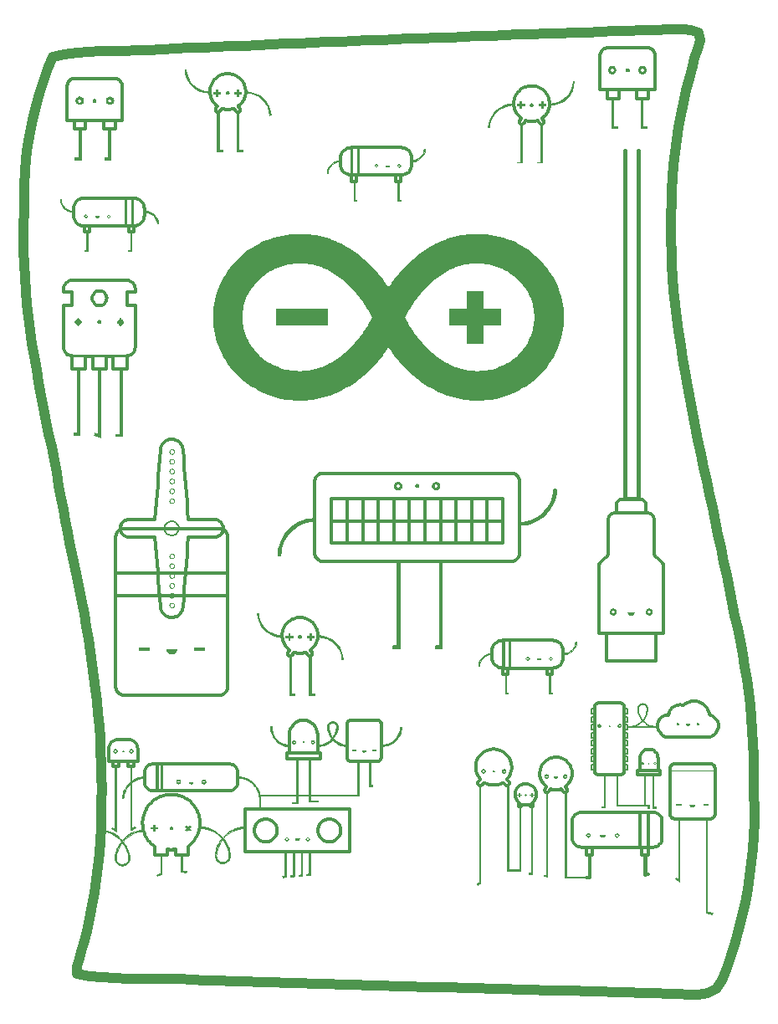
<source format=gto>
G04 #@! TF.GenerationSoftware,KiCad,Pcbnew,(5.0.0)*
G04 #@! TF.CreationDate,2019-03-05T23:07:52-06:00*
G04 #@! TF.ProjectId,001,3030312E6B696361645F706362000000,rev?*
G04 #@! TF.SameCoordinates,Original*
G04 #@! TF.FileFunction,Legend,Top*
G04 #@! TF.FilePolarity,Positive*
%FSLAX46Y46*%
G04 Gerber Fmt 4.6, Leading zero omitted, Abs format (unit mm)*
G04 Created by KiCad (PCBNEW (5.0.0)) date 03/05/19 23:07:52*
%MOMM*%
%LPD*%
G01*
G04 APERTURE LIST*
%ADD10C,0.100000*%
%ADD11C,1.031250*%
%ADD12C,0.093750*%
%ADD13C,0.187500*%
%ADD14C,0.090747*%
%ADD15C,0.375000*%
%ADD16C,0.090142*%
%ADD17C,0.090396*%
%ADD18C,0.086065*%
%ADD19C,0.088397*%
%ADD20C,0.242890*%
%ADD21C,0.092780*%
%ADD22C,0.092829*%
%ADD23C,0.092106*%
%ADD24C,0.092635*%
%ADD25C,0.089595*%
%ADD26C,0.121875*%
G04 APERTURE END LIST*
D10*
G04 #@! TO.C,U3*
G36*
X156131622Y-80615827D02*
X151253956Y-76585364D01*
X151453941Y-76765918D01*
X151644630Y-76955269D01*
X151825659Y-77153071D01*
X151996660Y-77358978D01*
X152157273Y-77572645D01*
X152307130Y-77793725D01*
X152445867Y-78021874D01*
X152573121Y-78256745D01*
X152688528Y-78497993D01*
X152791722Y-78745271D01*
X152882338Y-78998235D01*
X152960014Y-79256537D01*
X153024383Y-79519833D01*
X153075082Y-79787777D01*
X153111748Y-80060022D01*
X153134016Y-80336224D01*
X153141523Y-80616035D01*
X153134016Y-80895671D01*
X153111748Y-81171707D01*
X153075088Y-81443797D01*
X153024400Y-81711594D01*
X152960045Y-81974753D01*
X152882392Y-82232929D01*
X152791801Y-82485773D01*
X152688638Y-82732942D01*
X152573271Y-82974087D01*
X152446059Y-83208865D01*
X152307373Y-83436927D01*
X152157575Y-83657929D01*
X151997030Y-83871522D01*
X151826105Y-84077364D01*
X151645161Y-84275107D01*
X151454565Y-84464405D01*
X151254681Y-84644911D01*
X151045876Y-84816280D01*
X150828514Y-84978166D01*
X150602959Y-85130222D01*
X150369576Y-85272103D01*
X150128730Y-85403461D01*
X149880784Y-85523952D01*
X149626109Y-85633229D01*
X149365064Y-85730946D01*
X149098016Y-85816757D01*
X148825328Y-85890315D01*
X148547368Y-85951276D01*
X148264498Y-85999292D01*
X147977085Y-86034018D01*
X147685493Y-86055108D01*
X147390087Y-86062215D01*
X147361402Y-86062146D01*
X147332684Y-86061943D01*
X147303934Y-86061604D01*
X147275154Y-86061153D01*
X147246346Y-86060560D01*
X147217511Y-86059826D01*
X147188652Y-86058952D01*
X147159770Y-86057964D01*
X147130867Y-86056835D01*
X147101945Y-86055565D01*
X147073006Y-86054154D01*
X147044052Y-86052630D01*
X147015083Y-86050965D01*
X146986103Y-86049187D01*
X146957112Y-86047268D01*
X146928113Y-86045207D01*
X146899107Y-86043034D01*
X146870096Y-86040720D01*
X146841083Y-86038293D01*
X146812068Y-86035725D01*
X146783053Y-86033044D01*
X146754041Y-86030221D01*
X146725033Y-86027272D01*
X146696032Y-86024196D01*
X146667037Y-86020993D01*
X146638053Y-86017662D01*
X146609079Y-86014205D01*
X146580119Y-86010624D01*
X146551174Y-86006915D01*
X146522245Y-86003083D01*
X146493335Y-85999126D01*
X146464445Y-85995042D01*
X146137491Y-85939243D01*
X145818560Y-85866918D01*
X145507664Y-85778995D01*
X145204814Y-85676400D01*
X144910023Y-85560062D01*
X144623303Y-85430909D01*
X144344666Y-85289870D01*
X144074124Y-85137872D01*
X143811689Y-84975843D01*
X143557374Y-84804713D01*
X143311189Y-84625409D01*
X143073147Y-84438859D01*
X142843260Y-84245992D01*
X142621541Y-84047737D01*
X142408000Y-83845020D01*
X142202651Y-83638772D01*
X142005505Y-83429919D01*
X141816575Y-83219391D01*
X141635871Y-83008115D01*
X141463408Y-82797019D01*
X141299195Y-82587033D01*
X141143246Y-82379084D01*
X140995573Y-82174101D01*
X140856187Y-81973011D01*
X140725100Y-81776743D01*
X140602333Y-81586181D01*
X140487882Y-81402343D01*
X140381766Y-81226111D01*
X140283998Y-81058415D01*
X140194590Y-80900182D01*
X140113553Y-80752342D01*
X140040900Y-80615821D01*
X140040900Y-80615827D01*
X140113780Y-80479017D01*
X140195014Y-80330914D01*
X140284591Y-80172445D01*
X140382503Y-80004535D01*
X140488736Y-79828114D01*
X140603282Y-79644107D01*
X140726130Y-79453442D01*
X140857268Y-79257045D01*
X140996687Y-79055845D01*
X141144376Y-78850767D01*
X141300324Y-78642739D01*
X141464522Y-78432689D01*
X141636957Y-78221542D01*
X141817620Y-78010227D01*
X142006500Y-77799669D01*
X142203587Y-77590797D01*
X142408870Y-77384537D01*
X142622338Y-77181816D01*
X142843981Y-76983562D01*
X143073789Y-76790701D01*
X143311750Y-76604161D01*
X143557854Y-76424868D01*
X143812091Y-76253750D01*
X144074450Y-76091733D01*
X144344921Y-75939745D01*
X144623493Y-75798713D01*
X144910155Y-75669564D01*
X145204897Y-75553224D01*
X145507709Y-75450622D01*
X145818579Y-75362683D01*
X146137498Y-75290335D01*
X146464454Y-75234506D01*
X146493142Y-75230623D01*
X146521868Y-75226844D01*
X146550629Y-75223166D01*
X146579424Y-75219596D01*
X146608247Y-75216131D01*
X146637097Y-75212772D01*
X146665970Y-75209524D01*
X146694862Y-75206386D01*
X146723772Y-75203361D01*
X146752697Y-75200448D01*
X146781631Y-75197651D01*
X146810574Y-75194970D01*
X146839521Y-75192405D01*
X146868470Y-75189958D01*
X146897417Y-75187633D01*
X146926360Y-75185428D01*
X146955296Y-75183348D01*
X146984221Y-75181393D01*
X147013132Y-75179561D01*
X147042026Y-75177856D01*
X147070901Y-75176282D01*
X147099752Y-75174837D01*
X147128578Y-75173521D01*
X147157374Y-75172339D01*
X147186139Y-75171289D01*
X147214868Y-75170375D01*
X147243559Y-75169599D01*
X147272208Y-75168961D01*
X147300813Y-75168461D01*
X147329371Y-75168103D01*
X147357878Y-75167886D01*
X147386331Y-75167814D01*
X147682041Y-75174921D01*
X147973921Y-75196011D01*
X148261606Y-75230739D01*
X148544731Y-75278760D01*
X148822933Y-75339726D01*
X149095845Y-75413293D01*
X149363105Y-75499115D01*
X149624348Y-75596846D01*
X149879209Y-75706139D01*
X150127324Y-75826650D01*
X150368328Y-75958033D01*
X150601859Y-76099941D01*
X150827549Y-76252030D01*
X151045038Y-76413953D01*
X151253956Y-76585364D01*
X156131622Y-80615827D01*
X156120220Y-80182415D01*
X156086384Y-79754620D01*
X156030668Y-79332974D01*
X155953627Y-78918013D01*
X155855815Y-78510270D01*
X155737784Y-78110279D01*
X155600090Y-77718574D01*
X155443282Y-77335689D01*
X155267917Y-76962159D01*
X155074550Y-76598516D01*
X154863736Y-76245296D01*
X154636022Y-75903032D01*
X154391967Y-75572259D01*
X154132125Y-75253510D01*
X153857046Y-74947318D01*
X153567289Y-74654219D01*
X153263403Y-74374746D01*
X152945943Y-74109434D01*
X152615466Y-73858817D01*
X152272521Y-73623428D01*
X151917666Y-73403801D01*
X135462064Y-78642106D01*
X135618072Y-78850064D01*
X135765817Y-79055063D01*
X135905289Y-79256177D01*
X136036477Y-79452477D01*
X136159369Y-79643037D01*
X136273954Y-79826927D01*
X136380221Y-80003222D01*
X136478160Y-80170993D01*
X136567758Y-80329313D01*
X136649004Y-80477254D01*
X136721889Y-80613889D01*
X136648901Y-80750860D01*
X136567565Y-80899105D01*
X136477891Y-81057698D01*
X136379888Y-81225713D01*
X136273568Y-81402224D01*
X136158940Y-81586303D01*
X136036015Y-81777026D01*
X135904802Y-81973465D01*
X135765312Y-82174695D01*
X135617555Y-82379789D01*
X135461541Y-82587821D01*
X135297281Y-82797864D01*
X135124785Y-83008993D01*
X134944062Y-83220282D01*
X134755123Y-83430803D01*
X134557978Y-83639631D01*
X134352637Y-83845840D01*
X134139111Y-84048502D01*
X133917410Y-84246693D01*
X133687543Y-84439486D01*
X133449521Y-84625954D01*
X133203355Y-84805171D01*
X132949054Y-84976211D01*
X132686629Y-85138149D01*
X132416089Y-85290056D01*
X132137446Y-85431008D01*
X131850708Y-85560078D01*
X131555887Y-85676340D01*
X131252992Y-85778867D01*
X130942034Y-85866733D01*
X130623022Y-85939013D01*
X130295968Y-85994779D01*
X130295968Y-85994782D01*
X130267283Y-85998863D01*
X130238565Y-86002819D01*
X130209816Y-86006652D01*
X130181037Y-86010360D01*
X130152232Y-86013945D01*
X130123400Y-86017402D01*
X130094546Y-86020732D01*
X130065670Y-86023935D01*
X130036776Y-86027012D01*
X130007864Y-86029961D01*
X129978936Y-86032783D01*
X129949996Y-86035464D01*
X129921045Y-86038032D01*
X129892084Y-86040459D01*
X129863116Y-86042774D01*
X129834143Y-86044947D01*
X129805166Y-86047007D01*
X129776189Y-86048926D01*
X129747213Y-86050704D01*
X129718239Y-86052369D01*
X129689270Y-86053893D01*
X129660308Y-86055304D01*
X129631356Y-86056574D01*
X129602413Y-86057703D01*
X129573484Y-86058719D01*
X129544570Y-86059594D01*
X129515673Y-86060328D01*
X129486795Y-86060949D01*
X129457937Y-86061429D01*
X129429103Y-86061767D01*
X129400293Y-86061965D01*
X129371511Y-86062030D01*
X129076007Y-86054924D01*
X128784323Y-86033834D01*
X128496824Y-85999106D01*
X128213875Y-85951089D01*
X127935839Y-85890125D01*
X127663082Y-85816561D01*
X127395970Y-85730745D01*
X127134866Y-85633024D01*
X126880134Y-85523744D01*
X126632141Y-85403250D01*
X126391249Y-85271888D01*
X126157824Y-85130004D01*
X125932233Y-84977947D01*
X125714836Y-84816035D01*
X125506000Y-84644665D01*
X125306090Y-84464157D01*
X125115470Y-84274857D01*
X124934506Y-84077112D01*
X124763561Y-83871269D01*
X124603001Y-83657673D01*
X124453190Y-83436671D01*
X124314493Y-83208609D01*
X124187274Y-82973832D01*
X124071898Y-82732688D01*
X123968730Y-82485522D01*
X123878135Y-82232680D01*
X123800477Y-81974509D01*
X123736121Y-81711355D01*
X123685431Y-81443563D01*
X123648773Y-81171481D01*
X123626510Y-80895453D01*
X123619009Y-80615827D01*
X123626511Y-80336034D01*
X123648775Y-80059849D01*
X123685437Y-79787618D01*
X123736133Y-79519687D01*
X123800498Y-79256401D01*
X123878169Y-78998106D01*
X123968782Y-78745149D01*
X124071972Y-78497876D01*
X124187376Y-78256631D01*
X124314629Y-78021761D01*
X124453368Y-77793613D01*
X124603228Y-77572531D01*
X124763845Y-77358862D01*
X124934856Y-77152951D01*
X125115896Y-76955146D01*
X125306600Y-76765790D01*
X125506607Y-76585231D01*
X125715550Y-76413814D01*
X125933066Y-76251885D01*
X126158791Y-76099790D01*
X126392360Y-75957875D01*
X126633411Y-75826485D01*
X126881579Y-75705968D01*
X127136499Y-75596667D01*
X127397808Y-75498931D01*
X127665142Y-75413103D01*
X127938136Y-75339531D01*
X128216427Y-75278560D01*
X128499651Y-75230536D01*
X128787443Y-75195805D01*
X129079439Y-75174713D01*
X129375275Y-75167605D01*
X129403848Y-75167678D01*
X129432454Y-75167895D01*
X129461090Y-75168257D01*
X129489755Y-75168759D01*
X129518447Y-75169402D01*
X129547165Y-75170184D01*
X129575906Y-75171101D01*
X129604670Y-75172154D01*
X129633454Y-75173342D01*
X129662256Y-75174663D01*
X129691076Y-75176116D01*
X129719910Y-75177700D01*
X129748758Y-75179410D01*
X129777618Y-75181247D01*
X129806487Y-75183209D01*
X129835365Y-75185294D01*
X129864250Y-75187504D01*
X129893140Y-75189832D01*
X129922033Y-75192282D01*
X129950927Y-75194847D01*
X129979821Y-75197531D01*
X130008713Y-75200328D01*
X130037602Y-75203239D01*
X130066485Y-75206262D01*
X130095361Y-75209395D01*
X130124228Y-75212636D01*
X130153085Y-75215986D01*
X130181929Y-75219441D01*
X130210760Y-75222999D01*
X130239575Y-75226663D01*
X130268372Y-75230425D01*
X130297151Y-75234288D01*
X130624082Y-75290109D01*
X130942985Y-75362450D01*
X131253850Y-75450383D01*
X131556666Y-75552981D01*
X131851420Y-75669317D01*
X132138101Y-75798463D01*
X132416700Y-75939491D01*
X132687203Y-76091473D01*
X132949601Y-76253483D01*
X133203882Y-76424593D01*
X133450035Y-76603876D01*
X133688049Y-76790402D01*
X133917913Y-76983246D01*
X134139614Y-77181479D01*
X134353143Y-77384175D01*
X134558489Y-77590405D01*
X134755638Y-77799241D01*
X134944582Y-78009757D01*
X135125308Y-78221025D01*
X135297806Y-78432117D01*
X135462064Y-78642106D01*
X151917666Y-73403801D01*
X151551452Y-73200470D01*
X151174431Y-73013970D01*
X150787163Y-72844834D01*
X150390198Y-72693596D01*
X149984088Y-72560791D01*
X149569391Y-72446953D01*
X149146656Y-72352614D01*
X148716440Y-72278311D01*
X148279296Y-72224575D01*
X147835777Y-72191943D01*
X147386438Y-72180946D01*
X147344681Y-72181036D01*
X147302883Y-72181304D01*
X147261046Y-72181752D01*
X147219172Y-72182380D01*
X147177263Y-72183189D01*
X147135323Y-72184180D01*
X147093352Y-72185354D01*
X147051354Y-72186712D01*
X147009331Y-72188253D01*
X146967284Y-72189979D01*
X146925217Y-72191889D01*
X146883131Y-72193986D01*
X146841028Y-72196269D01*
X146798912Y-72198739D01*
X146756784Y-72201398D01*
X146714647Y-72204245D01*
X146672502Y-72207282D01*
X146630352Y-72210508D01*
X146588199Y-72213926D01*
X146546046Y-72217535D01*
X146503895Y-72221336D01*
X146461748Y-72225330D01*
X146419607Y-72229517D01*
X146377475Y-72233899D01*
X146335353Y-72238475D01*
X146293245Y-72243248D01*
X146251152Y-72248216D01*
X146209077Y-72253381D01*
X146167022Y-72258744D01*
X146124989Y-72264306D01*
X146082980Y-72270066D01*
X146040998Y-72276026D01*
X145693317Y-72332378D01*
X145352873Y-72400881D01*
X145019645Y-72481026D01*
X144693605Y-72572302D01*
X144374731Y-72674197D01*
X144062996Y-72786201D01*
X143758376Y-72907804D01*
X143460845Y-73038494D01*
X143170381Y-73177760D01*
X142886956Y-73325092D01*
X142610548Y-73479979D01*
X142341129Y-73641910D01*
X142078677Y-73810374D01*
X141823166Y-73984860D01*
X141574571Y-74164859D01*
X141332868Y-74349858D01*
X141098031Y-74539347D01*
X140870036Y-74732815D01*
X140648857Y-74929752D01*
X140434471Y-75129646D01*
X140226852Y-75331987D01*
X140025976Y-75536264D01*
X139831817Y-75741966D01*
X139644350Y-75948582D01*
X139463552Y-76155602D01*
X139289396Y-76362514D01*
X139121859Y-76568808D01*
X138960915Y-76773974D01*
X138806540Y-76977500D01*
X138658708Y-77178875D01*
X138517395Y-77377588D01*
X138382577Y-77573130D01*
X138247318Y-77377589D01*
X138105594Y-77178876D01*
X137957377Y-76977502D01*
X137802644Y-76773978D01*
X137641367Y-76568816D01*
X137473522Y-76362525D01*
X137299083Y-76155615D01*
X137118024Y-75948599D01*
X136930321Y-75741985D01*
X136735947Y-75536287D01*
X136534878Y-75332013D01*
X136327088Y-75129675D01*
X136112550Y-74929784D01*
X135891239Y-74732850D01*
X135663131Y-74539385D01*
X135428199Y-74349899D01*
X135186419Y-74164902D01*
X134937764Y-73984906D01*
X134682209Y-73810421D01*
X134419729Y-73641958D01*
X134150298Y-73480027D01*
X133873890Y-73325140D01*
X133590480Y-73177808D01*
X133300043Y-73038540D01*
X133002553Y-72907848D01*
X132697985Y-72786242D01*
X132386312Y-72674234D01*
X132067510Y-72572334D01*
X131741553Y-72481052D01*
X131408416Y-72400900D01*
X131068073Y-72332388D01*
X130720498Y-72276027D01*
X130678503Y-72270039D01*
X130636477Y-72264253D01*
X130594421Y-72258671D01*
X130552340Y-72253290D01*
X130510235Y-72248109D01*
X130468110Y-72243129D01*
X130425967Y-72238347D01*
X130383810Y-72233764D01*
X130341641Y-72229377D01*
X130299463Y-72225188D01*
X130257279Y-72221193D01*
X130215092Y-72217394D01*
X130172904Y-72213788D01*
X130130718Y-72210375D01*
X130088538Y-72207154D01*
X130046366Y-72204125D01*
X130004206Y-72201285D01*
X129962059Y-72198635D01*
X129919929Y-72196174D01*
X129877818Y-72193901D01*
X129835730Y-72191814D01*
X129793667Y-72189913D01*
X129751633Y-72188198D01*
X129709629Y-72186667D01*
X129667659Y-72185319D01*
X129625727Y-72184154D01*
X129583833Y-72183170D01*
X129541983Y-72182367D01*
X129500177Y-72181744D01*
X129458419Y-72181299D01*
X129416713Y-72181033D01*
X129375060Y-72180945D01*
X128925490Y-72191941D01*
X128481761Y-72224574D01*
X128044426Y-72278309D01*
X127614037Y-72352613D01*
X127191149Y-72446951D01*
X126776313Y-72560789D01*
X126370082Y-72693594D01*
X125973011Y-72844832D01*
X125585650Y-73013968D01*
X125208554Y-73200469D01*
X124842275Y-73403800D01*
X124487366Y-73623428D01*
X124144380Y-73858817D01*
X123813870Y-74109435D01*
X123496389Y-74374747D01*
X123192489Y-74654219D01*
X122902724Y-74947318D01*
X122627646Y-75253509D01*
X122367809Y-75572259D01*
X122123765Y-75903032D01*
X121896067Y-76245296D01*
X121685269Y-76598516D01*
X121491922Y-76962158D01*
X121316580Y-77335689D01*
X121159796Y-77718574D01*
X121022123Y-78110279D01*
X120904113Y-78510270D01*
X120806320Y-78918013D01*
X120729296Y-79332974D01*
X120673595Y-79754620D01*
X120639768Y-80182415D01*
X120628370Y-80615827D01*
X120639768Y-81049281D01*
X120673592Y-81477104D01*
X120729290Y-81898762D01*
X120806308Y-82313722D01*
X120904092Y-82721451D01*
X121022089Y-83121417D01*
X121159745Y-83513085D01*
X121316506Y-83895923D01*
X121491820Y-84269399D01*
X121685132Y-84632978D01*
X121895889Y-84986127D01*
X122123538Y-85328314D01*
X122367525Y-85659006D01*
X122627296Y-85977669D01*
X122902298Y-86283770D01*
X123191978Y-86576776D01*
X123495781Y-86856155D01*
X123813155Y-87121372D01*
X124143546Y-87371896D01*
X124486400Y-87607192D01*
X124841163Y-87826728D01*
X125207283Y-88029971D01*
X125584205Y-88216387D01*
X125971377Y-88385444D01*
X126368244Y-88536609D01*
X126774253Y-88669347D01*
X127188851Y-88783127D01*
X127611484Y-88877415D01*
X128041599Y-88951679D01*
X128478641Y-89005384D01*
X128922058Y-89037998D01*
X129371296Y-89048987D01*
X129413290Y-89048903D01*
X129455317Y-89048652D01*
X129497374Y-89048229D01*
X129539460Y-89047664D01*
X129581571Y-89046930D01*
X129623705Y-89045999D01*
X129665861Y-89044898D01*
X129708036Y-89043628D01*
X129750228Y-89042189D01*
X129792434Y-89040580D01*
X129834653Y-89038774D01*
X129876882Y-89036799D01*
X129919119Y-89034626D01*
X129961362Y-89032283D01*
X130003608Y-89029743D01*
X130045856Y-89027034D01*
X130088102Y-89024124D01*
X130130345Y-89021022D01*
X130172584Y-89017729D01*
X130214814Y-89014244D01*
X130257035Y-89010563D01*
X130299243Y-89006686D01*
X130341437Y-89002610D01*
X130383615Y-88998335D01*
X130425774Y-88993856D01*
X130467912Y-88989174D01*
X130510027Y-88984288D01*
X130552116Y-88979197D01*
X130594178Y-88973897D01*
X130636210Y-88968388D01*
X130678210Y-88962667D01*
X130720175Y-88956735D01*
X131067750Y-88900117D01*
X131408093Y-88831356D01*
X131741231Y-88750964D01*
X132067187Y-88659451D01*
X132385989Y-88557326D01*
X132697662Y-88445101D01*
X133002231Y-88323285D01*
X133299720Y-88192389D01*
X133590157Y-88052923D01*
X133873567Y-87905397D01*
X134149974Y-87750323D01*
X134419406Y-87588209D01*
X134681886Y-87419566D01*
X134937441Y-87244905D01*
X135186095Y-87064736D01*
X135427876Y-86879570D01*
X135662807Y-86689915D01*
X135890916Y-86496284D01*
X136112226Y-86299185D01*
X136326764Y-86099131D01*
X136534555Y-85896629D01*
X136735624Y-85692192D01*
X136929998Y-85486329D01*
X137117701Y-85279551D01*
X137298759Y-85072368D01*
X137473198Y-84865290D01*
X137641043Y-84658827D01*
X137802321Y-84453491D01*
X137957054Y-84249790D01*
X138105271Y-84048236D01*
X138246995Y-83849338D01*
X138382254Y-83653608D01*
X138517073Y-83849338D01*
X138658385Y-84048236D01*
X138806217Y-84249790D01*
X138960592Y-84453491D01*
X139121536Y-84658827D01*
X139289073Y-84865290D01*
X139463228Y-85072368D01*
X139644027Y-85279551D01*
X139831493Y-85486330D01*
X140025652Y-85692192D01*
X140226529Y-85896630D01*
X140434148Y-86099131D01*
X140648534Y-86299185D01*
X140869712Y-86496284D01*
X141097707Y-86689915D01*
X141332545Y-86879570D01*
X141574248Y-87064736D01*
X141822843Y-87244905D01*
X142078354Y-87419566D01*
X142340806Y-87588209D01*
X142610224Y-87750323D01*
X142886633Y-87905397D01*
X143170058Y-88052923D01*
X143460523Y-88192389D01*
X143758053Y-88323285D01*
X144062673Y-88445101D01*
X144374408Y-88557326D01*
X144693283Y-88659451D01*
X145019322Y-88750964D01*
X145352551Y-88831356D01*
X145692994Y-88900117D01*
X146040676Y-88956735D01*
X146082667Y-88962659D01*
X146124683Y-88968371D01*
X146166722Y-88973874D01*
X146208784Y-88979169D01*
X146250866Y-88984257D01*
X146292967Y-88989140D01*
X146335086Y-88993816D01*
X146377221Y-88998292D01*
X146419371Y-89002568D01*
X146461534Y-89006643D01*
X146503710Y-89010521D01*
X146545895Y-89014201D01*
X146588090Y-89017687D01*
X146630292Y-89020980D01*
X146672501Y-89024082D01*
X146714714Y-89026994D01*
X146756930Y-89029732D01*
X146799147Y-89032272D01*
X146841365Y-89034614D01*
X146883582Y-89036787D01*
X146925796Y-89038763D01*
X146968005Y-89040569D01*
X147010210Y-89042206D01*
X147052407Y-89043645D01*
X147094596Y-89044915D01*
X147136775Y-89046016D01*
X147178942Y-89046947D01*
X147221096Y-89047709D01*
X147263236Y-89048302D01*
X147305360Y-89048725D01*
X147347467Y-89048973D01*
X147389556Y-89049055D01*
X147838838Y-89038037D01*
X148282289Y-89005399D01*
X148719355Y-88951673D01*
X149149484Y-88877391D01*
X149572123Y-88783086D01*
X149986718Y-88669292D01*
X150392718Y-88536542D01*
X150789567Y-88385368D01*
X151176714Y-88216303D01*
X151553605Y-88029881D01*
X151919689Y-87826635D01*
X152274415Y-87607097D01*
X152617224Y-87371800D01*
X152947568Y-87121278D01*
X153264893Y-86856063D01*
X153568646Y-86576689D01*
X153858271Y-86283688D01*
X154133218Y-85977593D01*
X154392933Y-85658937D01*
X154636866Y-85328254D01*
X154864461Y-84986075D01*
X155075165Y-84632936D01*
X155268428Y-84269367D01*
X155443694Y-83895902D01*
X155600409Y-83513074D01*
X155738026Y-83121417D01*
X155855987Y-82721463D01*
X155953743Y-82313746D01*
X156030736Y-81898797D01*
X156086415Y-81477150D01*
X156120228Y-81049338D01*
X156131630Y-80615894D01*
X156131622Y-80615827D01*
X156131622Y-80615827D01*
G37*
G36*
X126964802Y-79791291D02*
X127621266Y-79791291D01*
X128277730Y-79791291D01*
X128934194Y-79791291D01*
X129590659Y-79791291D01*
X130247123Y-79791291D01*
X130903587Y-79791291D01*
X131560052Y-79791291D01*
X132216516Y-79791291D01*
X132216516Y-80002830D01*
X132216516Y-80214368D01*
X132216516Y-80425907D01*
X132216516Y-80637446D01*
X132216516Y-80848985D01*
X132216516Y-81060524D01*
X132216516Y-81272062D01*
X132216516Y-81483602D01*
X131560052Y-81483602D01*
X130903587Y-81483602D01*
X130247123Y-81483602D01*
X129590659Y-81483602D01*
X128934194Y-81483602D01*
X128277730Y-81483602D01*
X127621266Y-81483602D01*
X126964802Y-81483602D01*
X126964802Y-81272062D01*
X126964802Y-81060524D01*
X126964802Y-80848985D01*
X126964802Y-80637446D01*
X126964802Y-80425907D01*
X126964802Y-80214368D01*
X126964802Y-80002830D01*
X126964802Y-79791291D01*
X126964802Y-79791291D01*
G37*
G36*
X149743347Y-81483602D02*
X149743347Y-81060524D01*
X149743347Y-80637447D01*
X149743347Y-80214369D01*
X149743347Y-79791291D01*
X149299645Y-79791291D01*
X148855943Y-79791291D01*
X148412241Y-79791291D01*
X147968539Y-79791291D01*
X147968539Y-79346083D01*
X147968539Y-78900876D01*
X147968539Y-78455668D01*
X147968539Y-78010460D01*
X147544251Y-78010460D01*
X147119964Y-78010460D01*
X146695676Y-78010460D01*
X146271388Y-78010460D01*
X146271388Y-78455668D01*
X146271388Y-78900876D01*
X146271388Y-79346083D01*
X146271388Y-79791291D01*
X145827122Y-79791291D01*
X145382855Y-79791291D01*
X144938589Y-79791291D01*
X144494322Y-79791291D01*
X144494322Y-80214369D01*
X144494322Y-80637447D01*
X144494322Y-81060524D01*
X144494322Y-81483602D01*
X144938589Y-81483602D01*
X145382855Y-81483602D01*
X145827122Y-81483602D01*
X146271388Y-81483602D01*
X146271388Y-81928890D01*
X146271388Y-82374179D01*
X146271388Y-82819467D01*
X146271388Y-83264756D01*
X146695676Y-83264756D01*
X147119964Y-83264756D01*
X147544251Y-83264756D01*
X147968539Y-83264756D01*
X147968539Y-82819467D01*
X147968539Y-82374179D01*
X147968539Y-81928890D01*
X147968539Y-81483602D01*
X148412241Y-81483602D01*
X148855943Y-81483602D01*
X149299645Y-81483602D01*
X149743347Y-81483602D01*
X149743347Y-81483602D01*
G37*
D11*
G04 #@! TO.C,U5*
X166767326Y-51492213D02*
X165380122Y-51536999D01*
X165380122Y-51536999D02*
X163992924Y-51582373D01*
X163992924Y-51582373D02*
X162605576Y-51628333D01*
X162605576Y-51628333D02*
X161218239Y-51674868D01*
X161218239Y-51674868D02*
X159830976Y-51721971D01*
X159830976Y-51721971D02*
X158443724Y-51769636D01*
X158443724Y-51769636D02*
X157056460Y-51817860D01*
X157056460Y-51817860D02*
X155669208Y-51866635D01*
X155669208Y-51866635D02*
X154281993Y-51915954D01*
X154281993Y-51915954D02*
X152894792Y-51965812D01*
X152894792Y-51965812D02*
X151507624Y-52016202D01*
X151507624Y-52016202D02*
X150120474Y-52067118D01*
X150120474Y-52067118D02*
X148733360Y-52118555D01*
X148733360Y-52118555D02*
X147346266Y-52170506D01*
X147346266Y-52170506D02*
X145959209Y-52222965D01*
X145959209Y-52222965D02*
X144572169Y-52275927D01*
X144572169Y-52275927D02*
X143185252Y-52329381D01*
X143185252Y-52329381D02*
X141798359Y-52383325D01*
X141798359Y-52383325D02*
X140411406Y-52437756D01*
X140411406Y-52437756D02*
X139024481Y-52492666D01*
X139024481Y-52492666D02*
X137637588Y-52548047D01*
X137637588Y-52548047D02*
X136250722Y-52603894D01*
X136250722Y-52603894D02*
X134863719Y-52660208D01*
X134863719Y-52660208D02*
X133476746Y-52716975D01*
X133476746Y-52716975D02*
X132089847Y-52774188D01*
X132089847Y-52774188D02*
X130702979Y-52831843D01*
X130702979Y-52831843D02*
X129316181Y-52889932D01*
X129316181Y-52889932D02*
X127929414Y-52948451D01*
X127929414Y-52948451D02*
X126542713Y-53007392D01*
X126542713Y-53007392D02*
X125156045Y-53066750D01*
X125156045Y-53066750D02*
X123769256Y-53126526D01*
X123769256Y-53126526D02*
X122382506Y-53186707D01*
X122382506Y-53186707D02*
X120995881Y-53247284D01*
X120995881Y-53247284D02*
X119609295Y-53308253D01*
X119609295Y-53308253D02*
X118222627Y-53369615D01*
X118222627Y-53369615D02*
X116835998Y-53431359D01*
X116835998Y-53431359D02*
X115449418Y-53493477D01*
X115449418Y-53493477D02*
X114062880Y-53555963D01*
X114062880Y-53555963D02*
X112855353Y-53607286D01*
X112855353Y-53607286D02*
X111644092Y-53637563D01*
X111644092Y-53637563D02*
X110433765Y-53662023D01*
X110433765Y-53662023D02*
X109224883Y-53695925D01*
X109224883Y-53695925D02*
X108014282Y-53754828D01*
X108014282Y-53754828D02*
X106810359Y-53854017D01*
X106810359Y-53854017D02*
X105610500Y-54009736D01*
X105610500Y-54009736D02*
X104422674Y-54237266D01*
X104422674Y-54237266D02*
X103902595Y-55472886D01*
X103902595Y-55472886D02*
X103436288Y-56725693D01*
X103436288Y-56725693D02*
X103021060Y-57999179D01*
X103021060Y-57999179D02*
X102657753Y-59286691D01*
X102657753Y-59286691D02*
X102344850Y-60588252D01*
X102344850Y-60588252D02*
X102081700Y-61900560D01*
X102081700Y-61900560D02*
X101867209Y-63221606D01*
X101867209Y-63221606D02*
X101700147Y-64550078D01*
X101700147Y-64550078D02*
X101579472Y-65882893D01*
X101579472Y-65882893D02*
X101503839Y-67219812D01*
X101503839Y-67219812D02*
X101472109Y-68557876D01*
X101472109Y-68557876D02*
X101483031Y-69896741D01*
X101483031Y-69896741D02*
X101454588Y-71241576D01*
X101454588Y-71241576D02*
X101447928Y-72585086D01*
X101447928Y-72585086D02*
X101464099Y-73929806D01*
X101464099Y-73929806D02*
X101504181Y-75273015D01*
X101504181Y-75273015D02*
X101569255Y-76615794D01*
X101569255Y-76615794D02*
X101660323Y-77956876D01*
X101660323Y-77956876D02*
X101778362Y-79295721D01*
X101778362Y-79295721D02*
X101924424Y-80632687D01*
X101924424Y-80632687D02*
X102099068Y-81964431D01*
X102099068Y-81964431D02*
X102303634Y-83294124D01*
X102303634Y-83294124D02*
X102514779Y-84609580D01*
X102514779Y-84609580D02*
X102740596Y-85919636D01*
X102740596Y-85919636D02*
X102979336Y-87229792D01*
X102979336Y-87229792D02*
X103227590Y-88536339D01*
X103227590Y-88536339D02*
X103483244Y-89842829D01*
X103483244Y-89842829D02*
X103743154Y-91147536D01*
X103743154Y-91147536D02*
X104004887Y-92452493D01*
X104004887Y-92452493D02*
X104265564Y-93757508D01*
X104265564Y-93757508D02*
X104522423Y-95062950D01*
X104522423Y-95062950D02*
X104772915Y-96370293D01*
X104772915Y-96370293D02*
X105013984Y-97678221D01*
X105013984Y-97678221D02*
X105243419Y-98989883D01*
X105243419Y-98989883D02*
X105471835Y-100110711D01*
X105471835Y-100110711D02*
X105685190Y-101232627D01*
X105685190Y-101232627D02*
X105895177Y-102355913D01*
X105895177Y-102355913D02*
X106112985Y-103477984D01*
X106112985Y-103477984D02*
X106349352Y-104594407D01*
X106349352Y-104594407D02*
X106616263Y-105707330D01*
X106616263Y-105707330D02*
X106873794Y-106951078D01*
X106873794Y-106951078D02*
X107122974Y-108196968D01*
X107122974Y-108196968D02*
X107362925Y-109444336D01*
X107362925Y-109444336D02*
X107593009Y-110693717D01*
X107593009Y-110693717D02*
X107812471Y-111945079D01*
X107812471Y-111945079D02*
X108020539Y-113198321D01*
X108020539Y-113198321D02*
X108216497Y-114453691D01*
X108216497Y-114453691D02*
X108399530Y-115710804D01*
X108399530Y-115710804D02*
X108568931Y-116970032D01*
X108568931Y-116970032D02*
X108723871Y-118230877D01*
X108723871Y-118230877D02*
X108863624Y-119493657D01*
X108863624Y-119493657D02*
X108987379Y-120757925D01*
X108987379Y-120757925D02*
X109094381Y-122023785D01*
X109094381Y-122023785D02*
X109183851Y-123291003D01*
X109183851Y-123291003D02*
X109255007Y-124559171D01*
X109255007Y-124559171D02*
X109307108Y-125828561D01*
X109307108Y-125828561D02*
X109339372Y-127098059D01*
X109339372Y-127098059D02*
X109351084Y-128368646D01*
X109351084Y-128368646D02*
X109341517Y-129638395D01*
X109341517Y-129638395D02*
X109309948Y-130909095D01*
X109309948Y-130909095D02*
X109272169Y-132236710D01*
X109272169Y-132236710D02*
X109199144Y-133563237D01*
X109199144Y-133563237D02*
X109092792Y-134886915D01*
X109092792Y-134886915D02*
X108954887Y-136208170D01*
X108954887Y-136208170D02*
X108787331Y-137525690D01*
X108787331Y-137525690D02*
X108591881Y-138839457D01*
X108591881Y-138839457D02*
X108370235Y-140149437D01*
X108370235Y-140149437D02*
X108124304Y-141454322D01*
X108124304Y-141454322D02*
X107855354Y-142755979D01*
X107855354Y-142755979D02*
X107565673Y-144051179D01*
X107565673Y-144051179D02*
X107310646Y-144781948D01*
X107310646Y-144781948D02*
X107058700Y-145532242D01*
X107058700Y-145532242D02*
X106867489Y-146308751D01*
X106867489Y-146308751D02*
X106812713Y-147070737D01*
X106812713Y-147070737D02*
X108098983Y-147274089D01*
X108098983Y-147274089D02*
X109391705Y-147410795D01*
X109391705Y-147410795D02*
X110689320Y-147494268D01*
X110689320Y-147494268D02*
X111991146Y-147537989D01*
X111991146Y-147537989D02*
X113291429Y-147555346D01*
X113291429Y-147555346D02*
X114593681Y-147559862D01*
X114593681Y-147559862D02*
X115895163Y-147564772D01*
X115895163Y-147564772D02*
X117196405Y-147583343D01*
X117196405Y-147583343D02*
X118496935Y-147628837D01*
X118496935Y-147628837D02*
X119795022Y-147714497D01*
X119795022Y-147714497D02*
X121175447Y-147763829D01*
X121175447Y-147763829D02*
X122555940Y-147811748D01*
X122555940Y-147811748D02*
X123936306Y-147858323D01*
X123936306Y-147858323D02*
X125316731Y-147903648D01*
X125316731Y-147903648D02*
X126697173Y-147947801D01*
X126697173Y-147947801D02*
X128077666Y-147990866D01*
X128077666Y-147990866D02*
X129458314Y-148032928D01*
X129458314Y-148032928D02*
X130839010Y-148074068D01*
X130839010Y-148074068D02*
X132219686Y-148114363D01*
X132219686Y-148114363D02*
X133600402Y-148153900D01*
X133600402Y-148153900D02*
X134981095Y-148192759D01*
X134981095Y-148192759D02*
X136361816Y-148231020D01*
X136361816Y-148231020D02*
X137742428Y-148268764D01*
X137742428Y-148268764D02*
X139123064Y-148306080D01*
X139123064Y-148306080D02*
X140503760Y-148343045D01*
X140503760Y-148343045D02*
X141884473Y-148379745D01*
X141884473Y-148379745D02*
X143265150Y-148416259D01*
X143265150Y-148416259D02*
X144645840Y-148452669D01*
X144645840Y-148452669D02*
X146026488Y-148489056D01*
X146026488Y-148489056D02*
X147407142Y-148525505D01*
X147407142Y-148525505D02*
X148787753Y-148562098D01*
X148787753Y-148562098D02*
X150168361Y-148598914D01*
X150168361Y-148598914D02*
X151548928Y-148636037D01*
X151548928Y-148636037D02*
X152929485Y-148673550D01*
X152929485Y-148673550D02*
X154310215Y-148711540D01*
X154310215Y-148711540D02*
X155690931Y-148750083D01*
X155690931Y-148750083D02*
X157071517Y-148789258D01*
X157071517Y-148789258D02*
X158452080Y-148829150D01*
X158452080Y-148829150D02*
X159832534Y-148869841D01*
X159832534Y-148869841D02*
X161212956Y-148911413D01*
X161212956Y-148911413D02*
X162593471Y-148953949D01*
X162593471Y-148953949D02*
X163973947Y-148997535D01*
X163973947Y-148997535D02*
X165354383Y-149042245D01*
X165354383Y-149042245D02*
X166734775Y-149088168D01*
X166734775Y-149088168D02*
X167683301Y-149075327D01*
X167683301Y-149075327D02*
X168720662Y-149137007D01*
X168720662Y-149137007D02*
X169743658Y-149155944D01*
X169743658Y-149155944D02*
X170697242Y-149022315D01*
X170697242Y-149022315D02*
X171538417Y-148598058D01*
X171538417Y-148598058D02*
X172131721Y-147757536D01*
X172131721Y-147757536D02*
X172609230Y-146471294D01*
X172609230Y-146471294D02*
X173052480Y-145172538D01*
X173052480Y-145172538D02*
X173460536Y-143862344D01*
X173460536Y-143862344D02*
X173832528Y-142541595D01*
X173832528Y-142541595D02*
X174167706Y-141210612D01*
X174167706Y-141210612D02*
X174464977Y-139871016D01*
X174464977Y-139871016D02*
X174723563Y-138523047D01*
X174723563Y-138523047D02*
X174942384Y-137168417D01*
X174942384Y-137168417D02*
X175120556Y-135807883D01*
X175120556Y-135807883D02*
X175257138Y-134442650D01*
X175257138Y-134442650D02*
X175351208Y-133073861D01*
X175351208Y-133073861D02*
X175401884Y-131702334D01*
X175401884Y-131702334D02*
X175408262Y-130330725D01*
X175408262Y-130330725D02*
X175369550Y-128958338D01*
X175369550Y-128958338D02*
X175377339Y-127652792D01*
X175377339Y-127652792D02*
X175363538Y-126349281D01*
X175363538Y-126349281D02*
X175327837Y-125044489D01*
X175327837Y-125044489D02*
X175270055Y-123741934D01*
X175270055Y-123741934D02*
X175189842Y-122439428D01*
X175189842Y-122439428D02*
X175087102Y-121139360D01*
X175087102Y-121139360D02*
X174961501Y-119840523D01*
X174961501Y-119840523D02*
X174812954Y-118544324D01*
X174812954Y-118544324D02*
X174641334Y-117251334D01*
X174641334Y-117251334D02*
X174446409Y-115961172D01*
X174446409Y-115961172D02*
X174228254Y-114675430D01*
X174228254Y-114675430D02*
X173986477Y-113392704D01*
X173986477Y-113392704D02*
X173721564Y-112116210D01*
X173721564Y-112116210D02*
X173432769Y-110842908D01*
X173432769Y-110842908D02*
X173166387Y-109472116D01*
X173166387Y-109472116D02*
X172892135Y-108101870D01*
X172892135Y-108101870D02*
X172611558Y-106733863D01*
X172611558Y-106733863D02*
X172325453Y-105366112D01*
X172325453Y-105366112D02*
X172035325Y-104000081D01*
X172035325Y-104000081D02*
X171741992Y-102634012D01*
X171741992Y-102634012D02*
X171446872Y-101268954D01*
X171446872Y-101268954D02*
X171150861Y-99903566D01*
X171150861Y-99903566D02*
X170855275Y-98538468D01*
X170855275Y-98538468D02*
X170561101Y-97172755D01*
X170561101Y-97172755D02*
X170269580Y-95806698D01*
X170269580Y-95806698D02*
X169981769Y-94439732D01*
X169981769Y-94439732D02*
X169698825Y-93071748D01*
X169698825Y-93071748D02*
X169421888Y-91702567D01*
X169421888Y-91702567D02*
X169152118Y-90332066D01*
X169152118Y-90332066D02*
X168890653Y-88960077D01*
X168890653Y-88960077D02*
X168638586Y-87586130D01*
X168638586Y-87586130D02*
X168397131Y-86210405D01*
X168397131Y-86210405D02*
X168167408Y-84832559D01*
X168167408Y-84832559D02*
X167950599Y-83452645D01*
X167950599Y-83452645D02*
X167747902Y-82070813D01*
X167747902Y-82070813D02*
X167560410Y-80686622D01*
X167560410Y-80686622D02*
X167389364Y-79300606D01*
X167389364Y-79300606D02*
X167235806Y-77911945D01*
X167235806Y-77911945D02*
X167148639Y-76642088D01*
X167148639Y-76642088D02*
X167077875Y-75369973D01*
X167077875Y-75369973D02*
X167024772Y-74097796D01*
X167024772Y-74097796D02*
X166990423Y-72824539D01*
X166990423Y-72824539D02*
X166976029Y-71551026D01*
X166976029Y-71551026D02*
X166982774Y-70277603D01*
X166982774Y-70277603D02*
X167011855Y-69004317D01*
X167011855Y-69004317D02*
X167064481Y-67732293D01*
X167064481Y-67732293D02*
X167141942Y-66460721D01*
X167141942Y-66460721D02*
X167245394Y-65191588D01*
X167245394Y-65191588D02*
X167376150Y-63924517D01*
X167376150Y-63924517D02*
X167535340Y-62661067D01*
X167535340Y-62661067D02*
X167724161Y-61401877D01*
X167724161Y-61401877D02*
X167943815Y-60147485D01*
X167943815Y-60147485D02*
X168195266Y-58899620D01*
X168195266Y-58899620D02*
X168479893Y-57657720D01*
X168479893Y-57657720D02*
X168797912Y-56425975D01*
X168797912Y-56425975D02*
X169151297Y-55201325D01*
X169151297Y-55201325D02*
X169372020Y-54369513D01*
X169372020Y-54369513D02*
X169680308Y-53503280D01*
X169680308Y-53503280D02*
X169881087Y-52610126D01*
X169881087Y-52610126D02*
X169741096Y-51768356D01*
X169741096Y-51768356D02*
X169022028Y-51564864D01*
X169022028Y-51564864D02*
X168270950Y-51498307D01*
X168270950Y-51498307D02*
X167513773Y-51497602D01*
X167513773Y-51497602D02*
X166767289Y-51492205D01*
X166767289Y-51492205D02*
X166767326Y-51492213D01*
D12*
G04 #@! TO.C,U2*
G36*
X132693371Y-121517982D02*
X132415554Y-121783206D01*
X132473469Y-121735242D01*
X132540079Y-121699061D01*
X132613866Y-121676173D01*
X132693317Y-121668214D01*
X132693311Y-121668208D01*
X132693382Y-121668225D01*
X132772811Y-121676325D01*
X132846510Y-121699467D01*
X132912993Y-121736074D01*
X132970767Y-121784518D01*
X133018341Y-121843200D01*
X133054220Y-121910502D01*
X133076939Y-121984817D01*
X133084926Y-122064530D01*
X133072113Y-122208052D01*
X133046939Y-122346882D01*
X133010436Y-122481102D01*
X132963584Y-122610780D01*
X132907383Y-122735996D01*
X132842824Y-122856813D01*
X132770914Y-122973311D01*
X132692648Y-123085559D01*
X132614250Y-122973032D01*
X132542286Y-122856243D01*
X132477750Y-122735110D01*
X132421627Y-122609566D01*
X132374908Y-122479530D01*
X132338586Y-122344949D01*
X132313638Y-122205735D01*
X132301079Y-122061832D01*
X132309066Y-121982268D01*
X132331841Y-121908269D01*
X132367841Y-121841403D01*
X132415554Y-121783206D01*
X132693371Y-121517982D01*
X132584139Y-121529129D01*
X132482347Y-121560944D01*
X132390202Y-121611239D01*
X132309881Y-121677779D01*
X132243590Y-121758347D01*
X132193527Y-121850707D01*
X132161881Y-121952649D01*
X132150846Y-122061917D01*
X132150846Y-122062089D01*
X132150846Y-122062261D01*
X132150846Y-122062433D01*
X132150846Y-122062611D01*
X132150846Y-122062783D01*
X132150846Y-122062955D01*
X132150846Y-122063125D01*
X132150846Y-122063297D01*
X132150846Y-122063472D01*
X132150846Y-122063644D01*
X132150846Y-122063813D01*
X132150846Y-122063988D01*
X132150846Y-122064161D01*
X132150846Y-122064333D01*
X132150846Y-122064508D01*
X132150846Y-122064680D01*
X132165014Y-122226517D01*
X132193544Y-122383086D01*
X132235304Y-122534374D01*
X132289163Y-122680356D01*
X132353998Y-122821033D01*
X132428686Y-122956384D01*
X132512082Y-123086398D01*
X132603074Y-123211064D01*
X132466029Y-123354376D01*
X132316121Y-123483716D01*
X132154146Y-123597502D01*
X131980867Y-123694143D01*
X131797084Y-123772057D01*
X131603567Y-123829661D01*
X131401100Y-123865368D01*
X131190472Y-123877616D01*
X131190472Y-123896299D01*
X131190472Y-123914982D01*
X131190472Y-123933665D01*
X131190472Y-123952349D01*
X131190472Y-123971032D01*
X131190472Y-123989715D01*
X131190472Y-124008398D01*
X131190472Y-124027081D01*
X131412725Y-124014522D01*
X131626816Y-123977799D01*
X131831901Y-123918476D01*
X132027137Y-123838099D01*
X132211679Y-123738263D01*
X132384687Y-123620534D01*
X132545306Y-123486467D01*
X132692710Y-123337643D01*
X132840149Y-123486465D01*
X133000871Y-123620526D01*
X133174018Y-123738255D01*
X133358707Y-123838097D01*
X133554083Y-123918459D01*
X133759273Y-123977799D01*
X133973401Y-124014533D01*
X134195608Y-124027092D01*
X134195608Y-124008409D01*
X134195608Y-123989726D01*
X134195608Y-123971043D01*
X134195608Y-123952360D01*
X134195608Y-123933677D01*
X134195608Y-123914994D01*
X134195608Y-123896311D01*
X134195608Y-123877627D01*
X133985073Y-123865379D01*
X133782590Y-123829734D01*
X133588977Y-123772217D01*
X133405039Y-123694397D01*
X133231594Y-123597872D01*
X133069457Y-123484196D01*
X132919431Y-123354958D01*
X132782341Y-123211735D01*
X132873403Y-123087055D01*
X132956884Y-122957047D01*
X133031659Y-122821718D01*
X133096596Y-122681064D01*
X133150551Y-122535096D01*
X133192396Y-122383817D01*
X133221016Y-122227231D01*
X133235240Y-122065349D01*
X133231515Y-122065261D01*
X133227789Y-122065177D01*
X133224064Y-122065089D01*
X133220339Y-122065004D01*
X133216642Y-122064917D01*
X133212945Y-122064829D01*
X133209219Y-122064742D01*
X133205550Y-122064657D01*
X133209219Y-122064657D01*
X133212945Y-122064657D01*
X133216642Y-122064657D01*
X133220339Y-122064657D01*
X133224064Y-122064657D01*
X133227789Y-122064657D01*
X133231515Y-122064657D01*
X133235240Y-122064657D01*
X133235240Y-122064386D01*
X133235240Y-122064110D01*
X133235240Y-122063836D01*
X133235240Y-122063565D01*
X133235240Y-122063291D01*
X133235240Y-122063018D01*
X133235240Y-122062747D01*
X133235240Y-122062473D01*
X133235068Y-122062473D01*
X133234896Y-122062473D01*
X133234718Y-122062473D01*
X133234549Y-122062473D01*
X133234379Y-122062473D01*
X133234207Y-122062473D01*
X133234035Y-122062473D01*
X133233863Y-122062473D01*
X133222433Y-121953710D01*
X133190751Y-121852020D01*
X133140975Y-121759688D01*
X133075158Y-121679001D01*
X132995402Y-121612261D01*
X132903790Y-121561757D01*
X132802413Y-121529770D01*
X132693356Y-121518594D01*
X132693362Y-121518594D01*
X132693368Y-121518597D01*
X132693368Y-121518600D01*
X132693371Y-121518602D01*
X132693373Y-121518602D01*
X132693376Y-121518605D01*
X132693382Y-121518605D01*
X132693371Y-121517982D01*
X132693371Y-121517982D01*
G37*
X132693371Y-121517982D02*
X132415554Y-121783206D01*
X132473469Y-121735242D01*
X132540079Y-121699061D01*
X132613866Y-121676173D01*
X132693317Y-121668214D01*
X132693311Y-121668208D01*
X132693382Y-121668225D01*
X132772811Y-121676325D01*
X132846510Y-121699467D01*
X132912993Y-121736074D01*
X132970767Y-121784518D01*
X133018341Y-121843200D01*
X133054220Y-121910502D01*
X133076939Y-121984817D01*
X133084926Y-122064530D01*
X133072113Y-122208052D01*
X133046939Y-122346882D01*
X133010436Y-122481102D01*
X132963584Y-122610780D01*
X132907383Y-122735996D01*
X132842824Y-122856813D01*
X132770914Y-122973311D01*
X132692648Y-123085559D01*
X132614250Y-122973032D01*
X132542286Y-122856243D01*
X132477750Y-122735110D01*
X132421627Y-122609566D01*
X132374908Y-122479530D01*
X132338586Y-122344949D01*
X132313638Y-122205735D01*
X132301079Y-122061832D01*
X132309066Y-121982268D01*
X132331841Y-121908269D01*
X132367841Y-121841403D01*
X132415554Y-121783206D01*
X132693371Y-121517982D01*
X132584139Y-121529129D01*
X132482347Y-121560944D01*
X132390202Y-121611239D01*
X132309881Y-121677779D01*
X132243590Y-121758347D01*
X132193527Y-121850707D01*
X132161881Y-121952649D01*
X132150846Y-122061917D01*
X132150846Y-122062089D01*
X132150846Y-122062261D01*
X132150846Y-122062433D01*
X132150846Y-122062611D01*
X132150846Y-122062783D01*
X132150846Y-122062955D01*
X132150846Y-122063125D01*
X132150846Y-122063297D01*
X132150846Y-122063472D01*
X132150846Y-122063644D01*
X132150846Y-122063813D01*
X132150846Y-122063988D01*
X132150846Y-122064161D01*
X132150846Y-122064333D01*
X132150846Y-122064508D01*
X132150846Y-122064680D01*
X132165014Y-122226517D01*
X132193544Y-122383086D01*
X132235304Y-122534374D01*
X132289163Y-122680356D01*
X132353998Y-122821033D01*
X132428686Y-122956384D01*
X132512082Y-123086398D01*
X132603074Y-123211064D01*
X132466029Y-123354376D01*
X132316121Y-123483716D01*
X132154146Y-123597502D01*
X131980867Y-123694143D01*
X131797084Y-123772057D01*
X131603567Y-123829661D01*
X131401100Y-123865368D01*
X131190472Y-123877616D01*
X131190472Y-123896299D01*
X131190472Y-123914982D01*
X131190472Y-123933665D01*
X131190472Y-123952349D01*
X131190472Y-123971032D01*
X131190472Y-123989715D01*
X131190472Y-124008398D01*
X131190472Y-124027081D01*
X131412725Y-124014522D01*
X131626816Y-123977799D01*
X131831901Y-123918476D01*
X132027137Y-123838099D01*
X132211679Y-123738263D01*
X132384687Y-123620534D01*
X132545306Y-123486467D01*
X132692710Y-123337643D01*
X132840149Y-123486465D01*
X133000871Y-123620526D01*
X133174018Y-123738255D01*
X133358707Y-123838097D01*
X133554083Y-123918459D01*
X133759273Y-123977799D01*
X133973401Y-124014533D01*
X134195608Y-124027092D01*
X134195608Y-124008409D01*
X134195608Y-123989726D01*
X134195608Y-123971043D01*
X134195608Y-123952360D01*
X134195608Y-123933677D01*
X134195608Y-123914994D01*
X134195608Y-123896311D01*
X134195608Y-123877627D01*
X133985073Y-123865379D01*
X133782590Y-123829734D01*
X133588977Y-123772217D01*
X133405039Y-123694397D01*
X133231594Y-123597872D01*
X133069457Y-123484196D01*
X132919431Y-123354958D01*
X132782341Y-123211735D01*
X132873403Y-123087055D01*
X132956884Y-122957047D01*
X133031659Y-122821718D01*
X133096596Y-122681064D01*
X133150551Y-122535096D01*
X133192396Y-122383817D01*
X133221016Y-122227231D01*
X133235240Y-122065349D01*
X133231515Y-122065261D01*
X133227789Y-122065177D01*
X133224064Y-122065089D01*
X133220339Y-122065004D01*
X133216642Y-122064917D01*
X133212945Y-122064829D01*
X133209219Y-122064742D01*
X133205550Y-122064657D01*
X133209219Y-122064657D01*
X133212945Y-122064657D01*
X133216642Y-122064657D01*
X133220339Y-122064657D01*
X133224064Y-122064657D01*
X133227789Y-122064657D01*
X133231515Y-122064657D01*
X133235240Y-122064657D01*
X133235240Y-122064386D01*
X133235240Y-122064110D01*
X133235240Y-122063836D01*
X133235240Y-122063565D01*
X133235240Y-122063291D01*
X133235240Y-122063018D01*
X133235240Y-122062747D01*
X133235240Y-122062473D01*
X133235068Y-122062473D01*
X133234896Y-122062473D01*
X133234718Y-122062473D01*
X133234549Y-122062473D01*
X133234379Y-122062473D01*
X133234207Y-122062473D01*
X133234035Y-122062473D01*
X133233863Y-122062473D01*
X133222433Y-121953710D01*
X133190751Y-121852020D01*
X133140975Y-121759688D01*
X133075158Y-121679001D01*
X132995402Y-121612261D01*
X132903790Y-121561757D01*
X132802413Y-121529770D01*
X132693356Y-121518594D01*
X132693362Y-121518594D01*
X132693368Y-121518597D01*
X132693368Y-121518600D01*
X132693371Y-121518602D01*
X132693373Y-121518602D01*
X132693376Y-121518605D01*
X132693382Y-121518605D01*
X132693371Y-121517982D01*
D13*
X165614493Y-122112375D02*
X165417881Y-122102752D01*
X165417881Y-122102752D02*
X165226777Y-122074369D01*
X165226777Y-122074369D02*
X165042090Y-122028126D01*
X165042090Y-122028126D02*
X164864753Y-121964968D01*
X164864753Y-121964968D02*
X164695680Y-121885805D01*
X164695680Y-121885805D02*
X164535798Y-121791559D01*
X164535798Y-121791559D02*
X164386008Y-121683149D01*
X164386008Y-121683149D02*
X164247254Y-121561495D01*
X164247254Y-121561495D02*
X164120443Y-121427518D01*
X164120443Y-121427518D02*
X164006493Y-121282128D01*
X164006493Y-121282128D02*
X163906335Y-121126249D01*
X163906335Y-121126249D02*
X163820870Y-120960802D01*
X163820870Y-120960802D02*
X163751034Y-120786707D01*
X163751034Y-120786707D02*
X163697742Y-120604877D01*
X163697742Y-120604877D02*
X163661914Y-120416234D01*
X163661914Y-120416234D02*
X163644529Y-120221695D01*
X163644529Y-120221695D02*
X163647351Y-120173783D01*
X163647351Y-120173783D02*
X163654407Y-120127244D01*
X163654407Y-120127244D02*
X163665921Y-120082328D01*
X163665921Y-120082328D02*
X163681613Y-120039264D01*
X163681613Y-120039264D02*
X163701284Y-119998288D01*
X163701284Y-119998288D02*
X163724736Y-119959641D01*
X163724736Y-119959641D02*
X163751660Y-119923561D01*
X163751660Y-119923561D02*
X163781864Y-119890262D01*
X163781864Y-119890262D02*
X163815095Y-119859991D01*
X163815095Y-119859991D02*
X163851118Y-119833010D01*
X163851118Y-119833010D02*
X163889709Y-119809558D01*
X163889709Y-119809558D02*
X163930634Y-119789830D01*
X163930634Y-119789830D02*
X163973659Y-119774082D01*
X163973659Y-119774082D02*
X164018552Y-119762540D01*
X164018552Y-119762540D02*
X164065082Y-119755428D01*
X164065082Y-119755428D02*
X164113009Y-119752605D01*
X164113009Y-119752605D02*
X164160981Y-119755428D01*
X164160981Y-119755428D02*
X164207525Y-119762596D01*
X164207525Y-119762596D02*
X164252407Y-119774252D01*
X164252407Y-119774252D02*
X164295404Y-119790197D01*
X164295404Y-119790197D02*
X164336278Y-119810150D01*
X164336278Y-119810150D02*
X164374804Y-119833914D01*
X164374804Y-119833914D02*
X164410751Y-119861176D01*
X164410751Y-119861176D02*
X164443875Y-119891724D01*
X164443875Y-119891724D02*
X164473954Y-119925300D01*
X164473954Y-119925300D02*
X164500822Y-119961650D01*
X164500822Y-119961650D02*
X164524162Y-120000543D01*
X164524162Y-120000543D02*
X164543776Y-120041739D01*
X164543776Y-120041739D02*
X164559411Y-120084995D01*
X164559411Y-120084995D02*
X164570870Y-120130058D01*
X164570870Y-120130058D02*
X164577897Y-120176681D01*
X164577897Y-120176681D02*
X164580719Y-120224628D01*
X164580719Y-120224628D02*
X164580719Y-120224456D01*
X164580719Y-120224456D02*
X164580719Y-120224283D01*
X164580719Y-120224283D02*
X164580719Y-120224114D01*
X164580719Y-120224114D02*
X164580719Y-120223942D01*
X164580719Y-120223942D02*
X164580719Y-120223767D01*
X164580719Y-120223767D02*
X164580719Y-120223595D01*
X164580719Y-120223595D02*
X164580719Y-120223423D01*
X164580719Y-120223423D02*
X164580719Y-120223250D01*
X164580719Y-120223250D02*
X164580719Y-120223081D01*
X164580719Y-120223081D02*
X164580719Y-120222903D01*
X164580719Y-120222903D02*
X164580719Y-120222731D01*
X164580719Y-120222731D02*
X164580719Y-120222559D01*
X164580719Y-120222559D02*
X164580719Y-120222384D01*
X164580719Y-120222384D02*
X164580719Y-120222212D01*
X164580719Y-120222212D02*
X164580719Y-120222040D01*
X164580719Y-120222040D02*
X164580719Y-120221870D01*
X164580719Y-120221870D02*
X164563250Y-120416409D01*
X164563250Y-120416409D02*
X164527388Y-120605052D01*
X164527388Y-120605052D02*
X164474076Y-120786879D01*
X164474076Y-120786879D02*
X164404229Y-120960974D01*
X164404229Y-120960974D02*
X164318775Y-121126424D01*
X164318775Y-121126424D02*
X164218617Y-121282301D01*
X164218617Y-121282301D02*
X164104684Y-121427693D01*
X164104684Y-121427693D02*
X163977887Y-121561672D01*
X163977887Y-121561672D02*
X163839149Y-121683327D01*
X163839149Y-121683327D02*
X163689374Y-121791731D01*
X163689374Y-121791731D02*
X163529487Y-121885977D01*
X163529487Y-121885977D02*
X163360410Y-121965143D01*
X163360410Y-121965143D02*
X163183059Y-122028307D01*
X163183059Y-122028307D02*
X162998341Y-122074541D01*
X162998341Y-122074541D02*
X162807184Y-122102924D01*
X162807184Y-122102924D02*
X162610498Y-122112548D01*
X162610498Y-122112548D02*
X165614493Y-122112375D01*
D12*
G36*
X139536633Y-122059162D02*
X139519812Y-122246408D01*
X139485376Y-122427945D01*
X139434155Y-122602892D01*
X139367034Y-122770374D01*
X139284902Y-122929499D01*
X139188633Y-123079404D01*
X139079105Y-123219203D01*
X138957194Y-123348009D01*
X138823779Y-123464956D01*
X138679736Y-123569159D01*
X138525944Y-123659732D01*
X138363288Y-123735808D01*
X138192634Y-123796500D01*
X138014865Y-123840924D01*
X137830859Y-123868244D01*
X137641491Y-123877529D01*
X137641491Y-123886898D01*
X137641491Y-123896240D01*
X137641491Y-123905610D01*
X137641491Y-123914951D01*
X137641491Y-123924321D01*
X137641491Y-123933663D01*
X137641491Y-123943032D01*
X137641491Y-123952374D01*
X137641491Y-123961716D01*
X137641491Y-123971057D01*
X137641491Y-123980427D01*
X137641491Y-123989768D01*
X137641491Y-123999138D01*
X137641491Y-124008480D01*
X137641491Y-124017850D01*
X137641491Y-124027191D01*
X137845490Y-124017200D01*
X138043787Y-123987748D01*
X138235428Y-123939753D01*
X138419459Y-123874204D01*
X138594925Y-123792046D01*
X138760866Y-123694239D01*
X138916328Y-123581732D01*
X139060360Y-123455488D01*
X139191997Y-123316457D01*
X139310291Y-123165592D01*
X139414278Y-123003845D01*
X139503015Y-122832180D01*
X139575532Y-122651550D01*
X139630878Y-122462898D01*
X139668103Y-122267188D01*
X139686250Y-122065374D01*
X139684557Y-122065329D01*
X139683146Y-122065284D01*
X139681452Y-122065247D01*
X139679759Y-122065202D01*
X139678066Y-122065157D01*
X139676372Y-122065112D01*
X139674679Y-122065069D01*
X139673268Y-122065027D01*
X139671575Y-122064982D01*
X139670163Y-122064940D01*
X139668470Y-122064897D01*
X139666777Y-122064849D01*
X139665083Y-122064813D01*
X139663390Y-122064767D01*
X139661697Y-122064725D01*
X139660286Y-122064677D01*
X139661697Y-122064677D01*
X139663390Y-122064677D01*
X139665083Y-122064677D01*
X139666777Y-122064677D01*
X139668470Y-122064677D01*
X139670163Y-122064677D01*
X139671575Y-122064677D01*
X139673268Y-122064677D01*
X139674679Y-122064677D01*
X139676372Y-122064677D01*
X139678066Y-122064677D01*
X139679759Y-122064677D01*
X139681452Y-122064677D01*
X139683146Y-122064677D01*
X139684557Y-122064677D01*
X139686250Y-122064677D01*
X139686250Y-122064508D01*
X139686250Y-122064336D01*
X139686250Y-122064161D01*
X139686250Y-122063988D01*
X139686250Y-122063819D01*
X139686250Y-122063644D01*
X139686250Y-122063475D01*
X139686250Y-122063300D01*
X139686250Y-122063128D01*
X139686250Y-122062955D01*
X139686250Y-122062783D01*
X139686250Y-122062608D01*
X139686250Y-122062439D01*
X139686250Y-122062264D01*
X139686250Y-122062092D01*
X139686250Y-122061920D01*
X139676909Y-122061748D01*
X139667539Y-122061575D01*
X139658197Y-122061400D01*
X139648856Y-122061228D01*
X139639514Y-122061056D01*
X139630144Y-122060884D01*
X139620803Y-122060712D01*
X139611433Y-122060537D01*
X139602091Y-122060368D01*
X139592750Y-122060195D01*
X139583408Y-122060023D01*
X139574039Y-122059851D01*
X139564697Y-122059679D01*
X139555327Y-122059504D01*
X139545957Y-122059332D01*
X139536616Y-122059157D01*
X139536616Y-122059168D01*
X139536616Y-122059177D01*
X139536616Y-122059185D01*
X139536616Y-122059193D01*
X139536616Y-122059205D01*
X139536616Y-122059210D01*
X139536616Y-122059219D01*
X139536616Y-122059230D01*
X139536616Y-122059241D01*
X139536616Y-122059250D01*
X139536616Y-122059258D01*
X139536616Y-122059272D01*
X139536616Y-122059278D01*
X139536616Y-122059287D01*
X139536616Y-122059292D01*
X139536633Y-122059162D01*
X139536633Y-122059162D01*
G37*
X139536633Y-122059162D02*
X139519812Y-122246408D01*
X139485376Y-122427945D01*
X139434155Y-122602892D01*
X139367034Y-122770374D01*
X139284902Y-122929499D01*
X139188633Y-123079404D01*
X139079105Y-123219203D01*
X138957194Y-123348009D01*
X138823779Y-123464956D01*
X138679736Y-123569159D01*
X138525944Y-123659732D01*
X138363288Y-123735808D01*
X138192634Y-123796500D01*
X138014865Y-123840924D01*
X137830859Y-123868244D01*
X137641491Y-123877529D01*
X137641491Y-123886898D01*
X137641491Y-123896240D01*
X137641491Y-123905610D01*
X137641491Y-123914951D01*
X137641491Y-123924321D01*
X137641491Y-123933663D01*
X137641491Y-123943032D01*
X137641491Y-123952374D01*
X137641491Y-123961716D01*
X137641491Y-123971057D01*
X137641491Y-123980427D01*
X137641491Y-123989768D01*
X137641491Y-123999138D01*
X137641491Y-124008480D01*
X137641491Y-124017850D01*
X137641491Y-124027191D01*
X137845490Y-124017200D01*
X138043787Y-123987748D01*
X138235428Y-123939753D01*
X138419459Y-123874204D01*
X138594925Y-123792046D01*
X138760866Y-123694239D01*
X138916328Y-123581732D01*
X139060360Y-123455488D01*
X139191997Y-123316457D01*
X139310291Y-123165592D01*
X139414278Y-123003845D01*
X139503015Y-122832180D01*
X139575532Y-122651550D01*
X139630878Y-122462898D01*
X139668103Y-122267188D01*
X139686250Y-122065374D01*
X139684557Y-122065329D01*
X139683146Y-122065284D01*
X139681452Y-122065247D01*
X139679759Y-122065202D01*
X139678066Y-122065157D01*
X139676372Y-122065112D01*
X139674679Y-122065069D01*
X139673268Y-122065027D01*
X139671575Y-122064982D01*
X139670163Y-122064940D01*
X139668470Y-122064897D01*
X139666777Y-122064849D01*
X139665083Y-122064813D01*
X139663390Y-122064767D01*
X139661697Y-122064725D01*
X139660286Y-122064677D01*
X139661697Y-122064677D01*
X139663390Y-122064677D01*
X139665083Y-122064677D01*
X139666777Y-122064677D01*
X139668470Y-122064677D01*
X139670163Y-122064677D01*
X139671575Y-122064677D01*
X139673268Y-122064677D01*
X139674679Y-122064677D01*
X139676372Y-122064677D01*
X139678066Y-122064677D01*
X139679759Y-122064677D01*
X139681452Y-122064677D01*
X139683146Y-122064677D01*
X139684557Y-122064677D01*
X139686250Y-122064677D01*
X139686250Y-122064508D01*
X139686250Y-122064336D01*
X139686250Y-122064161D01*
X139686250Y-122063988D01*
X139686250Y-122063819D01*
X139686250Y-122063644D01*
X139686250Y-122063475D01*
X139686250Y-122063300D01*
X139686250Y-122063128D01*
X139686250Y-122062955D01*
X139686250Y-122062783D01*
X139686250Y-122062608D01*
X139686250Y-122062439D01*
X139686250Y-122062264D01*
X139686250Y-122062092D01*
X139686250Y-122061920D01*
X139676909Y-122061748D01*
X139667539Y-122061575D01*
X139658197Y-122061400D01*
X139648856Y-122061228D01*
X139639514Y-122061056D01*
X139630144Y-122060884D01*
X139620803Y-122060712D01*
X139611433Y-122060537D01*
X139602091Y-122060368D01*
X139592750Y-122060195D01*
X139583408Y-122060023D01*
X139574039Y-122059851D01*
X139564697Y-122059679D01*
X139555327Y-122059504D01*
X139545957Y-122059332D01*
X139536616Y-122059157D01*
X139536616Y-122059168D01*
X139536616Y-122059177D01*
X139536616Y-122059185D01*
X139536616Y-122059193D01*
X139536616Y-122059205D01*
X139536616Y-122059210D01*
X139536616Y-122059219D01*
X139536616Y-122059230D01*
X139536616Y-122059241D01*
X139536616Y-122059250D01*
X139536616Y-122059258D01*
X139536616Y-122059272D01*
X139536616Y-122059278D01*
X139536616Y-122059287D01*
X139536616Y-122059292D01*
X139536633Y-122059162D01*
G36*
X126386560Y-122022098D02*
X126396557Y-122226097D01*
X126426009Y-122424397D01*
X126473992Y-122616035D01*
X126539536Y-122800072D01*
X126621690Y-122975535D01*
X126719497Y-123141479D01*
X126832002Y-123296935D01*
X126958250Y-123440965D01*
X127097287Y-123572604D01*
X127248159Y-123690895D01*
X127409909Y-123794888D01*
X127581583Y-123883625D01*
X127762224Y-123956139D01*
X127950880Y-124011491D01*
X128146594Y-124048711D01*
X128348414Y-124066857D01*
X128348458Y-124065164D01*
X128348500Y-124063753D01*
X128348542Y-124062060D01*
X128348586Y-124060366D01*
X128348628Y-124058955D01*
X128348672Y-124057262D01*
X128348714Y-124055851D01*
X128348759Y-124054157D01*
X128348803Y-124052464D01*
X128348845Y-124051053D01*
X128348890Y-124049360D01*
X128348932Y-124047666D01*
X128348973Y-124045973D01*
X128349020Y-124044280D01*
X128349059Y-124042586D01*
X128349104Y-124040893D01*
X128349104Y-124042586D01*
X128349104Y-124044280D01*
X128349104Y-124045973D01*
X128349104Y-124047666D01*
X128349104Y-124049360D01*
X128349104Y-124051053D01*
X128349104Y-124052464D01*
X128349104Y-124054157D01*
X128349104Y-124055851D01*
X128349104Y-124057262D01*
X128349104Y-124058955D01*
X128349104Y-124060366D01*
X128349104Y-124062060D01*
X128349104Y-124063753D01*
X128349104Y-124065164D01*
X128349104Y-124066857D01*
X128349277Y-124066857D01*
X128349449Y-124066857D01*
X128349619Y-124066857D01*
X128349791Y-124066857D01*
X128349964Y-124066857D01*
X128350137Y-124066857D01*
X128350312Y-124066857D01*
X128350485Y-124066857D01*
X128350657Y-124066857D01*
X128350830Y-124066857D01*
X128351002Y-124066857D01*
X128351175Y-124066857D01*
X128351345Y-124066857D01*
X128351518Y-124066857D01*
X128351690Y-124066857D01*
X128351866Y-124066857D01*
X128352038Y-124057516D01*
X128352211Y-124048146D01*
X128352383Y-124038805D01*
X128352556Y-124029435D01*
X128352728Y-124020093D01*
X128352898Y-124010723D01*
X128353073Y-124001382D01*
X128353246Y-123992012D01*
X128353419Y-123982671D01*
X128353591Y-123973329D01*
X128353764Y-123963987D01*
X128353936Y-123954618D01*
X128354109Y-123945276D01*
X128354282Y-123935906D01*
X128354454Y-123926565D01*
X128354624Y-123917195D01*
X128167381Y-123900375D01*
X127985842Y-123865938D01*
X127810892Y-123814714D01*
X127643405Y-123747596D01*
X127484271Y-123665464D01*
X127334361Y-123569192D01*
X127194556Y-123459662D01*
X127065739Y-123337750D01*
X126948791Y-123204336D01*
X126844588Y-123060289D01*
X126754009Y-122906504D01*
X126677938Y-122743845D01*
X126617253Y-122573185D01*
X126572833Y-122395419D01*
X126545576Y-122211416D01*
X126536333Y-122022050D01*
X126526994Y-122022050D01*
X126517655Y-122022050D01*
X126508317Y-122022050D01*
X126498978Y-122022050D01*
X126489639Y-122022050D01*
X126480300Y-122022050D01*
X126470962Y-122022050D01*
X126461589Y-122022050D01*
X126452250Y-122022050D01*
X126442912Y-122022050D01*
X126433573Y-122022050D01*
X126424234Y-122022050D01*
X126414895Y-122022050D01*
X126405557Y-122022050D01*
X126396218Y-122022050D01*
X126386851Y-122022050D01*
X126386841Y-122022050D01*
X126386832Y-122022050D01*
X126386826Y-122022050D01*
X126386816Y-122022050D01*
X126386807Y-122022050D01*
X126386797Y-122022050D01*
X126386788Y-122022050D01*
X126386779Y-122022050D01*
X126386769Y-122022050D01*
X126386760Y-122022050D01*
X126386750Y-122022050D01*
X126386744Y-122022050D01*
X126386735Y-122022050D01*
X126386725Y-122022050D01*
X126386716Y-122022050D01*
X126386560Y-122022098D01*
X126386560Y-122022098D01*
G37*
X126386560Y-122022098D02*
X126396557Y-122226097D01*
X126426009Y-122424397D01*
X126473992Y-122616035D01*
X126539536Y-122800072D01*
X126621690Y-122975535D01*
X126719497Y-123141479D01*
X126832002Y-123296935D01*
X126958250Y-123440965D01*
X127097287Y-123572604D01*
X127248159Y-123690895D01*
X127409909Y-123794888D01*
X127581583Y-123883625D01*
X127762224Y-123956139D01*
X127950880Y-124011491D01*
X128146594Y-124048711D01*
X128348414Y-124066857D01*
X128348458Y-124065164D01*
X128348500Y-124063753D01*
X128348542Y-124062060D01*
X128348586Y-124060366D01*
X128348628Y-124058955D01*
X128348672Y-124057262D01*
X128348714Y-124055851D01*
X128348759Y-124054157D01*
X128348803Y-124052464D01*
X128348845Y-124051053D01*
X128348890Y-124049360D01*
X128348932Y-124047666D01*
X128348973Y-124045973D01*
X128349020Y-124044280D01*
X128349059Y-124042586D01*
X128349104Y-124040893D01*
X128349104Y-124042586D01*
X128349104Y-124044280D01*
X128349104Y-124045973D01*
X128349104Y-124047666D01*
X128349104Y-124049360D01*
X128349104Y-124051053D01*
X128349104Y-124052464D01*
X128349104Y-124054157D01*
X128349104Y-124055851D01*
X128349104Y-124057262D01*
X128349104Y-124058955D01*
X128349104Y-124060366D01*
X128349104Y-124062060D01*
X128349104Y-124063753D01*
X128349104Y-124065164D01*
X128349104Y-124066857D01*
X128349277Y-124066857D01*
X128349449Y-124066857D01*
X128349619Y-124066857D01*
X128349791Y-124066857D01*
X128349964Y-124066857D01*
X128350137Y-124066857D01*
X128350312Y-124066857D01*
X128350485Y-124066857D01*
X128350657Y-124066857D01*
X128350830Y-124066857D01*
X128351002Y-124066857D01*
X128351175Y-124066857D01*
X128351345Y-124066857D01*
X128351518Y-124066857D01*
X128351690Y-124066857D01*
X128351866Y-124066857D01*
X128352038Y-124057516D01*
X128352211Y-124048146D01*
X128352383Y-124038805D01*
X128352556Y-124029435D01*
X128352728Y-124020093D01*
X128352898Y-124010723D01*
X128353073Y-124001382D01*
X128353246Y-123992012D01*
X128353419Y-123982671D01*
X128353591Y-123973329D01*
X128353764Y-123963987D01*
X128353936Y-123954618D01*
X128354109Y-123945276D01*
X128354282Y-123935906D01*
X128354454Y-123926565D01*
X128354624Y-123917195D01*
X128167381Y-123900375D01*
X127985842Y-123865938D01*
X127810892Y-123814714D01*
X127643405Y-123747596D01*
X127484271Y-123665464D01*
X127334361Y-123569192D01*
X127194556Y-123459662D01*
X127065739Y-123337750D01*
X126948791Y-123204336D01*
X126844588Y-123060289D01*
X126754009Y-122906504D01*
X126677938Y-122743845D01*
X126617253Y-122573185D01*
X126572833Y-122395419D01*
X126545576Y-122211416D01*
X126536333Y-122022050D01*
X126526994Y-122022050D01*
X126517655Y-122022050D01*
X126508317Y-122022050D01*
X126498978Y-122022050D01*
X126489639Y-122022050D01*
X126480300Y-122022050D01*
X126470962Y-122022050D01*
X126461589Y-122022050D01*
X126452250Y-122022050D01*
X126442912Y-122022050D01*
X126433573Y-122022050D01*
X126424234Y-122022050D01*
X126414895Y-122022050D01*
X126405557Y-122022050D01*
X126396218Y-122022050D01*
X126386851Y-122022050D01*
X126386841Y-122022050D01*
X126386832Y-122022050D01*
X126386826Y-122022050D01*
X126386816Y-122022050D01*
X126386807Y-122022050D01*
X126386797Y-122022050D01*
X126386788Y-122022050D01*
X126386779Y-122022050D01*
X126386769Y-122022050D01*
X126386760Y-122022050D01*
X126386750Y-122022050D01*
X126386744Y-122022050D01*
X126386735Y-122022050D01*
X126386725Y-122022050D01*
X126386716Y-122022050D01*
X126386560Y-122022098D01*
D14*
G36*
X165065529Y-126868204D02*
X165065529Y-127285249D01*
X165065529Y-127702300D01*
X165065529Y-128119340D01*
X165065529Y-128536385D01*
X165065529Y-128953123D01*
X165065529Y-129369855D01*
X165065529Y-129817251D01*
X165065529Y-130264647D01*
X165134219Y-130264647D01*
X165202912Y-130264647D01*
X165238619Y-130264647D01*
X165274331Y-130264647D01*
X165310035Y-130264647D01*
X165345742Y-130264647D01*
X165381454Y-130264647D01*
X165417158Y-130264647D01*
X165417158Y-130203949D01*
X165417158Y-130143254D01*
X165381454Y-130143254D01*
X165345742Y-130143254D01*
X165310035Y-130143254D01*
X165274331Y-130143254D01*
X165238619Y-130143254D01*
X165202912Y-130143254D01*
X165199949Y-130143254D01*
X165196985Y-130143254D01*
X165196985Y-129756559D01*
X165196985Y-129369855D01*
X165196985Y-128953123D01*
X165196985Y-128536385D01*
X165196985Y-128119340D01*
X165196985Y-127702300D01*
X165196985Y-127285249D01*
X165196985Y-126868204D01*
X165131013Y-126868204D01*
X165065041Y-126868204D01*
X165065038Y-126868204D01*
X165065529Y-126868204D01*
X165065529Y-126868204D01*
G37*
X165065529Y-126868204D02*
X165065529Y-127285249D01*
X165065529Y-127702300D01*
X165065529Y-128119340D01*
X165065529Y-128536385D01*
X165065529Y-128953123D01*
X165065529Y-129369855D01*
X165065529Y-129817251D01*
X165065529Y-130264647D01*
X165134219Y-130264647D01*
X165202912Y-130264647D01*
X165238619Y-130264647D01*
X165274331Y-130264647D01*
X165310035Y-130264647D01*
X165345742Y-130264647D01*
X165381454Y-130264647D01*
X165417158Y-130264647D01*
X165417158Y-130203949D01*
X165417158Y-130143254D01*
X165381454Y-130143254D01*
X165345742Y-130143254D01*
X165310035Y-130143254D01*
X165274331Y-130143254D01*
X165238619Y-130143254D01*
X165202912Y-130143254D01*
X165199949Y-130143254D01*
X165196985Y-130143254D01*
X165196985Y-129756559D01*
X165196985Y-129369855D01*
X165196985Y-128953123D01*
X165196985Y-128536385D01*
X165196985Y-128119340D01*
X165196985Y-127702300D01*
X165196985Y-127285249D01*
X165196985Y-126868204D01*
X165131013Y-126868204D01*
X165065041Y-126868204D01*
X165065038Y-126868204D01*
X165065529Y-126868204D01*
D15*
X165846172Y-126869883D02*
X165288411Y-126869883D01*
X165288411Y-126869883D02*
X164730658Y-126869883D01*
X164730658Y-126869883D02*
X164172900Y-126869883D01*
X164172900Y-126869883D02*
X163615144Y-126869883D01*
X163615144Y-126869883D02*
X163615144Y-126773673D01*
X163615144Y-126773673D02*
X163615144Y-126677461D01*
X163615144Y-126677461D02*
X163615144Y-126581243D01*
X163615144Y-126581243D02*
X163615144Y-126485031D01*
X163615144Y-126485031D02*
X164172900Y-126485031D01*
X164172900Y-126485031D02*
X164730658Y-126485031D01*
X164730658Y-126485031D02*
X165288411Y-126485031D01*
X165288411Y-126485031D02*
X165846172Y-126485031D01*
X165846172Y-126485031D02*
X165846172Y-126581243D01*
X165846172Y-126581243D02*
X165846172Y-126677461D01*
X165846172Y-126677461D02*
X165846172Y-126773673D01*
X165846172Y-126773673D02*
X165846172Y-126869883D01*
X163808088Y-126485053D02*
X163808088Y-126332331D01*
X163808088Y-126332331D02*
X163808088Y-126179607D01*
X163808088Y-126179607D02*
X163808088Y-126026885D01*
X163808088Y-126026885D02*
X163808088Y-125874166D01*
X163808088Y-125874166D02*
X163808088Y-125721444D01*
X163808088Y-125721444D02*
X163808088Y-125568726D01*
X163808088Y-125568726D02*
X163808088Y-125416001D01*
X163808088Y-125416001D02*
X163808088Y-125263282D01*
X163808088Y-125263282D02*
X163826799Y-125076259D01*
X163826799Y-125076259D02*
X163880574Y-124902063D01*
X163880574Y-124902063D02*
X163965652Y-124744428D01*
X163965652Y-124744428D02*
X164078335Y-124607090D01*
X164078335Y-124607090D02*
X164214903Y-124493778D01*
X164214903Y-124493778D02*
X164371649Y-124408219D01*
X164371649Y-124408219D02*
X164544851Y-124354146D01*
X164544851Y-124354146D02*
X164730808Y-124335293D01*
X164730808Y-124335293D02*
X164916682Y-124354146D01*
X164916682Y-124354146D02*
X165089823Y-124408219D01*
X165089823Y-124408219D02*
X165246515Y-124493778D01*
X165246515Y-124493778D02*
X165383032Y-124607090D01*
X165383032Y-124607090D02*
X165495681Y-124744428D01*
X165495681Y-124744428D02*
X165580740Y-124902063D01*
X165580740Y-124902063D02*
X165634495Y-125076259D01*
X165634495Y-125076259D02*
X165653206Y-125263282D01*
X165653206Y-125263282D02*
X165653206Y-125416001D01*
X165653206Y-125416001D02*
X165653206Y-125568726D01*
X165653206Y-125568726D02*
X165653206Y-125721444D01*
X165653206Y-125721444D02*
X165653206Y-125874166D01*
X165653206Y-125874166D02*
X165653206Y-126026885D01*
X165653206Y-126026885D02*
X165653206Y-126179607D01*
X165653206Y-126179607D02*
X165653206Y-126332331D01*
X165653206Y-126332331D02*
X165653206Y-126485053D01*
X165653206Y-126485053D02*
X163808088Y-126485053D01*
D10*
G36*
X164778675Y-125832095D02*
X164793718Y-125809630D01*
X164798657Y-125783976D01*
X164793605Y-125758266D01*
X164778647Y-125735519D01*
X164756239Y-125720505D01*
X164730669Y-125715481D01*
X164705015Y-125720505D01*
X164682297Y-125735519D01*
X164667395Y-125758266D01*
X164662400Y-125784005D01*
X164667395Y-125809659D01*
X164682297Y-125832124D01*
X164704903Y-125847335D01*
X164730557Y-125852415D01*
X164756182Y-125847335D01*
X164778647Y-125832124D01*
X164778675Y-125832095D01*
X164778675Y-125832095D01*
G37*
G36*
X164112004Y-125852523D02*
X163985781Y-125741146D01*
X163982648Y-125753988D01*
X163980955Y-125767026D01*
X163980390Y-125780178D01*
X163980955Y-125793273D01*
X163982648Y-125806283D01*
X163985781Y-125819124D01*
X163990070Y-125831655D01*
X163995545Y-125843847D01*
X164002375Y-125855475D01*
X164010447Y-125866594D01*
X164019760Y-125876924D01*
X164030089Y-125886350D01*
X164041124Y-125894534D01*
X164052695Y-125901449D01*
X164064803Y-125907121D01*
X164077249Y-125911552D01*
X164090033Y-125914685D01*
X164102959Y-125916378D01*
X164115998Y-125916943D01*
X164129037Y-125916378D01*
X164141962Y-125914403D01*
X164154691Y-125911270D01*
X164167137Y-125906896D01*
X164179216Y-125901279D01*
X164190787Y-125894365D01*
X164201822Y-125886209D01*
X164212123Y-125876754D01*
X164221549Y-125866284D01*
X164229705Y-125855164D01*
X164236563Y-125843508D01*
X164242179Y-125831288D01*
X164246582Y-125818729D01*
X164249715Y-125805888D01*
X164251408Y-125792878D01*
X164251973Y-125779726D01*
X164251408Y-125766659D01*
X164249433Y-125753649D01*
X164246300Y-125740836D01*
X164241897Y-125728305D01*
X164236309Y-125716113D01*
X164229451Y-125704486D01*
X164221323Y-125693394D01*
X164212010Y-125682952D01*
X164212320Y-125682980D01*
X164202019Y-125673554D01*
X164191041Y-125665398D01*
X164179498Y-125658484D01*
X164167475Y-125652811D01*
X164155057Y-125648380D01*
X164142329Y-125645247D01*
X164129403Y-125643554D01*
X164116365Y-125642990D01*
X164103326Y-125643554D01*
X164090400Y-125645530D01*
X164077644Y-125648662D01*
X164065141Y-125653037D01*
X164053034Y-125658681D01*
X164041435Y-125665596D01*
X164030400Y-125673752D01*
X164019958Y-125683206D01*
X164010644Y-125693648D01*
X164002545Y-125704768D01*
X163995715Y-125716424D01*
X163990155Y-125728559D01*
X163985781Y-125741146D01*
X164112004Y-125852523D01*
X164107799Y-125848233D01*
X164103566Y-125843915D01*
X164099304Y-125839653D01*
X164095043Y-125835363D01*
X164090810Y-125831102D01*
X164086548Y-125826812D01*
X164082343Y-125822494D01*
X164078110Y-125818204D01*
X164073848Y-125813915D01*
X164069615Y-125809597D01*
X164065353Y-125805307D01*
X164061120Y-125801017D01*
X164056858Y-125796755D01*
X164052597Y-125792466D01*
X164048363Y-125788204D01*
X164044102Y-125783886D01*
X164048363Y-125779596D01*
X164052597Y-125775335D01*
X164056858Y-125771045D01*
X164061120Y-125766783D01*
X164065353Y-125762494D01*
X164069615Y-125758204D01*
X164073848Y-125753914D01*
X164078110Y-125749596D01*
X164082343Y-125745306D01*
X164086548Y-125740988D01*
X164090810Y-125736699D01*
X164095043Y-125732437D01*
X164099304Y-125728147D01*
X164103566Y-125723886D01*
X164107799Y-125719596D01*
X164112004Y-125715278D01*
X164116238Y-125719596D01*
X164120499Y-125723886D01*
X164124733Y-125728147D01*
X164128966Y-125732437D01*
X164133228Y-125736699D01*
X164137461Y-125740988D01*
X164141694Y-125745306D01*
X164145928Y-125749596D01*
X164150189Y-125753914D01*
X164154394Y-125758204D01*
X164158628Y-125762494D01*
X164162889Y-125766783D01*
X164167122Y-125771045D01*
X164171328Y-125775335D01*
X164175589Y-125779596D01*
X164179822Y-125783886D01*
X164175589Y-125788204D01*
X164171328Y-125792466D01*
X164167122Y-125796755D01*
X164162889Y-125801017D01*
X164158628Y-125805307D01*
X164154394Y-125809597D01*
X164150189Y-125813915D01*
X164145928Y-125818204D01*
X164141694Y-125822494D01*
X164137461Y-125826812D01*
X164133228Y-125831102D01*
X164128966Y-125835363D01*
X164124733Y-125839653D01*
X164120499Y-125843915D01*
X164116238Y-125848233D01*
X164112004Y-125852523D01*
X164112004Y-125852523D01*
G37*
G36*
X165349289Y-125852523D02*
X165223085Y-125741146D01*
X165219952Y-125753988D01*
X165218259Y-125767026D01*
X165217695Y-125780178D01*
X165218259Y-125793273D01*
X165219952Y-125806283D01*
X165223085Y-125819124D01*
X165227375Y-125831655D01*
X165232850Y-125843847D01*
X165239652Y-125855475D01*
X165247723Y-125866594D01*
X165257036Y-125876924D01*
X165267366Y-125886350D01*
X165278429Y-125894534D01*
X165290028Y-125901449D01*
X165302107Y-125907121D01*
X165314582Y-125911552D01*
X165327366Y-125914685D01*
X165340320Y-125916378D01*
X165353359Y-125916943D01*
X165366426Y-125916378D01*
X165379380Y-125914403D01*
X165392164Y-125911270D01*
X165404639Y-125906896D01*
X165416718Y-125901279D01*
X165428289Y-125894365D01*
X165439324Y-125886209D01*
X165449625Y-125876754D01*
X165459023Y-125866284D01*
X165467151Y-125855164D01*
X165474009Y-125843508D01*
X165479597Y-125831288D01*
X165483971Y-125818729D01*
X165487104Y-125805888D01*
X165488797Y-125792878D01*
X165489362Y-125779726D01*
X165488797Y-125766659D01*
X165486822Y-125753649D01*
X165483661Y-125740836D01*
X165479286Y-125728305D01*
X165473727Y-125716113D01*
X165466897Y-125704486D01*
X165458797Y-125693394D01*
X165449484Y-125682952D01*
X165449794Y-125682980D01*
X165439493Y-125673554D01*
X165428515Y-125665398D01*
X165416944Y-125658484D01*
X165404893Y-125652811D01*
X165392418Y-125648380D01*
X165379690Y-125645247D01*
X165366764Y-125643554D01*
X165353698Y-125642990D01*
X165340659Y-125643554D01*
X165327705Y-125645530D01*
X165314920Y-125648662D01*
X165302446Y-125653037D01*
X165290310Y-125658681D01*
X165278711Y-125665596D01*
X165267592Y-125673752D01*
X165257149Y-125683206D01*
X165247864Y-125693648D01*
X165239793Y-125704768D01*
X165233019Y-125716424D01*
X165227460Y-125728559D01*
X165223085Y-125741146D01*
X165349289Y-125852523D01*
X165345028Y-125848233D01*
X165340794Y-125843915D01*
X165336533Y-125839653D01*
X165332299Y-125835363D01*
X165328038Y-125831102D01*
X165323805Y-125826812D01*
X165319571Y-125822494D01*
X165315310Y-125818204D01*
X165311076Y-125813915D01*
X165306815Y-125809597D01*
X165302553Y-125805307D01*
X165298320Y-125801017D01*
X165294115Y-125796755D01*
X165289881Y-125792466D01*
X165285620Y-125788204D01*
X165281387Y-125783886D01*
X165285620Y-125779596D01*
X165289881Y-125775335D01*
X165294115Y-125771045D01*
X165298320Y-125766783D01*
X165302553Y-125762494D01*
X165306815Y-125758204D01*
X165311076Y-125753914D01*
X165315310Y-125749596D01*
X165319571Y-125745306D01*
X165323805Y-125740988D01*
X165328038Y-125736699D01*
X165332299Y-125732437D01*
X165336533Y-125728147D01*
X165340794Y-125723886D01*
X165345028Y-125719596D01*
X165349289Y-125715278D01*
X165353494Y-125719596D01*
X165357756Y-125723886D01*
X165361961Y-125728147D01*
X165366194Y-125732437D01*
X165370484Y-125736699D01*
X165374717Y-125740988D01*
X165378979Y-125745306D01*
X165383241Y-125749596D01*
X165387474Y-125753914D01*
X165391735Y-125758204D01*
X165395969Y-125762494D01*
X165400230Y-125766783D01*
X165404464Y-125771045D01*
X165408697Y-125775335D01*
X165412959Y-125779596D01*
X165417192Y-125783886D01*
X165412959Y-125788204D01*
X165408697Y-125792466D01*
X165404464Y-125796755D01*
X165400230Y-125801017D01*
X165395969Y-125805307D01*
X165391735Y-125809597D01*
X165387474Y-125813915D01*
X165383241Y-125818204D01*
X165378979Y-125822494D01*
X165374717Y-125826812D01*
X165370484Y-125831102D01*
X165366194Y-125835363D01*
X165361961Y-125839653D01*
X165357756Y-125843915D01*
X165353494Y-125848233D01*
X165349289Y-125852523D01*
X165349289Y-125852523D01*
G37*
D12*
G36*
X170479604Y-131366386D02*
X170479604Y-133741884D01*
X170479604Y-136117379D01*
X170479604Y-138492881D01*
X170479604Y-140868379D01*
X170640682Y-140907134D01*
X170801755Y-140945883D01*
X170962827Y-140984635D01*
X171123903Y-141023387D01*
X171131466Y-140991541D01*
X171139030Y-140959692D01*
X171146594Y-140927843D01*
X171154157Y-140895992D01*
X171018182Y-140863313D01*
X170882216Y-140830637D01*
X170746247Y-140797959D01*
X170610275Y-140765283D01*
X170610275Y-138415563D01*
X170610275Y-136065843D01*
X170610275Y-133716126D01*
X170610275Y-131366408D01*
X170577600Y-131366408D01*
X170544924Y-131366408D01*
X170512248Y-131366408D01*
X170479564Y-131366408D01*
X170479561Y-131366408D01*
X170479604Y-131366386D01*
X170479604Y-131366386D01*
G37*
X170479604Y-131366386D02*
X170479604Y-133741884D01*
X170479604Y-136117379D01*
X170479604Y-138492881D01*
X170479604Y-140868379D01*
X170640682Y-140907134D01*
X170801755Y-140945883D01*
X170962827Y-140984635D01*
X171123903Y-141023387D01*
X171131466Y-140991541D01*
X171139030Y-140959692D01*
X171146594Y-140927843D01*
X171154157Y-140895992D01*
X171018182Y-140863313D01*
X170882216Y-140830637D01*
X170746247Y-140797959D01*
X170610275Y-140765283D01*
X170610275Y-138415563D01*
X170610275Y-136065843D01*
X170610275Y-133716126D01*
X170610275Y-131366408D01*
X170577600Y-131366408D01*
X170544924Y-131366408D01*
X170512248Y-131366408D01*
X170479564Y-131366408D01*
X170479561Y-131366408D01*
X170479604Y-131366386D01*
D16*
G36*
X167712993Y-131365457D02*
X167712993Y-132901951D01*
X167712993Y-134438437D01*
X167712993Y-135974928D01*
X167712993Y-137511416D01*
X167656679Y-137463896D01*
X167600359Y-137416372D01*
X167544044Y-137368854D01*
X167487724Y-137321337D01*
X167465231Y-137343152D01*
X167442709Y-137364968D01*
X167420216Y-137386784D01*
X167397695Y-137408600D01*
X167509647Y-137503023D01*
X167621596Y-137597449D01*
X167733553Y-137691875D01*
X167845500Y-137786303D01*
X167845500Y-136181069D01*
X167845500Y-134575837D01*
X167845500Y-132970602D01*
X167845500Y-131365375D01*
X167812403Y-131365375D01*
X167779304Y-131365375D01*
X167746205Y-131365375D01*
X167712993Y-131365457D01*
X167712993Y-131365457D01*
G37*
X167712993Y-131365457D02*
X167712993Y-132901951D01*
X167712993Y-134438437D01*
X167712993Y-135974928D01*
X167712993Y-137511416D01*
X167656679Y-137463896D01*
X167600359Y-137416372D01*
X167544044Y-137368854D01*
X167487724Y-137321337D01*
X167465231Y-137343152D01*
X167442709Y-137364968D01*
X167420216Y-137386784D01*
X167397695Y-137408600D01*
X167509647Y-137503023D01*
X167621596Y-137597449D01*
X167733553Y-137691875D01*
X167845500Y-137786303D01*
X167845500Y-136181069D01*
X167845500Y-134575837D01*
X167845500Y-132970602D01*
X167845500Y-131365375D01*
X167812403Y-131365375D01*
X167779304Y-131365375D01*
X167746205Y-131365375D01*
X167712993Y-131365457D01*
D10*
G36*
X170792196Y-129839456D02*
X170655132Y-129839456D01*
X170518065Y-129839456D01*
X170381004Y-129839456D01*
X170243943Y-129839456D01*
X170243943Y-129883415D01*
X170243943Y-129927366D01*
X170243943Y-129971322D01*
X170243943Y-130015275D01*
X170381004Y-130015275D01*
X170518065Y-130015275D01*
X170655132Y-130015275D01*
X170792196Y-130015275D01*
X170792196Y-129971322D01*
X170792196Y-129927366D01*
X170792196Y-129883415D01*
X170792196Y-129839456D01*
X170792196Y-129839456D01*
G37*
G36*
X168026539Y-129839456D02*
X167889608Y-129839456D01*
X167752682Y-129839456D01*
X167615759Y-129839456D01*
X167478831Y-129839456D01*
X167478831Y-129883415D01*
X167478831Y-129927366D01*
X167478831Y-129971322D01*
X167478831Y-130015275D01*
X167615759Y-130015275D01*
X167752682Y-130015275D01*
X167889608Y-130015275D01*
X168026539Y-130015275D01*
X168026539Y-129971322D01*
X168026539Y-129927366D01*
X168026539Y-129883415D01*
X168026539Y-129839456D01*
X168026539Y-129839456D01*
G37*
G36*
X169409428Y-129927868D02*
X169388487Y-130034085D01*
X169330019Y-130120733D01*
X169242996Y-130179280D01*
X169136350Y-130201152D01*
X169029557Y-130179478D01*
X168942452Y-130120778D01*
X168883781Y-130033772D01*
X168862276Y-129927182D01*
X169409428Y-129927868D01*
X169409428Y-129927868D01*
G37*
G36*
X166796037Y-126589614D02*
X166796037Y-126556938D01*
X166796037Y-126524293D01*
X166796037Y-126491649D01*
X166796037Y-126458973D01*
X167965771Y-126458973D01*
X169135506Y-126458973D01*
X170305241Y-126458973D01*
X171474976Y-126458973D01*
X171474976Y-126491649D01*
X171474976Y-126524293D01*
X171474976Y-126556938D01*
X171474976Y-126589614D01*
X170305241Y-126589614D01*
X169135506Y-126589614D01*
X167965771Y-126589614D01*
X166796037Y-126589614D01*
X166796037Y-126589614D01*
G37*
D17*
G36*
X129036821Y-125331411D02*
X129036821Y-126421364D01*
X129036821Y-127511309D01*
X129036821Y-128601265D01*
X129036821Y-129691216D01*
X128936046Y-129691216D01*
X128835277Y-129691216D01*
X128734503Y-129691216D01*
X128633734Y-129691216D01*
X128633734Y-129718733D01*
X128633734Y-129746278D01*
X128633734Y-129773794D01*
X128633734Y-129801311D01*
X128764363Y-129801311D01*
X128894990Y-129801311D01*
X129025627Y-129801311D01*
X129156254Y-129801311D01*
X129156254Y-128683827D01*
X129156254Y-127566337D01*
X129156254Y-126448850D01*
X129156254Y-125331360D01*
X129126406Y-125331360D01*
X129096561Y-125331360D01*
X129066715Y-125331360D01*
X129036821Y-125331411D01*
X129036821Y-125331411D01*
G37*
X129036821Y-125331411D02*
X129036821Y-126421364D01*
X129036821Y-127511309D01*
X129036821Y-128601265D01*
X129036821Y-129691216D01*
X128936046Y-129691216D01*
X128835277Y-129691216D01*
X128734503Y-129691216D01*
X128633734Y-129691216D01*
X128633734Y-129718733D01*
X128633734Y-129746278D01*
X128633734Y-129773794D01*
X128633734Y-129801311D01*
X128764363Y-129801311D01*
X128894990Y-129801311D01*
X129025627Y-129801311D01*
X129156254Y-129801311D01*
X129156254Y-128683827D01*
X129156254Y-127566337D01*
X129156254Y-126448850D01*
X129156254Y-125331360D01*
X129126406Y-125331360D01*
X129096561Y-125331360D01*
X129066715Y-125331360D01*
X129036821Y-125331411D01*
D12*
G36*
X130333205Y-125329833D02*
X130333205Y-126409835D01*
X130333205Y-127489838D01*
X130333205Y-128569837D01*
X130333205Y-129649840D01*
X130562850Y-129649840D01*
X130792494Y-129649840D01*
X131022144Y-129649840D01*
X131251791Y-129649840D01*
X131251791Y-129617164D01*
X131251791Y-129584488D01*
X131251791Y-129551810D01*
X131251791Y-129519134D01*
X131054828Y-129519134D01*
X130857868Y-129519134D01*
X130660905Y-129519134D01*
X130463948Y-129519134D01*
X130463948Y-128471816D01*
X130463948Y-127424500D01*
X130463948Y-126377188D01*
X130463948Y-125329870D01*
X130431266Y-125329870D01*
X130398591Y-125329870D01*
X130365912Y-125329870D01*
X130333205Y-125329833D01*
X130333205Y-125329833D01*
G37*
X130333205Y-125329833D02*
X130333205Y-126409835D01*
X130333205Y-127489838D01*
X130333205Y-128569837D01*
X130333205Y-129649840D01*
X130562850Y-129649840D01*
X130792494Y-129649840D01*
X131022144Y-129649840D01*
X131251791Y-129649840D01*
X131251791Y-129617164D01*
X131251791Y-129584488D01*
X131251791Y-129551810D01*
X131251791Y-129519134D01*
X131054828Y-129519134D01*
X130857868Y-129519134D01*
X130660905Y-129519134D01*
X130463948Y-129519134D01*
X130463948Y-128471816D01*
X130463948Y-127424500D01*
X130463948Y-126377188D01*
X130463948Y-125329870D01*
X130431266Y-125329870D01*
X130398591Y-125329870D01*
X130365912Y-125329870D01*
X130333205Y-125329833D01*
D15*
X131505255Y-125330028D02*
X130644265Y-125330028D01*
X130644265Y-125330028D02*
X129783267Y-125330028D01*
X129783267Y-125330028D02*
X128922278Y-125330028D01*
X128922278Y-125330028D02*
X128061284Y-125330028D01*
X128061284Y-125330028D02*
X128061284Y-125181503D01*
X128061284Y-125181503D02*
X128061284Y-125032972D01*
X128061284Y-125032972D02*
X128061284Y-124884447D01*
X128061284Y-124884447D02*
X128061284Y-124735916D01*
X128061284Y-124735916D02*
X128922278Y-124735916D01*
X128922278Y-124735916D02*
X129783267Y-124735916D01*
X129783267Y-124735916D02*
X130644265Y-124735916D01*
X130644265Y-124735916D02*
X131505255Y-124735916D01*
X131505255Y-124735916D02*
X131505255Y-124884447D01*
X131505255Y-124884447D02*
X131505255Y-125032972D01*
X131505255Y-125032972D02*
X131505255Y-125181503D01*
X131505255Y-125181503D02*
X131505255Y-125330028D01*
X128351860Y-124735862D02*
X128351860Y-124500165D01*
X128351860Y-124500165D02*
X128351860Y-124264467D01*
X128351860Y-124264467D02*
X128351860Y-124028763D01*
X128351860Y-124028763D02*
X128351860Y-123793062D01*
X128351860Y-123793062D02*
X128351860Y-123557364D01*
X128351860Y-123557364D02*
X128351860Y-123321661D01*
X128351860Y-123321661D02*
X128351860Y-123085963D01*
X128351860Y-123085963D02*
X128351860Y-122850262D01*
X128351860Y-122850262D02*
X128380801Y-122561634D01*
X128380801Y-122561634D02*
X128463782Y-122292797D01*
X128463782Y-122292797D02*
X128595083Y-122049510D01*
X128595083Y-122049510D02*
X128768969Y-121837542D01*
X128768969Y-121837542D02*
X128979713Y-121662649D01*
X128979713Y-121662649D02*
X129221569Y-121530591D01*
X129221569Y-121530591D02*
X129488808Y-121447130D01*
X129488808Y-121447130D02*
X129775701Y-121418044D01*
X129775701Y-121418044D02*
X130062741Y-121447130D01*
X130062741Y-121447130D02*
X130330093Y-121530591D01*
X130330093Y-121530591D02*
X130572019Y-121662649D01*
X130572019Y-121662649D02*
X130782811Y-121837542D01*
X130782811Y-121837542D02*
X130956727Y-122049510D01*
X130956727Y-122049510D02*
X131088048Y-122292797D01*
X131088048Y-122292797D02*
X131171041Y-122561634D01*
X131171041Y-122561634D02*
X131199980Y-122850262D01*
X131199980Y-122850262D02*
X131199980Y-123085963D01*
X131199980Y-123085963D02*
X131199980Y-123321661D01*
X131199980Y-123321661D02*
X131199980Y-123557364D01*
X131199980Y-123557364D02*
X131199980Y-123793062D01*
X131199980Y-123793062D02*
X131199980Y-124028763D01*
X131199980Y-124028763D02*
X131199980Y-124264467D01*
X131199980Y-124264467D02*
X131199980Y-124500165D01*
X131199980Y-124500165D02*
X131199980Y-124735862D01*
X131199980Y-124735862D02*
X128351860Y-124735862D01*
D10*
G36*
X129849812Y-123698682D02*
X129873020Y-123663781D01*
X129880654Y-123624050D01*
X129872867Y-123584299D01*
X129849812Y-123549337D01*
X129815155Y-123526175D01*
X129775739Y-123518455D01*
X129736241Y-123526175D01*
X129701339Y-123549337D01*
X129678300Y-123584360D01*
X129670620Y-123624213D01*
X129678300Y-123663965D01*
X129701339Y-123698682D01*
X129736058Y-123722088D01*
X129775576Y-123729890D01*
X129815094Y-123722088D01*
X129849812Y-123698682D01*
X129849812Y-123698682D01*
G37*
G36*
X128820929Y-123729850D02*
X128625942Y-123544722D01*
X128619222Y-123564087D01*
X128614423Y-123583900D01*
X128611543Y-123604011D01*
X128610583Y-123624269D01*
X128611542Y-123644524D01*
X128614422Y-123664627D01*
X128619222Y-123684427D01*
X128625942Y-123703775D01*
X128634582Y-123722520D01*
X128645141Y-123740513D01*
X128657621Y-123757603D01*
X128672020Y-123773641D01*
X128688028Y-123788193D01*
X128705073Y-123800805D01*
X128723003Y-123811477D01*
X128741671Y-123820209D01*
X128760928Y-123827000D01*
X128780624Y-123831851D01*
X128800610Y-123834761D01*
X128820738Y-123835731D01*
X128840859Y-123834761D01*
X128860822Y-123831851D01*
X128880480Y-123827000D01*
X128899683Y-123820209D01*
X128918282Y-123811477D01*
X128936128Y-123800805D01*
X128953073Y-123788193D01*
X128968967Y-123773641D01*
X128983512Y-123757531D01*
X128996105Y-123740388D01*
X129006747Y-123722358D01*
X129015443Y-123703591D01*
X129022194Y-123684234D01*
X129027005Y-123664435D01*
X129029876Y-123644343D01*
X129030812Y-123624105D01*
X129029815Y-123603870D01*
X129026889Y-123583785D01*
X129022036Y-123563999D01*
X129015258Y-123544660D01*
X129006560Y-123525916D01*
X128995943Y-123507915D01*
X128983411Y-123490804D01*
X128968967Y-123474733D01*
X128953078Y-123460181D01*
X128936146Y-123447568D01*
X128918319Y-123436897D01*
X128899744Y-123428165D01*
X128880568Y-123421374D01*
X128860937Y-123416523D01*
X128840999Y-123413613D01*
X128820902Y-123412642D01*
X128800791Y-123413613D01*
X128780815Y-123416523D01*
X128761121Y-123421374D01*
X128741855Y-123428165D01*
X128723165Y-123436897D01*
X128705198Y-123447568D01*
X128688100Y-123460181D01*
X128672020Y-123474733D01*
X128657621Y-123490809D01*
X128645141Y-123507933D01*
X128634582Y-123525953D01*
X128625942Y-123544722D01*
X128820929Y-123729850D01*
X128814345Y-123723239D01*
X128807762Y-123716629D01*
X128801178Y-123710018D01*
X128794595Y-123703407D01*
X128788011Y-123696796D01*
X128781428Y-123690186D01*
X128774844Y-123683575D01*
X128768261Y-123676964D01*
X128761677Y-123670353D01*
X128755094Y-123663743D01*
X128748510Y-123657132D01*
X128741927Y-123650521D01*
X128735343Y-123643910D01*
X128728760Y-123637300D01*
X128722176Y-123630689D01*
X128715592Y-123624078D01*
X128722176Y-123617481D01*
X128728760Y-123610884D01*
X128735343Y-123604286D01*
X128741927Y-123597689D01*
X128748510Y-123591092D01*
X128755094Y-123584495D01*
X128761677Y-123577898D01*
X128768261Y-123571301D01*
X128774844Y-123564703D01*
X128781428Y-123558106D01*
X128788011Y-123551509D01*
X128794595Y-123544912D01*
X128801178Y-123538315D01*
X128807762Y-123531718D01*
X128814345Y-123525120D01*
X128820929Y-123518524D01*
X128827485Y-123525121D01*
X128834042Y-123531718D01*
X128840598Y-123538315D01*
X128847154Y-123544912D01*
X128853710Y-123551509D01*
X128860267Y-123558106D01*
X128866823Y-123564704D01*
X128873379Y-123571301D01*
X128879936Y-123577898D01*
X128886492Y-123584495D01*
X128893048Y-123591092D01*
X128899605Y-123597689D01*
X128906161Y-123604287D01*
X128912717Y-123610884D01*
X128919274Y-123617481D01*
X128925830Y-123624078D01*
X128919274Y-123630689D01*
X128912717Y-123637300D01*
X128906161Y-123643910D01*
X128899605Y-123650521D01*
X128893048Y-123657132D01*
X128886492Y-123663743D01*
X128879936Y-123670353D01*
X128873379Y-123676964D01*
X128866823Y-123683575D01*
X128860267Y-123690186D01*
X128853710Y-123696796D01*
X128847154Y-123703407D01*
X128840598Y-123710018D01*
X128834042Y-123716629D01*
X128827485Y-123723239D01*
X128820929Y-123729850D01*
X128820929Y-123729850D01*
G37*
G36*
X130730416Y-123729850D02*
X130535954Y-123544722D01*
X130529279Y-123564087D01*
X130524511Y-123583900D01*
X130521650Y-123604011D01*
X130520697Y-123624269D01*
X130521650Y-123644524D01*
X130524511Y-123664627D01*
X130529279Y-123684427D01*
X130535954Y-123703775D01*
X130544536Y-123722520D01*
X130555025Y-123740513D01*
X130567422Y-123757603D01*
X130581725Y-123773641D01*
X130597736Y-123788193D01*
X130614787Y-123800805D01*
X130632727Y-123811477D01*
X130651407Y-123820209D01*
X130670677Y-123827000D01*
X130690387Y-123831851D01*
X130710386Y-123834761D01*
X130730525Y-123835731D01*
X130750654Y-123834761D01*
X130770623Y-123831851D01*
X130790282Y-123827000D01*
X130809480Y-123820209D01*
X130828068Y-123811477D01*
X130845896Y-123800805D01*
X130862814Y-123788193D01*
X130878672Y-123773641D01*
X130893214Y-123757531D01*
X130905796Y-123740388D01*
X130916424Y-123722358D01*
X130925102Y-123703591D01*
X130931834Y-123684234D01*
X130936624Y-123664435D01*
X130939476Y-123644343D01*
X130940395Y-123624105D01*
X130939385Y-123603870D01*
X130936451Y-123583785D01*
X130931597Y-123563999D01*
X130924826Y-123544660D01*
X130916145Y-123525916D01*
X130905555Y-123507915D01*
X130893063Y-123490804D01*
X130878672Y-123474733D01*
X130862819Y-123460181D01*
X130845914Y-123447568D01*
X130828106Y-123436897D01*
X130809541Y-123428165D01*
X130790369Y-123421374D01*
X130770738Y-123416523D01*
X130750795Y-123413613D01*
X130730689Y-123412642D01*
X130710567Y-123413613D01*
X130690578Y-123416523D01*
X130670870Y-123421374D01*
X130651591Y-123428165D01*
X130632889Y-123436897D01*
X130614912Y-123447568D01*
X130597808Y-123460181D01*
X130581725Y-123474733D01*
X130567421Y-123490809D01*
X130555025Y-123507933D01*
X130544536Y-123525953D01*
X130535954Y-123544722D01*
X130730416Y-123729850D01*
X130723860Y-123723239D01*
X130717304Y-123716629D01*
X130710747Y-123710018D01*
X130704191Y-123703407D01*
X130697635Y-123696796D01*
X130691078Y-123690186D01*
X130684522Y-123683575D01*
X130677966Y-123676964D01*
X130671410Y-123670353D01*
X130664853Y-123663743D01*
X130658297Y-123657132D01*
X130651741Y-123650521D01*
X130645184Y-123643910D01*
X130638628Y-123637300D01*
X130632072Y-123630689D01*
X130625515Y-123624078D01*
X130632072Y-123617481D01*
X130638628Y-123610884D01*
X130645184Y-123604286D01*
X130651741Y-123597689D01*
X130658297Y-123591092D01*
X130664853Y-123584495D01*
X130671410Y-123577898D01*
X130677966Y-123571301D01*
X130684522Y-123564703D01*
X130691078Y-123558106D01*
X130697635Y-123551509D01*
X130704191Y-123544912D01*
X130710747Y-123538315D01*
X130717304Y-123531718D01*
X130723860Y-123525120D01*
X130730416Y-123518524D01*
X130737000Y-123525121D01*
X130743583Y-123531718D01*
X130750167Y-123538315D01*
X130756750Y-123544912D01*
X130763334Y-123551509D01*
X130769917Y-123558106D01*
X130776501Y-123564704D01*
X130783085Y-123571301D01*
X130789668Y-123577898D01*
X130796252Y-123584495D01*
X130802835Y-123591092D01*
X130809419Y-123597689D01*
X130816002Y-123604287D01*
X130822586Y-123610884D01*
X130829169Y-123617481D01*
X130835753Y-123624078D01*
X130829169Y-123630689D01*
X130822586Y-123637300D01*
X130816002Y-123643910D01*
X130809419Y-123650521D01*
X130802835Y-123657132D01*
X130796252Y-123663743D01*
X130789668Y-123670353D01*
X130783085Y-123676964D01*
X130776501Y-123683575D01*
X130769917Y-123690186D01*
X130763334Y-123696796D01*
X130756750Y-123703407D01*
X130750167Y-123710018D01*
X130743583Y-123716629D01*
X130737000Y-123723239D01*
X130730416Y-123729850D01*
X130730416Y-123729850D01*
G37*
D12*
G36*
X119303368Y-132164344D02*
X119303368Y-132181023D01*
X119303368Y-132197702D01*
X119303368Y-132214410D01*
X119303368Y-132231117D01*
X119303368Y-132247797D01*
X119303368Y-132264504D01*
X119303368Y-132281184D01*
X119303368Y-132297891D01*
X119630986Y-132317223D01*
X119945685Y-132373738D01*
X120246208Y-132464871D01*
X120531305Y-132588058D01*
X120799721Y-132740729D01*
X121050203Y-132920313D01*
X121281498Y-133124238D01*
X121492351Y-133349934D01*
X121701011Y-133639260D01*
X121818749Y-133823522D01*
X121924181Y-134015292D01*
X122015726Y-134214570D01*
X122091805Y-134421351D01*
X122150838Y-134635631D01*
X122191246Y-134857424D01*
X122211448Y-135086710D01*
X122198355Y-135216227D01*
X122161139Y-135336699D01*
X122102310Y-135445589D01*
X122024381Y-135540368D01*
X121929861Y-135618498D01*
X121821262Y-135677443D01*
X121701095Y-135714665D01*
X121571872Y-135727619D01*
X121443127Y-135714468D01*
X121323469Y-135676850D01*
X121215365Y-135617386D01*
X121121274Y-135538703D01*
X121043660Y-135443453D01*
X120984988Y-135334261D01*
X120947719Y-135213783D01*
X120934319Y-135084638D01*
X120954670Y-134855691D01*
X120995126Y-134634203D01*
X121054125Y-134420188D01*
X121130102Y-134213658D01*
X121221495Y-134014607D01*
X121326742Y-133823051D01*
X121444280Y-133638991D01*
X121572546Y-133462447D01*
X121572546Y-133462495D01*
X121701011Y-133639260D01*
X121492351Y-133349934D01*
X121352558Y-133537355D01*
X121224557Y-133733265D01*
X121110037Y-133937588D01*
X121010692Y-134150245D01*
X120928210Y-134371152D01*
X120864284Y-134600249D01*
X120820603Y-134837437D01*
X120798860Y-135082651D01*
X120798860Y-135082742D01*
X120798860Y-135082826D01*
X120798860Y-135082911D01*
X120798860Y-135082998D01*
X120798860Y-135083083D01*
X120798860Y-135083173D01*
X120798860Y-135083255D01*
X120798860Y-135083345D01*
X120798858Y-135083422D01*
X120798858Y-135083498D01*
X120798858Y-135083574D01*
X120798860Y-135083645D01*
X120798862Y-135083721D01*
X120798863Y-135083811D01*
X120798862Y-135083916D01*
X120798860Y-135084031D01*
X120798860Y-135084305D01*
X120798860Y-135084579D01*
X120798860Y-135084850D01*
X120798860Y-135085123D01*
X120798860Y-135085400D01*
X120798860Y-135085671D01*
X120798860Y-135085945D01*
X120798860Y-135086218D01*
X120799028Y-135086218D01*
X120799197Y-135086218D01*
X120799365Y-135086218D01*
X120799533Y-135086218D01*
X120799701Y-135086218D01*
X120799869Y-135086218D01*
X120800038Y-135086218D01*
X120800206Y-135086218D01*
X120816583Y-135241511D01*
X120861869Y-135386636D01*
X120933049Y-135518335D01*
X121027110Y-135633377D01*
X121141037Y-135728497D01*
X121271817Y-135800464D01*
X121416434Y-135846023D01*
X121571876Y-135861940D01*
X121727789Y-135846192D01*
X121873075Y-135800932D01*
X122004603Y-135729335D01*
X122119241Y-135634542D01*
X122213855Y-135519703D01*
X122285316Y-135387951D01*
X122330489Y-135242423D01*
X122346239Y-135086264D01*
X122346239Y-135086091D01*
X122346239Y-135085919D01*
X122346239Y-135085747D01*
X122346239Y-135085575D01*
X122346239Y-135085400D01*
X122346239Y-135085228D01*
X122346239Y-135085053D01*
X122346239Y-135084884D01*
X122346239Y-135084711D01*
X122346239Y-135084539D01*
X122346239Y-135084367D01*
X122346239Y-135084195D01*
X122346239Y-135084020D01*
X122346239Y-135083848D01*
X122346239Y-135083676D01*
X122346239Y-135083501D01*
X122324618Y-134838092D01*
X122281016Y-134600706D01*
X122217126Y-134371426D01*
X122134643Y-134150341D01*
X122035268Y-133937520D01*
X121920695Y-133733036D01*
X121792621Y-133536988D01*
X121652744Y-133349437D01*
X121863616Y-133123676D01*
X122094939Y-132919720D01*
X122345466Y-132740128D01*
X122613945Y-132587457D01*
X122899127Y-132464287D01*
X123199763Y-132373182D01*
X123514605Y-132316696D01*
X123842400Y-132297392D01*
X123842400Y-132280684D01*
X123842400Y-132264005D01*
X123842400Y-132247297D01*
X123842400Y-132230618D01*
X123842400Y-132213910D01*
X123842400Y-132197231D01*
X123842400Y-132180523D01*
X123842400Y-132163844D01*
X123504204Y-132183487D01*
X123178989Y-132240953D01*
X122868045Y-132333683D01*
X122572662Y-132459125D01*
X122294131Y-132614711D01*
X122033740Y-132797896D01*
X121792781Y-133006097D01*
X121572544Y-133236774D01*
X121352332Y-133006097D01*
X121111418Y-132797885D01*
X120851092Y-132614705D01*
X120572642Y-132459113D01*
X120277355Y-132333666D01*
X119966520Y-132240933D01*
X119641426Y-132183473D01*
X119303361Y-132163830D01*
X119303361Y-132163827D01*
X119303361Y-132163824D01*
X119303361Y-132163821D01*
X119303362Y-132163816D01*
X119303362Y-132163807D01*
X119303362Y-132163805D01*
X119303363Y-132163802D01*
X119303368Y-132164344D01*
X119303368Y-132164344D01*
G37*
X119303368Y-132164344D02*
X119303368Y-132181023D01*
X119303368Y-132197702D01*
X119303368Y-132214410D01*
X119303368Y-132231117D01*
X119303368Y-132247797D01*
X119303368Y-132264504D01*
X119303368Y-132281184D01*
X119303368Y-132297891D01*
X119630986Y-132317223D01*
X119945685Y-132373738D01*
X120246208Y-132464871D01*
X120531305Y-132588058D01*
X120799721Y-132740729D01*
X121050203Y-132920313D01*
X121281498Y-133124238D01*
X121492351Y-133349934D01*
X121701011Y-133639260D01*
X121818749Y-133823522D01*
X121924181Y-134015292D01*
X122015726Y-134214570D01*
X122091805Y-134421351D01*
X122150838Y-134635631D01*
X122191246Y-134857424D01*
X122211448Y-135086710D01*
X122198355Y-135216227D01*
X122161139Y-135336699D01*
X122102310Y-135445589D01*
X122024381Y-135540368D01*
X121929861Y-135618498D01*
X121821262Y-135677443D01*
X121701095Y-135714665D01*
X121571872Y-135727619D01*
X121443127Y-135714468D01*
X121323469Y-135676850D01*
X121215365Y-135617386D01*
X121121274Y-135538703D01*
X121043660Y-135443453D01*
X120984988Y-135334261D01*
X120947719Y-135213783D01*
X120934319Y-135084638D01*
X120954670Y-134855691D01*
X120995126Y-134634203D01*
X121054125Y-134420188D01*
X121130102Y-134213658D01*
X121221495Y-134014607D01*
X121326742Y-133823051D01*
X121444280Y-133638991D01*
X121572546Y-133462447D01*
X121572546Y-133462495D01*
X121701011Y-133639260D01*
X121492351Y-133349934D01*
X121352558Y-133537355D01*
X121224557Y-133733265D01*
X121110037Y-133937588D01*
X121010692Y-134150245D01*
X120928210Y-134371152D01*
X120864284Y-134600249D01*
X120820603Y-134837437D01*
X120798860Y-135082651D01*
X120798860Y-135082742D01*
X120798860Y-135082826D01*
X120798860Y-135082911D01*
X120798860Y-135082998D01*
X120798860Y-135083083D01*
X120798860Y-135083173D01*
X120798860Y-135083255D01*
X120798860Y-135083345D01*
X120798858Y-135083422D01*
X120798858Y-135083498D01*
X120798858Y-135083574D01*
X120798860Y-135083645D01*
X120798862Y-135083721D01*
X120798863Y-135083811D01*
X120798862Y-135083916D01*
X120798860Y-135084031D01*
X120798860Y-135084305D01*
X120798860Y-135084579D01*
X120798860Y-135084850D01*
X120798860Y-135085123D01*
X120798860Y-135085400D01*
X120798860Y-135085671D01*
X120798860Y-135085945D01*
X120798860Y-135086218D01*
X120799028Y-135086218D01*
X120799197Y-135086218D01*
X120799365Y-135086218D01*
X120799533Y-135086218D01*
X120799701Y-135086218D01*
X120799869Y-135086218D01*
X120800038Y-135086218D01*
X120800206Y-135086218D01*
X120816583Y-135241511D01*
X120861869Y-135386636D01*
X120933049Y-135518335D01*
X121027110Y-135633377D01*
X121141037Y-135728497D01*
X121271817Y-135800464D01*
X121416434Y-135846023D01*
X121571876Y-135861940D01*
X121727789Y-135846192D01*
X121873075Y-135800932D01*
X122004603Y-135729335D01*
X122119241Y-135634542D01*
X122213855Y-135519703D01*
X122285316Y-135387951D01*
X122330489Y-135242423D01*
X122346239Y-135086264D01*
X122346239Y-135086091D01*
X122346239Y-135085919D01*
X122346239Y-135085747D01*
X122346239Y-135085575D01*
X122346239Y-135085400D01*
X122346239Y-135085228D01*
X122346239Y-135085053D01*
X122346239Y-135084884D01*
X122346239Y-135084711D01*
X122346239Y-135084539D01*
X122346239Y-135084367D01*
X122346239Y-135084195D01*
X122346239Y-135084020D01*
X122346239Y-135083848D01*
X122346239Y-135083676D01*
X122346239Y-135083501D01*
X122324618Y-134838092D01*
X122281016Y-134600706D01*
X122217126Y-134371426D01*
X122134643Y-134150341D01*
X122035268Y-133937520D01*
X121920695Y-133733036D01*
X121792621Y-133536988D01*
X121652744Y-133349437D01*
X121863616Y-133123676D01*
X122094939Y-132919720D01*
X122345466Y-132740128D01*
X122613945Y-132587457D01*
X122899127Y-132464287D01*
X123199763Y-132373182D01*
X123514605Y-132316696D01*
X123842400Y-132297392D01*
X123842400Y-132280684D01*
X123842400Y-132264005D01*
X123842400Y-132247297D01*
X123842400Y-132230618D01*
X123842400Y-132213910D01*
X123842400Y-132197231D01*
X123842400Y-132180523D01*
X123842400Y-132163844D01*
X123504204Y-132183487D01*
X123178989Y-132240953D01*
X122868045Y-132333683D01*
X122572662Y-132459125D01*
X122294131Y-132614711D01*
X122033740Y-132797896D01*
X121792781Y-133006097D01*
X121572544Y-133236774D01*
X121352332Y-133006097D01*
X121111418Y-132797885D01*
X120851092Y-132614705D01*
X120572642Y-132459113D01*
X120277355Y-132333666D01*
X119966520Y-132240933D01*
X119641426Y-132183473D01*
X119303361Y-132163830D01*
X119303361Y-132163827D01*
X119303361Y-132163824D01*
X119303361Y-132163821D01*
X119303362Y-132163816D01*
X119303362Y-132163807D01*
X119303362Y-132163805D01*
X119303363Y-132163802D01*
X119303368Y-132164344D01*
G36*
X109196845Y-132493228D02*
X109196845Y-132509569D01*
X109196845Y-132525910D01*
X109196845Y-132542279D01*
X109196845Y-132558619D01*
X109196845Y-132574960D01*
X109196845Y-132591301D01*
X109196845Y-132607641D01*
X109196845Y-132623982D01*
X109516909Y-132642976D01*
X109824318Y-132698249D01*
X110117849Y-132787304D01*
X110396284Y-132907632D01*
X110658398Y-133056753D01*
X110902971Y-133232145D01*
X111128781Y-133431324D01*
X111334607Y-133651782D01*
X111538163Y-133933569D01*
X111653060Y-134113415D01*
X111755939Y-134300571D01*
X111845259Y-134495031D01*
X111919482Y-134696811D01*
X111977070Y-134905926D01*
X112016484Y-135122363D01*
X112036186Y-135346148D01*
X112023416Y-135472603D01*
X111987122Y-135590262D01*
X111929748Y-135696631D01*
X111853733Y-135789228D01*
X111761519Y-135865572D01*
X111655550Y-135923177D01*
X111538266Y-135959561D01*
X111412111Y-135972233D01*
X111286042Y-135959420D01*
X111168918Y-135922725D01*
X111063148Y-135864689D01*
X110971128Y-135787885D01*
X110895272Y-135694867D01*
X110837979Y-135588187D01*
X110801657Y-135470413D01*
X110788714Y-135344096D01*
X110808650Y-135120593D01*
X110848253Y-134904434D01*
X110905984Y-134695603D01*
X110980306Y-134494088D01*
X111069683Y-134299885D01*
X111172581Y-134112975D01*
X111287460Y-133933349D01*
X111412787Y-133760999D01*
X111412785Y-133761021D01*
X111538163Y-133933569D01*
X111334607Y-133651782D01*
X111198145Y-133834724D01*
X111073173Y-134025932D01*
X110961345Y-134225325D01*
X110864316Y-134432846D01*
X110783742Y-134648407D01*
X110721275Y-134871958D01*
X110678573Y-135103417D01*
X110657288Y-135342716D01*
X110657288Y-135342798D01*
X110657288Y-135342891D01*
X110657288Y-135342973D01*
X110657288Y-135343063D01*
X110657288Y-135343148D01*
X110657288Y-135343233D01*
X110657288Y-135343320D01*
X110657288Y-135343405D01*
X110657286Y-135343481D01*
X110657285Y-135343560D01*
X110657286Y-135343636D01*
X110657288Y-135343704D01*
X110657289Y-135343786D01*
X110657291Y-135343876D01*
X110657289Y-135343983D01*
X110657288Y-135344096D01*
X110657288Y-135344370D01*
X110657288Y-135344641D01*
X110657288Y-135344915D01*
X110657288Y-135345188D01*
X110657288Y-135345459D01*
X110657288Y-135345736D01*
X110657288Y-135346007D01*
X110657288Y-135346281D01*
X110657456Y-135346281D01*
X110657624Y-135346281D01*
X110657792Y-135346281D01*
X110657961Y-135346281D01*
X110658129Y-135346281D01*
X110658297Y-135346281D01*
X110658465Y-135346281D01*
X110658634Y-135346281D01*
X110674627Y-135497941D01*
X110718808Y-135639605D01*
X110788258Y-135768113D01*
X110880049Y-135880318D01*
X110991256Y-135973068D01*
X111118951Y-136043223D01*
X111260210Y-136087625D01*
X111412107Y-136103091D01*
X111564295Y-136087653D01*
X111706075Y-136043432D01*
X111834403Y-135973486D01*
X111946230Y-135880886D01*
X112038511Y-135768722D01*
X112108197Y-135640060D01*
X112152244Y-135497981D01*
X112167606Y-135345561D01*
X112167606Y-135345476D01*
X112167606Y-135345389D01*
X112167606Y-135345304D01*
X112167606Y-135345217D01*
X112167606Y-135345135D01*
X112167606Y-135345044D01*
X112167606Y-135344957D01*
X112167606Y-135344872D01*
X112167606Y-135344700D01*
X112167606Y-135344528D01*
X112167606Y-135344356D01*
X112167606Y-135344181D01*
X112167606Y-135344009D01*
X112167606Y-135343837D01*
X112167606Y-135343662D01*
X112167606Y-135343489D01*
X112146524Y-135104015D01*
X112103983Y-134872367D01*
X112041644Y-134648633D01*
X111961162Y-134432885D01*
X111864195Y-134225195D01*
X111752401Y-134025639D01*
X111627437Y-133834284D01*
X111490961Y-133651212D01*
X111696825Y-133430768D01*
X111922608Y-133231595D01*
X112167106Y-133056197D01*
X112429108Y-132907079D01*
X112707410Y-132786737D01*
X113000806Y-132697687D01*
X113308088Y-132642420D01*
X113628050Y-132623426D01*
X113628050Y-132607085D01*
X113628050Y-132590745D01*
X113628050Y-132574404D01*
X113628050Y-132558063D01*
X113628050Y-132541723D01*
X113628050Y-132525382D01*
X113628050Y-132509041D01*
X113628050Y-132492672D01*
X113297966Y-132512005D01*
X112980579Y-132568206D01*
X112677139Y-132658822D01*
X112388893Y-132781366D01*
X112117087Y-132933323D01*
X111862968Y-133112198D01*
X111627784Y-133315483D01*
X111412783Y-133540691D01*
X111197814Y-133315472D01*
X110962601Y-133112173D01*
X110708404Y-132933298D01*
X110436485Y-132781352D01*
X110148107Y-132658820D01*
X109844534Y-132568201D01*
X109527024Y-132511996D01*
X109196842Y-132492692D01*
X109196842Y-132492684D01*
X109196843Y-132492675D01*
X109196843Y-132492672D01*
X109196843Y-132492664D01*
X109196843Y-132492661D01*
X109196844Y-132492656D01*
X109196844Y-132492650D01*
X109196845Y-132493228D01*
X109196845Y-132493228D01*
G37*
X109196845Y-132493228D02*
X109196845Y-132509569D01*
X109196845Y-132525910D01*
X109196845Y-132542279D01*
X109196845Y-132558619D01*
X109196845Y-132574960D01*
X109196845Y-132591301D01*
X109196845Y-132607641D01*
X109196845Y-132623982D01*
X109516909Y-132642976D01*
X109824318Y-132698249D01*
X110117849Y-132787304D01*
X110396284Y-132907632D01*
X110658398Y-133056753D01*
X110902971Y-133232145D01*
X111128781Y-133431324D01*
X111334607Y-133651782D01*
X111538163Y-133933569D01*
X111653060Y-134113415D01*
X111755939Y-134300571D01*
X111845259Y-134495031D01*
X111919482Y-134696811D01*
X111977070Y-134905926D01*
X112016484Y-135122363D01*
X112036186Y-135346148D01*
X112023416Y-135472603D01*
X111987122Y-135590262D01*
X111929748Y-135696631D01*
X111853733Y-135789228D01*
X111761519Y-135865572D01*
X111655550Y-135923177D01*
X111538266Y-135959561D01*
X111412111Y-135972233D01*
X111286042Y-135959420D01*
X111168918Y-135922725D01*
X111063148Y-135864689D01*
X110971128Y-135787885D01*
X110895272Y-135694867D01*
X110837979Y-135588187D01*
X110801657Y-135470413D01*
X110788714Y-135344096D01*
X110808650Y-135120593D01*
X110848253Y-134904434D01*
X110905984Y-134695603D01*
X110980306Y-134494088D01*
X111069683Y-134299885D01*
X111172581Y-134112975D01*
X111287460Y-133933349D01*
X111412787Y-133760999D01*
X111412785Y-133761021D01*
X111538163Y-133933569D01*
X111334607Y-133651782D01*
X111198145Y-133834724D01*
X111073173Y-134025932D01*
X110961345Y-134225325D01*
X110864316Y-134432846D01*
X110783742Y-134648407D01*
X110721275Y-134871958D01*
X110678573Y-135103417D01*
X110657288Y-135342716D01*
X110657288Y-135342798D01*
X110657288Y-135342891D01*
X110657288Y-135342973D01*
X110657288Y-135343063D01*
X110657288Y-135343148D01*
X110657288Y-135343233D01*
X110657288Y-135343320D01*
X110657288Y-135343405D01*
X110657286Y-135343481D01*
X110657285Y-135343560D01*
X110657286Y-135343636D01*
X110657288Y-135343704D01*
X110657289Y-135343786D01*
X110657291Y-135343876D01*
X110657289Y-135343983D01*
X110657288Y-135344096D01*
X110657288Y-135344370D01*
X110657288Y-135344641D01*
X110657288Y-135344915D01*
X110657288Y-135345188D01*
X110657288Y-135345459D01*
X110657288Y-135345736D01*
X110657288Y-135346007D01*
X110657288Y-135346281D01*
X110657456Y-135346281D01*
X110657624Y-135346281D01*
X110657792Y-135346281D01*
X110657961Y-135346281D01*
X110658129Y-135346281D01*
X110658297Y-135346281D01*
X110658465Y-135346281D01*
X110658634Y-135346281D01*
X110674627Y-135497941D01*
X110718808Y-135639605D01*
X110788258Y-135768113D01*
X110880049Y-135880318D01*
X110991256Y-135973068D01*
X111118951Y-136043223D01*
X111260210Y-136087625D01*
X111412107Y-136103091D01*
X111564295Y-136087653D01*
X111706075Y-136043432D01*
X111834403Y-135973486D01*
X111946230Y-135880886D01*
X112038511Y-135768722D01*
X112108197Y-135640060D01*
X112152244Y-135497981D01*
X112167606Y-135345561D01*
X112167606Y-135345476D01*
X112167606Y-135345389D01*
X112167606Y-135345304D01*
X112167606Y-135345217D01*
X112167606Y-135345135D01*
X112167606Y-135345044D01*
X112167606Y-135344957D01*
X112167606Y-135344872D01*
X112167606Y-135344700D01*
X112167606Y-135344528D01*
X112167606Y-135344356D01*
X112167606Y-135344181D01*
X112167606Y-135344009D01*
X112167606Y-135343837D01*
X112167606Y-135343662D01*
X112167606Y-135343489D01*
X112146524Y-135104015D01*
X112103983Y-134872367D01*
X112041644Y-134648633D01*
X111961162Y-134432885D01*
X111864195Y-134225195D01*
X111752401Y-134025639D01*
X111627437Y-133834284D01*
X111490961Y-133651212D01*
X111696825Y-133430768D01*
X111922608Y-133231595D01*
X112167106Y-133056197D01*
X112429108Y-132907079D01*
X112707410Y-132786737D01*
X113000806Y-132697687D01*
X113308088Y-132642420D01*
X113628050Y-132623426D01*
X113628050Y-132607085D01*
X113628050Y-132590745D01*
X113628050Y-132574404D01*
X113628050Y-132558063D01*
X113628050Y-132541723D01*
X113628050Y-132525382D01*
X113628050Y-132509041D01*
X113628050Y-132492672D01*
X113297966Y-132512005D01*
X112980579Y-132568206D01*
X112677139Y-132658822D01*
X112388893Y-132781366D01*
X112117087Y-132933323D01*
X111862968Y-133112198D01*
X111627784Y-133315483D01*
X111412783Y-133540691D01*
X111197814Y-133315472D01*
X110962601Y-133112173D01*
X110708404Y-132933298D01*
X110436485Y-132781352D01*
X110148107Y-132658820D01*
X109844534Y-132568201D01*
X109527024Y-132511996D01*
X109196842Y-132492692D01*
X109196842Y-132492684D01*
X109196843Y-132492675D01*
X109196843Y-132492672D01*
X109196843Y-132492664D01*
X109196843Y-132492661D01*
X109196844Y-132492656D01*
X109196844Y-132492650D01*
X109196845Y-132493228D01*
D18*
G36*
X115278376Y-135061719D02*
X115278376Y-135517144D01*
X115278376Y-135972568D01*
X115278376Y-136427993D01*
X115278376Y-136883418D01*
X115181722Y-136925782D01*
X115085069Y-136968144D01*
X114988416Y-137010511D01*
X114891763Y-137052878D01*
X114907557Y-137076698D01*
X114923350Y-137100546D01*
X114939143Y-137124394D01*
X114954936Y-137148241D01*
X115069100Y-137098212D01*
X115183264Y-137048179D01*
X115297428Y-136998150D01*
X115411592Y-136948120D01*
X115411592Y-136476533D01*
X115411592Y-136004942D01*
X115411592Y-135533352D01*
X115411592Y-135061758D01*
X115378286Y-135061758D01*
X115344980Y-135061758D01*
X115311674Y-135061758D01*
X115278376Y-135061719D01*
X115278376Y-135061719D01*
G37*
X115278376Y-135061719D02*
X115278376Y-135517144D01*
X115278376Y-135972568D01*
X115278376Y-136427993D01*
X115278376Y-136883418D01*
X115181722Y-136925782D01*
X115085069Y-136968144D01*
X114988416Y-137010511D01*
X114891763Y-137052878D01*
X114907557Y-137076698D01*
X114923350Y-137100546D01*
X114939143Y-137124394D01*
X114954936Y-137148241D01*
X115069100Y-137098212D01*
X115183264Y-137048179D01*
X115297428Y-136998150D01*
X115411592Y-136948120D01*
X115411592Y-136476533D01*
X115411592Y-136004942D01*
X115411592Y-135533352D01*
X115411592Y-135061758D01*
X115378286Y-135061758D01*
X115344980Y-135061758D01*
X115311674Y-135061758D01*
X115278376Y-135061719D01*
D19*
G36*
X117366023Y-135062399D02*
X117366023Y-135478093D01*
X117366023Y-135893786D01*
X117366023Y-136309482D01*
X117366023Y-136725176D01*
X117495715Y-136744000D01*
X117625407Y-136762796D01*
X117755099Y-136781592D01*
X117884792Y-136800388D01*
X117890247Y-136772093D01*
X117895699Y-136743797D01*
X117901158Y-136715499D01*
X117906610Y-136687203D01*
X117804527Y-136672274D01*
X117702444Y-136657316D01*
X117600359Y-136642358D01*
X117498276Y-136627428D01*
X117498276Y-136236167D01*
X117498276Y-135844911D01*
X117498276Y-135453649D01*
X117498276Y-135062390D01*
X117465213Y-135062390D01*
X117432150Y-135062390D01*
X117399086Y-135062390D01*
X117366023Y-135062399D01*
X117366023Y-135062399D01*
G37*
X117366023Y-135062399D02*
X117366023Y-135478093D01*
X117366023Y-135893786D01*
X117366023Y-136309482D01*
X117366023Y-136725176D01*
X117495715Y-136744000D01*
X117625407Y-136762796D01*
X117755099Y-136781592D01*
X117884792Y-136800388D01*
X117890247Y-136772093D01*
X117895699Y-136743797D01*
X117901158Y-136715499D01*
X117906610Y-136687203D01*
X117804527Y-136672274D01*
X117702444Y-136657316D01*
X117600359Y-136642358D01*
X117498276Y-136627428D01*
X117498276Y-136236167D01*
X117498276Y-135844911D01*
X117498276Y-135453649D01*
X117498276Y-135062390D01*
X117465213Y-135062390D01*
X117432150Y-135062390D01*
X117399086Y-135062390D01*
X117366023Y-135062399D01*
D15*
X119303592Y-131810973D02*
X119299810Y-131661325D01*
X119299810Y-131661325D02*
X119288575Y-131513655D01*
X119288575Y-131513655D02*
X119270078Y-131368130D01*
X119270078Y-131368130D02*
X119244498Y-131224944D01*
X119244498Y-131224944D02*
X119212021Y-131084279D01*
X119212021Y-131084279D02*
X119172828Y-130946312D01*
X119172828Y-130946312D02*
X119127102Y-130811221D01*
X119127102Y-130811221D02*
X119075027Y-130679200D01*
X119075027Y-130679200D02*
X119016784Y-130550425D01*
X119016784Y-130550425D02*
X118952558Y-130425079D01*
X118952558Y-130425079D02*
X118882531Y-130303345D01*
X118882531Y-130303345D02*
X118806887Y-130185404D01*
X118806887Y-130185404D02*
X118725807Y-130071434D01*
X118725807Y-130071434D02*
X118639474Y-129961633D01*
X118639474Y-129961633D02*
X118548075Y-129856164D01*
X118548075Y-129856164D02*
X118451788Y-129755224D01*
X118451788Y-129755224D02*
X118350799Y-129658984D01*
X118350799Y-129658984D02*
X118245289Y-129567637D01*
X118245289Y-129567637D02*
X118135441Y-129481361D01*
X118135441Y-129481361D02*
X118021440Y-129400330D01*
X118021440Y-129400330D02*
X117903468Y-129324736D01*
X117903468Y-129324736D02*
X117781707Y-129254759D01*
X117781707Y-129254759D02*
X117656341Y-129190579D01*
X117656341Y-129190579D02*
X117527552Y-129132391D01*
X117527552Y-129132391D02*
X117395524Y-129080355D01*
X117395524Y-129080355D02*
X117260440Y-129034671D01*
X117260440Y-129034671D02*
X117122483Y-128995513D01*
X117122483Y-128995513D02*
X116981834Y-128963077D01*
X116981834Y-128963077D02*
X116838679Y-128937508D01*
X116838679Y-128937508D02*
X116693199Y-128919050D01*
X116693199Y-128919050D02*
X116545577Y-128907874D01*
X116545577Y-128907874D02*
X116395997Y-128904093D01*
X116395997Y-128904093D02*
X116246349Y-128907874D01*
X116246349Y-128907874D02*
X116098668Y-128919050D01*
X116098668Y-128919050D02*
X115953137Y-128937508D01*
X115953137Y-128937508D02*
X115809939Y-128963077D01*
X115809939Y-128963077D02*
X115669255Y-128995513D01*
X115669255Y-128995513D02*
X115531269Y-129034671D01*
X115531269Y-129034671D02*
X115396163Y-129080355D01*
X115396163Y-129080355D02*
X115264118Y-129132391D01*
X115264118Y-129132391D02*
X115135319Y-129190579D01*
X115135319Y-129190579D02*
X115009948Y-129254759D01*
X115009948Y-129254759D02*
X114888186Y-129324736D01*
X114888186Y-129324736D02*
X114770217Y-129400330D01*
X114770217Y-129400330D02*
X114656223Y-129481356D01*
X114656223Y-129481356D02*
X114546387Y-129567637D01*
X114546387Y-129567637D02*
X114440891Y-129658984D01*
X114440891Y-129658984D02*
X114339919Y-129755224D01*
X114339919Y-129755224D02*
X114243651Y-129856164D01*
X114243651Y-129856164D02*
X114152271Y-129961633D01*
X114152271Y-129961633D02*
X114065961Y-130071434D01*
X114065961Y-130071434D02*
X113984905Y-130185404D01*
X113984905Y-130185404D02*
X113909284Y-130303348D01*
X113909284Y-130303348D02*
X113839281Y-130425079D01*
X113839281Y-130425079D02*
X113775078Y-130550425D01*
X113775078Y-130550425D02*
X113716859Y-130679200D01*
X113716859Y-130679200D02*
X113664806Y-130811221D01*
X113664806Y-130811221D02*
X113619100Y-130946312D01*
X113619100Y-130946312D02*
X113579925Y-131084279D01*
X113579925Y-131084279D02*
X113547465Y-131224944D01*
X113547465Y-131224944D02*
X113521896Y-131368130D01*
X113521896Y-131368130D02*
X113503408Y-131513655D01*
X113503408Y-131513655D02*
X113492181Y-131661325D01*
X113492181Y-131661325D02*
X113488402Y-131810973D01*
X113488402Y-131810973D02*
X113489757Y-131901073D01*
X113489757Y-131901073D02*
X113493852Y-131990466D01*
X113493852Y-131990466D02*
X113500631Y-132079124D01*
X113500631Y-132079124D02*
X113510048Y-132167011D01*
X113510048Y-132167011D02*
X113522068Y-132254087D01*
X113522068Y-132254087D02*
X113536645Y-132340309D01*
X113536645Y-132340309D02*
X113553742Y-132425645D01*
X113553742Y-132425645D02*
X113573320Y-132510046D01*
X113573320Y-132510046D02*
X113675621Y-132837596D01*
X113675621Y-132837596D02*
X113740602Y-132994802D01*
X113740602Y-132994802D02*
X113814373Y-133147208D01*
X113814373Y-133147208D02*
X113896610Y-133294508D01*
X113896610Y-133294508D02*
X113986993Y-133436401D01*
X113986993Y-133436401D02*
X114085198Y-133572570D01*
X114085198Y-133572570D02*
X114190902Y-133702709D01*
X114190902Y-133702709D02*
X114303784Y-133826514D01*
X114303784Y-133826514D02*
X114423521Y-133943670D01*
X114423521Y-133943670D02*
X114549790Y-134053872D01*
X114549790Y-134053872D02*
X114682269Y-134156807D01*
X114682269Y-134156807D02*
X114682269Y-134212049D01*
X114682269Y-134212049D02*
X114682269Y-134267291D01*
X114682269Y-134267291D02*
X114682269Y-134322536D01*
X114682269Y-134322536D02*
X114682269Y-134377776D01*
X114682269Y-134377776D02*
X114682269Y-134433021D01*
X114682269Y-134433021D02*
X114682269Y-134488260D01*
X114682269Y-134488260D02*
X114682269Y-134543502D01*
X114682269Y-134543502D02*
X114682269Y-134598745D01*
X114682269Y-134598745D02*
X114682269Y-134653987D01*
X114682269Y-134653987D02*
X114682269Y-134709232D01*
X114682269Y-134709232D02*
X114682269Y-134764468D01*
X114682269Y-134764468D02*
X114682269Y-134819710D01*
X114682269Y-134819710D02*
X114682269Y-134874953D01*
X114682269Y-134874953D02*
X114682269Y-134930192D01*
X114682269Y-134930192D02*
X114682269Y-134985434D01*
X114682269Y-134985434D02*
X114682269Y-135040676D01*
X114682269Y-135040676D02*
X114763123Y-135040676D01*
X114763123Y-135040676D02*
X114843978Y-135040676D01*
X114843978Y-135040676D02*
X114924832Y-135040676D01*
X114924832Y-135040676D02*
X115005686Y-135040676D01*
X115005686Y-135040676D02*
X115086540Y-135040676D01*
X115086540Y-135040676D02*
X115167395Y-135040676D01*
X115167395Y-135040676D02*
X115248248Y-135040676D01*
X115248248Y-135040676D02*
X115329103Y-135040676D01*
X115329103Y-135040676D02*
X115409957Y-135040676D01*
X115409957Y-135040676D02*
X115490811Y-135040676D01*
X115490811Y-135040676D02*
X115571666Y-135040676D01*
X115571666Y-135040676D02*
X115652520Y-135040676D01*
X115652520Y-135040676D02*
X115733374Y-135040676D01*
X115733374Y-135040676D02*
X115814228Y-135040676D01*
X115814228Y-135040676D02*
X115895083Y-135040676D01*
X115895083Y-135040676D02*
X115975936Y-135040676D01*
X115975936Y-135040676D02*
X115975936Y-135004422D01*
X115975936Y-135004422D02*
X115975936Y-134968171D01*
X115975936Y-134968171D02*
X115975936Y-134931919D01*
X115975936Y-134931919D02*
X115975936Y-134895659D01*
X115975936Y-134895659D02*
X115975936Y-134859411D01*
X115975936Y-134859411D02*
X115975936Y-134823154D01*
X115975936Y-134823154D02*
X115975936Y-134786902D01*
X115975936Y-134786902D02*
X115975936Y-134750651D01*
X115975936Y-134750651D02*
X115975936Y-134714394D01*
X115975936Y-134714394D02*
X115975936Y-134678142D01*
X115975936Y-134678142D02*
X115975936Y-134641888D01*
X115975936Y-134641888D02*
X115975936Y-134605634D01*
X115975936Y-134605634D02*
X115975936Y-134569382D01*
X115975936Y-134569382D02*
X115975936Y-134533125D01*
X115975936Y-134533125D02*
X115975936Y-134496874D01*
X115975936Y-134496874D02*
X115975936Y-134460619D01*
X115975936Y-134460619D02*
X116001768Y-134464316D01*
X116001768Y-134464316D02*
X116027640Y-134467957D01*
X116027640Y-134467957D02*
X116053559Y-134471400D01*
X116053559Y-134471400D02*
X116079518Y-134474533D01*
X116079518Y-134474533D02*
X116105533Y-134477666D01*
X116105533Y-134477666D02*
X116131599Y-134480601D01*
X116131599Y-134480601D02*
X116157721Y-134483423D01*
X116157721Y-134483423D02*
X116183906Y-134486245D01*
X116183906Y-134486245D02*
X116210150Y-134488503D01*
X116210150Y-134488503D02*
X116236470Y-134490196D01*
X116236470Y-134490196D02*
X116262852Y-134491890D01*
X116262852Y-134491890D02*
X116289319Y-134492736D01*
X116289319Y-134492736D02*
X116315856Y-134493583D01*
X116315856Y-134493583D02*
X116342473Y-134494147D01*
X116342473Y-134494147D02*
X116369176Y-134494421D01*
X116369176Y-134494421D02*
X116395968Y-134494633D01*
X116395968Y-134494633D02*
X116422708Y-134494475D01*
X116422708Y-134494475D02*
X116449373Y-134493910D01*
X116449373Y-134493910D02*
X116475961Y-134493346D01*
X116475961Y-134493346D02*
X116502481Y-134492499D01*
X116502481Y-134492499D02*
X116528937Y-134491370D01*
X116528937Y-134491370D02*
X116555327Y-134490241D01*
X116555327Y-134490241D02*
X116581653Y-134488548D01*
X116581653Y-134488548D02*
X116607919Y-134486572D01*
X116607919Y-134486572D02*
X116634124Y-134483750D01*
X116634124Y-134483750D02*
X116660280Y-134480928D01*
X116660280Y-134480928D02*
X116686372Y-134477993D01*
X116686372Y-134477993D02*
X116712418Y-134474860D01*
X116712418Y-134474860D02*
X116738411Y-134471728D01*
X116738411Y-134471728D02*
X116764358Y-134468284D01*
X116764358Y-134468284D02*
X116790266Y-134464700D01*
X116790266Y-134464700D02*
X116816120Y-134460975D01*
X116816120Y-134460975D02*
X116816120Y-134497232D01*
X116816120Y-134497232D02*
X116816120Y-134533486D01*
X116816120Y-134533486D02*
X116816120Y-134569738D01*
X116816120Y-134569738D02*
X116816120Y-134605995D01*
X116816120Y-134605995D02*
X116816120Y-134642246D01*
X116816120Y-134642246D02*
X116816120Y-134678501D01*
X116816120Y-134678501D02*
X116816120Y-134714760D01*
X116816120Y-134714760D02*
X116816120Y-134751012D01*
X116816120Y-134751012D02*
X116816120Y-134787263D01*
X116816120Y-134787263D02*
X116816120Y-134823515D01*
X116816120Y-134823515D02*
X116816120Y-134859769D01*
X116816120Y-134859769D02*
X116816120Y-134896023D01*
X116816120Y-134896023D02*
X116816120Y-134932278D01*
X116816120Y-134932278D02*
X116816120Y-134968529D01*
X116816120Y-134968529D02*
X116816120Y-135004783D01*
X116816120Y-135004783D02*
X116816120Y-135041038D01*
X116816120Y-135041038D02*
X116896920Y-135041038D01*
X116896920Y-135041038D02*
X116977719Y-135041038D01*
X116977719Y-135041038D02*
X117058519Y-135041038D01*
X117058519Y-135041038D02*
X117139319Y-135041038D01*
X117139319Y-135041038D02*
X117220119Y-135041038D01*
X117220119Y-135041038D02*
X117300919Y-135041038D01*
X117300919Y-135041038D02*
X117381718Y-135041038D01*
X117381718Y-135041038D02*
X117462518Y-135041038D01*
X117462518Y-135041038D02*
X117543318Y-135041038D01*
X117543318Y-135041038D02*
X117624118Y-135041038D01*
X117624118Y-135041038D02*
X117704917Y-135041038D01*
X117704917Y-135041038D02*
X117785718Y-135041038D01*
X117785718Y-135041038D02*
X117866518Y-135041038D01*
X117866518Y-135041038D02*
X117947317Y-135041038D01*
X117947317Y-135041038D02*
X118028117Y-135041038D01*
X118028117Y-135041038D02*
X118108916Y-135041038D01*
X118108916Y-135041038D02*
X118108916Y-134985815D01*
X118108916Y-134985815D02*
X118108916Y-134930590D01*
X118108916Y-134930590D02*
X118108916Y-134875373D01*
X118108916Y-134875373D02*
X118108916Y-134820153D01*
X118108916Y-134820153D02*
X118108916Y-134764934D01*
X118108916Y-134764934D02*
X118108916Y-134709706D01*
X118108916Y-134709706D02*
X118108916Y-134654492D01*
X118108916Y-134654492D02*
X118108916Y-134599269D01*
X118108916Y-134599269D02*
X118108916Y-134544053D01*
X118108916Y-134544053D02*
X118108916Y-134488825D01*
X118108916Y-134488825D02*
X118108916Y-134433608D01*
X118108916Y-134433608D02*
X118108916Y-134378380D01*
X118108916Y-134378380D02*
X118108916Y-134323160D01*
X118108916Y-134323160D02*
X118108916Y-134267938D01*
X118108916Y-134267938D02*
X118108916Y-134212718D01*
X118108916Y-134212718D02*
X118108916Y-134157496D01*
X118108916Y-134157496D02*
X118241530Y-134054504D01*
X118241530Y-134054504D02*
X118367916Y-133944251D01*
X118367916Y-133944251D02*
X118487756Y-133827053D01*
X118487756Y-133827053D02*
X118600724Y-133703211D01*
X118600724Y-133703211D02*
X118706503Y-133573036D01*
X118706503Y-133573036D02*
X118804770Y-133436844D01*
X118804770Y-133436844D02*
X118895202Y-133294929D01*
X118895202Y-133294929D02*
X118977480Y-133147609D01*
X118977480Y-133147609D02*
X119051282Y-132995192D01*
X119051282Y-132995192D02*
X119116286Y-132837974D01*
X119116286Y-132837974D02*
X119218617Y-132510413D01*
X119218617Y-132510413D02*
X119238198Y-132426003D01*
X119238198Y-132426003D02*
X119255297Y-132340676D01*
X119255297Y-132340676D02*
X119269874Y-132254452D01*
X119269874Y-132254452D02*
X119281894Y-132167375D01*
X119281894Y-132167375D02*
X119291315Y-132079491D01*
X119291315Y-132079491D02*
X119298094Y-131990825D01*
X119298094Y-131990825D02*
X119302186Y-131901431D01*
X119302186Y-131901431D02*
X119303540Y-131811334D01*
X119303540Y-131811334D02*
X119303592Y-131810973D01*
D10*
G36*
X116516161Y-132460316D02*
X116553569Y-132404286D01*
X116565913Y-132340354D01*
X116553382Y-132276216D01*
X116516159Y-132219572D01*
X116459987Y-132182507D01*
X116396034Y-132170146D01*
X116331877Y-132182507D01*
X116275094Y-132219572D01*
X116237961Y-132276216D01*
X116225589Y-132340354D01*
X116237961Y-132404286D01*
X116275094Y-132460316D01*
X116331555Y-132497998D01*
X116395749Y-132510557D01*
X116459880Y-132497998D01*
X116516159Y-132460316D01*
X116516161Y-132460316D01*
X116516161Y-132460316D01*
G37*
G36*
X114336055Y-132231067D02*
X114393734Y-132231067D01*
X114451413Y-132231067D01*
X114509092Y-132231067D01*
X114566771Y-132231067D01*
X114566771Y-132173307D01*
X114566771Y-132115542D01*
X114566771Y-132057785D01*
X114566771Y-132000023D01*
X114621645Y-132000023D01*
X114676519Y-132000023D01*
X114731393Y-132000023D01*
X114786267Y-132000023D01*
X114786267Y-132057785D01*
X114786267Y-132115542D01*
X114786267Y-132173307D01*
X114786267Y-132231067D01*
X114844028Y-132231067D01*
X114901789Y-132231067D01*
X114959550Y-132231067D01*
X115017311Y-132231067D01*
X115017311Y-132285778D01*
X115017311Y-132340490D01*
X115017311Y-132395196D01*
X115017311Y-132449910D01*
X114959550Y-132449910D01*
X114901789Y-132449910D01*
X114844028Y-132449910D01*
X114786267Y-132449910D01*
X114786267Y-132507752D01*
X114786267Y-132565593D01*
X114786267Y-132623437D01*
X114786267Y-132681279D01*
X114731393Y-132681279D01*
X114676519Y-132681279D01*
X114621645Y-132681279D01*
X114566771Y-132681279D01*
X114566771Y-132623437D01*
X114566771Y-132565593D01*
X114566771Y-132507752D01*
X114566771Y-132449910D01*
X114509092Y-132449910D01*
X114451413Y-132449910D01*
X114393734Y-132449910D01*
X114336055Y-132449910D01*
X114336055Y-132395196D01*
X114336055Y-132340490D01*
X114336055Y-132285778D01*
X114336055Y-132231067D01*
X114336055Y-132231067D01*
G37*
G36*
X117796854Y-132504026D02*
X117837594Y-132463310D01*
X117878334Y-132422600D01*
X117919074Y-132381889D01*
X117959815Y-132341176D01*
X117918993Y-132300327D01*
X117878171Y-132259481D01*
X117837349Y-132218623D01*
X117796527Y-132177780D01*
X117835361Y-132138944D01*
X117874195Y-132100107D01*
X117913029Y-132061273D01*
X117951863Y-132022442D01*
X117992658Y-132063345D01*
X118033453Y-132104250D01*
X118074247Y-132145155D01*
X118115042Y-132186058D01*
X118155946Y-132145155D01*
X118196849Y-132104250D01*
X118237753Y-132063345D01*
X118278657Y-132022442D01*
X118317328Y-132061141D01*
X118355998Y-132099839D01*
X118394669Y-132138532D01*
X118433339Y-132177233D01*
X118392436Y-132218082D01*
X118351532Y-132258933D01*
X118310628Y-132299782D01*
X118269725Y-132340628D01*
X118310710Y-132381536D01*
X118351695Y-132422436D01*
X118392680Y-132463341D01*
X118433666Y-132504246D01*
X118394832Y-132543080D01*
X118355998Y-132581917D01*
X118317164Y-132620748D01*
X118278330Y-132659582D01*
X118237426Y-132618679D01*
X118196523Y-132577771D01*
X118155619Y-132536866D01*
X118114715Y-132495969D01*
X118074002Y-132536710D01*
X118033289Y-132577452D01*
X117992576Y-132618185D01*
X117951863Y-132658924D01*
X117913111Y-132620203D01*
X117874358Y-132581479D01*
X117835606Y-132542750D01*
X117796854Y-132504026D01*
X117796854Y-132504026D01*
G37*
G36*
X111620430Y-124626507D02*
X111644938Y-124589728D01*
X111653024Y-124547778D01*
X111644817Y-124505705D01*
X111620430Y-124468556D01*
X111583721Y-124444002D01*
X111541945Y-124435818D01*
X111500088Y-124444002D01*
X111463133Y-124468556D01*
X111438805Y-124505736D01*
X111430697Y-124547857D01*
X111438805Y-124589815D01*
X111463133Y-124626507D01*
X111499996Y-124651258D01*
X111541863Y-124659499D01*
X111583690Y-124651258D01*
X111620430Y-124626507D01*
X111620430Y-124626507D01*
G37*
G36*
X110738923Y-124659699D02*
X110532549Y-124477344D01*
X110527472Y-124498341D01*
X110524432Y-124519649D01*
X110523444Y-124541070D01*
X110524432Y-124562519D01*
X110527472Y-124583826D01*
X110532549Y-124604824D01*
X110539650Y-124625313D01*
X110548782Y-124645153D01*
X110559944Y-124664203D01*
X110573138Y-124682294D01*
X110588364Y-124699255D01*
X110605266Y-124714665D01*
X110623281Y-124727957D01*
X110642243Y-124739218D01*
X110661993Y-124748447D01*
X110682372Y-124755615D01*
X110703226Y-124760695D01*
X110724389Y-124763828D01*
X110745703Y-124764674D01*
X110767008Y-124763828D01*
X110788149Y-124760695D01*
X110808969Y-124755587D01*
X110829303Y-124748475D01*
X110849002Y-124739246D01*
X110867891Y-124727986D01*
X110885818Y-124714693D01*
X110902624Y-124699284D01*
X110918028Y-124682181D01*
X110931363Y-124664006D01*
X110942635Y-124644928D01*
X110951835Y-124625059D01*
X110958975Y-124604570D01*
X110964058Y-124583572D01*
X110967098Y-124562293D01*
X110968057Y-124540872D01*
X110967013Y-124519452D01*
X110963911Y-124498200D01*
X110958769Y-124477259D01*
X110951595Y-124456798D01*
X110942389Y-124436958D01*
X110931157Y-124417908D01*
X110917906Y-124399789D01*
X110902635Y-124382800D01*
X110902627Y-124382800D01*
X110885826Y-124367418D01*
X110867914Y-124354069D01*
X110849053Y-124342809D01*
X110829396Y-124333580D01*
X110809104Y-124326412D01*
X110788327Y-124321247D01*
X110767225Y-124318114D01*
X110745946Y-124317268D01*
X110724652Y-124318114D01*
X110703505Y-124321247D01*
X110682654Y-124326412D01*
X110662258Y-124333580D01*
X110642474Y-124342809D01*
X110623458Y-124354069D01*
X110605371Y-124367418D01*
X110588356Y-124382800D01*
X110573135Y-124399818D01*
X110559944Y-124417936D01*
X110548782Y-124437014D01*
X110539650Y-124456855D01*
X110532549Y-124477344D01*
X110738923Y-124659699D01*
X110731967Y-124652728D01*
X110725010Y-124645757D01*
X110718053Y-124638786D01*
X110711096Y-124631787D01*
X110704137Y-124624816D01*
X110697180Y-124617846D01*
X110690223Y-124610875D01*
X110683266Y-124603904D01*
X110676309Y-124596933D01*
X110669350Y-124589962D01*
X110662393Y-124582991D01*
X110655436Y-124576048D01*
X110648480Y-124569078D01*
X110641523Y-124562107D01*
X110634566Y-124555136D01*
X110627606Y-124548165D01*
X110634566Y-124541166D01*
X110641523Y-124534167D01*
X110648480Y-124527139D01*
X110655436Y-124520112D01*
X110662393Y-124513113D01*
X110669350Y-124506086D01*
X110676309Y-124499058D01*
X110683266Y-124492031D01*
X110690223Y-124485004D01*
X110697180Y-124477976D01*
X110704137Y-124470949D01*
X110711096Y-124463922D01*
X110718053Y-124456922D01*
X110725010Y-124449895D01*
X110731967Y-124442868D01*
X110738923Y-124435840D01*
X110745874Y-124442868D01*
X110752828Y-124449895D01*
X110759780Y-124456922D01*
X110766731Y-124463922D01*
X110773682Y-124470949D01*
X110780633Y-124477976D01*
X110787584Y-124485004D01*
X110794535Y-124492031D01*
X110801486Y-124499058D01*
X110808437Y-124506086D01*
X110815389Y-124513113D01*
X110822340Y-124520112D01*
X110829291Y-124527139D01*
X110836242Y-124534167D01*
X110843196Y-124541166D01*
X110850147Y-124548165D01*
X110843196Y-124555136D01*
X110836242Y-124562107D01*
X110829291Y-124569078D01*
X110822340Y-124576048D01*
X110815389Y-124582991D01*
X110808437Y-124589962D01*
X110801486Y-124596933D01*
X110794535Y-124603904D01*
X110787584Y-124610875D01*
X110780633Y-124617846D01*
X110773682Y-124624816D01*
X110766731Y-124631787D01*
X110759780Y-124638786D01*
X110752828Y-124645757D01*
X110745874Y-124652728D01*
X110738923Y-124659699D01*
X110738923Y-124659699D01*
G37*
G36*
X112345018Y-124659699D02*
X112138757Y-124477344D01*
X112133680Y-124498341D01*
X112130640Y-124519649D01*
X112129653Y-124541070D01*
X112130640Y-124562519D01*
X112133680Y-124583826D01*
X112138757Y-124604824D01*
X112145861Y-124625313D01*
X112154993Y-124645153D01*
X112166155Y-124664203D01*
X112179349Y-124682294D01*
X112194575Y-124699255D01*
X112211500Y-124714665D01*
X112229528Y-124727957D01*
X112248496Y-124739218D01*
X112268255Y-124748447D01*
X112288640Y-124755615D01*
X112309499Y-124760695D01*
X112330668Y-124763828D01*
X112351993Y-124764674D01*
X112373318Y-124763828D01*
X112394479Y-124760695D01*
X112415318Y-124755587D01*
X112435680Y-124748475D01*
X112455410Y-124739246D01*
X112474345Y-124727986D01*
X112492319Y-124714693D01*
X112509182Y-124699284D01*
X112524513Y-124682181D01*
X112537788Y-124664006D01*
X112549004Y-124644928D01*
X112558173Y-124625059D01*
X112565294Y-124604570D01*
X112570368Y-124583572D01*
X112573408Y-124562293D01*
X112574395Y-124540872D01*
X112573379Y-124519452D01*
X112570312Y-124498200D01*
X112565200Y-124477259D01*
X112558057Y-124456798D01*
X112548885Y-124436958D01*
X112537695Y-124417908D01*
X112524484Y-124399789D01*
X112509253Y-124382800D01*
X112509157Y-124382800D01*
X112492297Y-124367418D01*
X112474336Y-124354069D01*
X112455430Y-124342809D01*
X112435737Y-124333580D01*
X112415414Y-124326412D01*
X112394608Y-124321247D01*
X112373481Y-124318114D01*
X112352185Y-124317268D01*
X112330886Y-124318114D01*
X112309727Y-124321247D01*
X112288871Y-124326412D01*
X112268469Y-124333580D01*
X112248683Y-124342809D01*
X112229667Y-124354069D01*
X112211576Y-124367418D01*
X112194567Y-124382800D01*
X112179346Y-124399818D01*
X112166155Y-124417936D01*
X112154993Y-124437014D01*
X112145861Y-124456855D01*
X112138757Y-124477344D01*
X112345018Y-124659699D01*
X112338061Y-124652728D01*
X112331104Y-124645757D01*
X112324145Y-124638786D01*
X112317188Y-124631787D01*
X112310231Y-124624816D01*
X112303274Y-124617846D01*
X112296318Y-124610875D01*
X112289358Y-124603904D01*
X112282401Y-124596933D01*
X112275444Y-124589962D01*
X112268488Y-124582991D01*
X112261531Y-124576048D01*
X112254571Y-124569078D01*
X112247614Y-124562107D01*
X112240658Y-124555136D01*
X112233701Y-124548165D01*
X112240658Y-124541166D01*
X112247614Y-124534167D01*
X112254571Y-124527139D01*
X112261531Y-124520112D01*
X112268488Y-124513113D01*
X112275444Y-124506086D01*
X112282401Y-124499058D01*
X112289358Y-124492031D01*
X112296318Y-124485004D01*
X112303274Y-124477976D01*
X112310231Y-124470949D01*
X112317188Y-124463922D01*
X112324145Y-124456922D01*
X112331104Y-124449895D01*
X112338061Y-124442868D01*
X112345018Y-124435840D01*
X112351969Y-124442868D01*
X112358920Y-124449895D01*
X112365871Y-124456922D01*
X112372822Y-124463922D01*
X112379773Y-124470949D01*
X112386725Y-124477976D01*
X112393676Y-124485004D01*
X112400630Y-124492031D01*
X112407581Y-124499058D01*
X112414532Y-124506086D01*
X112421483Y-124513113D01*
X112428434Y-124520112D01*
X112435385Y-124527139D01*
X112442336Y-124534167D01*
X112449288Y-124541166D01*
X112456239Y-124548165D01*
X112449288Y-124555136D01*
X112442336Y-124562107D01*
X112435385Y-124569078D01*
X112428434Y-124576048D01*
X112421483Y-124582991D01*
X112414532Y-124589962D01*
X112407581Y-124596933D01*
X112400630Y-124603904D01*
X112393676Y-124610875D01*
X112386725Y-124617846D01*
X112379773Y-124624816D01*
X112372822Y-124631787D01*
X112365871Y-124638786D01*
X112358920Y-124645757D01*
X112351969Y-124652728D01*
X112345018Y-124659699D01*
X112345018Y-124659699D01*
G37*
D12*
G36*
X112259938Y-126056349D02*
X112259938Y-127675170D01*
X112259938Y-129294000D01*
X112259938Y-130912821D01*
X112259938Y-132531642D01*
X112380238Y-132463237D01*
X112500538Y-132394829D01*
X112620837Y-132326424D01*
X112741137Y-132258022D01*
X112724963Y-132229545D01*
X112708789Y-132201075D01*
X112692612Y-132172632D01*
X112676438Y-132144162D01*
X112604999Y-132184768D01*
X112533561Y-132225371D01*
X112462122Y-132265980D01*
X112390683Y-132306581D01*
X112390683Y-130744035D01*
X112390683Y-129181486D01*
X112390683Y-127618937D01*
X112390683Y-126056389D01*
X112357996Y-126056389D01*
X112325309Y-126056389D01*
X112292620Y-126056389D01*
X112259938Y-126056349D01*
X112259938Y-126056349D01*
G37*
X112259938Y-126056349D02*
X112259938Y-127675170D01*
X112259938Y-129294000D01*
X112259938Y-130912821D01*
X112259938Y-132531642D01*
X112380238Y-132463237D01*
X112500538Y-132394829D01*
X112620837Y-132326424D01*
X112741137Y-132258022D01*
X112724963Y-132229545D01*
X112708789Y-132201075D01*
X112692612Y-132172632D01*
X112676438Y-132144162D01*
X112604999Y-132184768D01*
X112533561Y-132225371D01*
X112462122Y-132265980D01*
X112390683Y-132306581D01*
X112390683Y-130744035D01*
X112390683Y-129181486D01*
X112390683Y-127618937D01*
X112390683Y-126056389D01*
X112357996Y-126056389D01*
X112325309Y-126056389D01*
X112292620Y-126056389D01*
X112259938Y-126056349D01*
G36*
X110693683Y-126056349D02*
X110693683Y-127646025D01*
X110693683Y-129235698D01*
X110693683Y-130825377D01*
X110693683Y-132415047D01*
X110623424Y-132374608D01*
X110553165Y-132334171D01*
X110482906Y-132293737D01*
X110412647Y-132253300D01*
X110396303Y-132281596D01*
X110379960Y-132309894D01*
X110363616Y-132338190D01*
X110347273Y-132366485D01*
X110466561Y-132435060D01*
X110585850Y-132503634D01*
X110705138Y-132572208D01*
X110824427Y-132640780D01*
X110824427Y-130994659D01*
X110824427Y-129348545D01*
X110824427Y-127702427D01*
X110824427Y-126056310D01*
X110791740Y-126056310D01*
X110759052Y-126056310D01*
X110726364Y-126056310D01*
X110693683Y-126056349D01*
X110693683Y-126056349D01*
G37*
X110693683Y-126056349D02*
X110693683Y-127646025D01*
X110693683Y-129235698D01*
X110693683Y-130825377D01*
X110693683Y-132415047D01*
X110623424Y-132374608D01*
X110553165Y-132334171D01*
X110482906Y-132293737D01*
X110412647Y-132253300D01*
X110396303Y-132281596D01*
X110379960Y-132309894D01*
X110363616Y-132338190D01*
X110347273Y-132366485D01*
X110466561Y-132435060D01*
X110585850Y-132503634D01*
X110705138Y-132572208D01*
X110824427Y-132640780D01*
X110824427Y-130994659D01*
X110824427Y-129348545D01*
X110824427Y-127702427D01*
X110824427Y-126056310D01*
X110791740Y-126056310D01*
X110759052Y-126056310D01*
X110726364Y-126056310D01*
X110693683Y-126056349D01*
D15*
X112999032Y-125579230D02*
X112634765Y-125579230D01*
X112634765Y-125579230D02*
X112270500Y-125579230D01*
X112270500Y-125579230D02*
X111906233Y-125579230D01*
X111906233Y-125579230D02*
X111541967Y-125579230D01*
X111541967Y-125579230D02*
X111177701Y-125579230D01*
X111177701Y-125579230D02*
X110813434Y-125579230D01*
X110813434Y-125579230D02*
X110449168Y-125579230D01*
X110449168Y-125579230D02*
X110084903Y-125579230D01*
X110084903Y-125579230D02*
X110084903Y-125418149D01*
X110084903Y-125418149D02*
X110084903Y-125257068D01*
X110084903Y-125257068D02*
X110084903Y-125095989D01*
X110084903Y-125095989D02*
X110084903Y-124934902D01*
X110084903Y-124934902D02*
X110084903Y-124773818D01*
X110084903Y-124773818D02*
X110084903Y-124612737D01*
X110084903Y-124612737D02*
X110084903Y-124451659D01*
X110084903Y-124451659D02*
X110084903Y-124290575D01*
X110084903Y-124290575D02*
X110103851Y-124102592D01*
X110103851Y-124102592D02*
X110158192Y-123927505D01*
X110158192Y-123927505D02*
X110244179Y-123769062D01*
X110244179Y-123769062D02*
X110358062Y-123631010D01*
X110358062Y-123631010D02*
X110496093Y-123517105D01*
X110496093Y-123517105D02*
X110654521Y-123431101D01*
X110654521Y-123431101D02*
X110829597Y-123376745D01*
X110829597Y-123376745D02*
X111017573Y-123357780D01*
X111017573Y-123357780D02*
X111148659Y-123357780D01*
X111148659Y-123357780D02*
X111279744Y-123357780D01*
X111279744Y-123357780D02*
X111410829Y-123357780D01*
X111410829Y-123357780D02*
X111541914Y-123357780D01*
X111541914Y-123357780D02*
X111672999Y-123357780D01*
X111672999Y-123357780D02*
X111804085Y-123357780D01*
X111804085Y-123357780D02*
X111935169Y-123357780D01*
X111935169Y-123357780D02*
X112066255Y-123357780D01*
X112066255Y-123357780D02*
X112254235Y-123376745D01*
X112254235Y-123376745D02*
X112429324Y-123431101D01*
X112429324Y-123431101D02*
X112587770Y-123517105D01*
X112587770Y-123517105D02*
X112725820Y-123631010D01*
X112725820Y-123631010D02*
X112839723Y-123769062D01*
X112839723Y-123769062D02*
X112925728Y-123927505D01*
X112925728Y-123927505D02*
X112980082Y-124102592D01*
X112980082Y-124102592D02*
X112999033Y-124290575D01*
X112999033Y-124290575D02*
X112999033Y-124451659D01*
X112999033Y-124451659D02*
X112999033Y-124612737D01*
X112999033Y-124612737D02*
X112999033Y-124773818D01*
X112999033Y-124773818D02*
X112999033Y-124934902D01*
X112999033Y-124934902D02*
X112999033Y-125095989D01*
X112999033Y-125095989D02*
X112999033Y-125257068D01*
X112999033Y-125257068D02*
X112999033Y-125418149D01*
X112999033Y-125418149D02*
X112999032Y-125579230D01*
X112634438Y-126056279D02*
X112479700Y-126056279D01*
X112479700Y-126056279D02*
X112324965Y-126056279D01*
X112324965Y-126056279D02*
X112170228Y-126056279D01*
X112170228Y-126056279D02*
X112015491Y-126056279D01*
X112015491Y-126056279D02*
X112015491Y-125937023D01*
X112015491Y-125937023D02*
X112015491Y-125817767D01*
X112015491Y-125817767D02*
X112015491Y-125698520D01*
X112015491Y-125698520D02*
X112015491Y-125579267D01*
X112015491Y-125579267D02*
X112170228Y-125579267D01*
X112170228Y-125579267D02*
X112324965Y-125579267D01*
X112324965Y-125579267D02*
X112479700Y-125579267D01*
X112479700Y-125579267D02*
X112634438Y-125579267D01*
X112634438Y-125579267D02*
X112634438Y-125698520D01*
X112634438Y-125698520D02*
X112634438Y-125817767D01*
X112634438Y-125817767D02*
X112634438Y-125937023D01*
X112634438Y-125937023D02*
X112634438Y-126056279D01*
X110449385Y-126056279D02*
X110604095Y-126056279D01*
X110604095Y-126056279D02*
X110758805Y-126056279D01*
X110758805Y-126056279D02*
X110913514Y-126056279D01*
X110913514Y-126056279D02*
X111068224Y-126056279D01*
X111068224Y-126056279D02*
X111068224Y-125937023D01*
X111068224Y-125937023D02*
X111068224Y-125817767D01*
X111068224Y-125817767D02*
X111068224Y-125698520D01*
X111068224Y-125698520D02*
X111068224Y-125579267D01*
X111068224Y-125579267D02*
X110913514Y-125579267D01*
X110913514Y-125579267D02*
X110758805Y-125579267D01*
X110758805Y-125579267D02*
X110604095Y-125579267D01*
X110604095Y-125579267D02*
X110449385Y-125579267D01*
X110449385Y-125579267D02*
X110449385Y-125698520D01*
X110449385Y-125698520D02*
X110449385Y-125817767D01*
X110449385Y-125817767D02*
X110449385Y-125937023D01*
X110449385Y-125937023D02*
X110449385Y-126056279D01*
D10*
G36*
X115349316Y-125850798D02*
X115349316Y-126183394D01*
X115349316Y-126515985D01*
X115349316Y-126848578D01*
X115349316Y-127181168D01*
X115349316Y-127513762D01*
X115349316Y-127846355D01*
X115349316Y-128178948D01*
X115349316Y-128511541D01*
X115375421Y-128511541D01*
X115401527Y-128511541D01*
X115427632Y-128511541D01*
X115453738Y-128511541D01*
X115479843Y-128511541D01*
X115505949Y-128511541D01*
X115532054Y-128511541D01*
X115558160Y-128511541D01*
X115558160Y-128178948D01*
X115558160Y-127846355D01*
X115558160Y-127513762D01*
X115558160Y-127181168D01*
X115558160Y-126848578D01*
X115558160Y-126515985D01*
X115558160Y-126183394D01*
X115558160Y-125850798D01*
X115532054Y-125850798D01*
X115505949Y-125850798D01*
X115479843Y-125850798D01*
X115453738Y-125850798D01*
X115427632Y-125850798D01*
X115401527Y-125850798D01*
X115375421Y-125850798D01*
X115349316Y-125850798D01*
X115349316Y-125850798D01*
G37*
G36*
X114842512Y-125850798D02*
X114842512Y-126183394D01*
X114842512Y-126515985D01*
X114842512Y-126848578D01*
X114842512Y-127181168D01*
X114842512Y-127513762D01*
X114842512Y-127846355D01*
X114842512Y-128178948D01*
X114842512Y-128511541D01*
X114875451Y-128511541D01*
X114908390Y-128511541D01*
X114941329Y-128511541D01*
X114974267Y-128511541D01*
X115007206Y-128511541D01*
X115040145Y-128511541D01*
X115073084Y-128511541D01*
X115106023Y-128511541D01*
X115106023Y-128178948D01*
X115106023Y-127846355D01*
X115106023Y-127513762D01*
X115106023Y-127181168D01*
X115106023Y-126848578D01*
X115106023Y-126515985D01*
X115106023Y-126183394D01*
X115106023Y-125850798D01*
X115073084Y-125850798D01*
X115040145Y-125850798D01*
X115007206Y-125850798D01*
X114974267Y-125850798D01*
X114941329Y-125850798D01*
X114908390Y-125850798D01*
X114875451Y-125850798D01*
X114842512Y-125850798D01*
X114842512Y-125850798D01*
G37*
D12*
G36*
X113706904Y-127090857D02*
X113477959Y-127102090D01*
X113255403Y-127135217D01*
X113040310Y-127189116D01*
X112833755Y-127262739D01*
X112636809Y-127355000D01*
X112450544Y-127464830D01*
X112276035Y-127591161D01*
X112114352Y-127732916D01*
X111966572Y-127889010D01*
X111833763Y-128058386D01*
X111717001Y-128239965D01*
X111617359Y-128432677D01*
X111535910Y-128635437D01*
X111473724Y-128847183D01*
X111431875Y-129066836D01*
X111411434Y-129293317D01*
X111411391Y-129293317D01*
X111411348Y-129293317D01*
X111411305Y-129293317D01*
X111411262Y-129293317D01*
X111411219Y-129293317D01*
X111411176Y-129293317D01*
X111411133Y-129293317D01*
X111411089Y-129293317D01*
X111411046Y-129293317D01*
X111411003Y-129293317D01*
X111410960Y-129293317D01*
X111410917Y-129293317D01*
X111410874Y-129293317D01*
X111410830Y-129293317D01*
X111410787Y-129293317D01*
X111410744Y-129293317D01*
X111410744Y-129293492D01*
X111410744Y-129293664D01*
X111410744Y-129293836D01*
X111410744Y-129294011D01*
X111410744Y-129294186D01*
X111410744Y-129294358D01*
X111410744Y-129294530D01*
X111410744Y-129294702D01*
X111410744Y-129294875D01*
X111410744Y-129295047D01*
X111410744Y-129295219D01*
X111410744Y-129295391D01*
X111410744Y-129295563D01*
X111410744Y-129295735D01*
X111410744Y-129295907D01*
X111410744Y-129296080D01*
X111418917Y-129296257D01*
X111427091Y-129296427D01*
X111435264Y-129296596D01*
X111443443Y-129296768D01*
X111451616Y-129296943D01*
X111459789Y-129297118D01*
X111467959Y-129297293D01*
X111476132Y-129297463D01*
X111484303Y-129297635D01*
X111492476Y-129297807D01*
X111500646Y-129297979D01*
X111508819Y-129298154D01*
X111516992Y-129298323D01*
X111525163Y-129298495D01*
X111533336Y-129298668D01*
X111541506Y-129298840D01*
X111560720Y-129085031D01*
X111600119Y-128877713D01*
X111658696Y-128677886D01*
X111735441Y-128486556D01*
X111829348Y-128304737D01*
X111939410Y-128133443D01*
X112064620Y-127973674D01*
X112203969Y-127826444D01*
X112356450Y-127692764D01*
X112521056Y-127573635D01*
X112696780Y-127470074D01*
X112882614Y-127383090D01*
X113077550Y-127313680D01*
X113280582Y-127262875D01*
X113490703Y-127231635D01*
X113706901Y-127221024D01*
X113706901Y-127212896D01*
X113706901Y-127204711D01*
X113706901Y-127196583D01*
X113706901Y-127188455D01*
X113706901Y-127180271D01*
X113706901Y-127172143D01*
X113706901Y-127163958D01*
X113706901Y-127155830D01*
X113706901Y-127147646D01*
X113706901Y-127139518D01*
X113706901Y-127131334D01*
X113706901Y-127123206D01*
X113706901Y-127115078D01*
X113706901Y-127106893D01*
X113706901Y-127098709D01*
X113706901Y-127090524D01*
X113706902Y-127090516D01*
X113706903Y-127090510D01*
X113706904Y-127090499D01*
X113706905Y-127090490D01*
X113706906Y-127090479D01*
X113706907Y-127090473D01*
X113706908Y-127090462D01*
X113706909Y-127090454D01*
X113706910Y-127090442D01*
X113706910Y-127090434D01*
X113706912Y-127090423D01*
X113706913Y-127090414D01*
X113706912Y-127090567D01*
X113706912Y-127090725D01*
X113706917Y-127090823D01*
X113706904Y-127090857D01*
X113706904Y-127090857D01*
G37*
X113706904Y-127090857D02*
X113477959Y-127102090D01*
X113255403Y-127135217D01*
X113040310Y-127189116D01*
X112833755Y-127262739D01*
X112636809Y-127355000D01*
X112450544Y-127464830D01*
X112276035Y-127591161D01*
X112114352Y-127732916D01*
X111966572Y-127889010D01*
X111833763Y-128058386D01*
X111717001Y-128239965D01*
X111617359Y-128432677D01*
X111535910Y-128635437D01*
X111473724Y-128847183D01*
X111431875Y-129066836D01*
X111411434Y-129293317D01*
X111411391Y-129293317D01*
X111411348Y-129293317D01*
X111411305Y-129293317D01*
X111411262Y-129293317D01*
X111411219Y-129293317D01*
X111411176Y-129293317D01*
X111411133Y-129293317D01*
X111411089Y-129293317D01*
X111411046Y-129293317D01*
X111411003Y-129293317D01*
X111410960Y-129293317D01*
X111410917Y-129293317D01*
X111410874Y-129293317D01*
X111410830Y-129293317D01*
X111410787Y-129293317D01*
X111410744Y-129293317D01*
X111410744Y-129293492D01*
X111410744Y-129293664D01*
X111410744Y-129293836D01*
X111410744Y-129294011D01*
X111410744Y-129294186D01*
X111410744Y-129294358D01*
X111410744Y-129294530D01*
X111410744Y-129294702D01*
X111410744Y-129294875D01*
X111410744Y-129295047D01*
X111410744Y-129295219D01*
X111410744Y-129295391D01*
X111410744Y-129295563D01*
X111410744Y-129295735D01*
X111410744Y-129295907D01*
X111410744Y-129296080D01*
X111418917Y-129296257D01*
X111427091Y-129296427D01*
X111435264Y-129296596D01*
X111443443Y-129296768D01*
X111451616Y-129296943D01*
X111459789Y-129297118D01*
X111467959Y-129297293D01*
X111476132Y-129297463D01*
X111484303Y-129297635D01*
X111492476Y-129297807D01*
X111500646Y-129297979D01*
X111508819Y-129298154D01*
X111516992Y-129298323D01*
X111525163Y-129298495D01*
X111533336Y-129298668D01*
X111541506Y-129298840D01*
X111560720Y-129085031D01*
X111600119Y-128877713D01*
X111658696Y-128677886D01*
X111735441Y-128486556D01*
X111829348Y-128304737D01*
X111939410Y-128133443D01*
X112064620Y-127973674D01*
X112203969Y-127826444D01*
X112356450Y-127692764D01*
X112521056Y-127573635D01*
X112696780Y-127470074D01*
X112882614Y-127383090D01*
X113077550Y-127313680D01*
X113280582Y-127262875D01*
X113490703Y-127231635D01*
X113706901Y-127221024D01*
X113706901Y-127212896D01*
X113706901Y-127204711D01*
X113706901Y-127196583D01*
X113706901Y-127188455D01*
X113706901Y-127180271D01*
X113706901Y-127172143D01*
X113706901Y-127163958D01*
X113706901Y-127155830D01*
X113706901Y-127147646D01*
X113706901Y-127139518D01*
X113706901Y-127131334D01*
X113706901Y-127123206D01*
X113706901Y-127115078D01*
X113706901Y-127106893D01*
X113706901Y-127098709D01*
X113706901Y-127090524D01*
X113706902Y-127090516D01*
X113706903Y-127090510D01*
X113706904Y-127090499D01*
X113706905Y-127090490D01*
X113706906Y-127090479D01*
X113706907Y-127090473D01*
X113706908Y-127090462D01*
X113706909Y-127090454D01*
X113706910Y-127090442D01*
X113706910Y-127090434D01*
X113706912Y-127090423D01*
X113706913Y-127090414D01*
X113706912Y-127090567D01*
X113706912Y-127090725D01*
X113706917Y-127090823D01*
X113706904Y-127090857D01*
G36*
X123103087Y-127090857D02*
X123103087Y-127094921D01*
X123103087Y-127098985D01*
X123103087Y-127103049D01*
X123103087Y-127107113D01*
X123103087Y-127111177D01*
X123103087Y-127115241D01*
X123103087Y-127119305D01*
X123103087Y-127123369D01*
X123103087Y-127127433D01*
X123103087Y-127131497D01*
X123103087Y-127135561D01*
X123103087Y-127139625D01*
X123103087Y-127143689D01*
X123103087Y-127147753D01*
X123103087Y-127151817D01*
X123103087Y-127155881D01*
X123103087Y-127159945D01*
X123103087Y-127164009D01*
X123103087Y-127168073D01*
X123103087Y-127172137D01*
X123103087Y-127176201D01*
X123103087Y-127180265D01*
X123103087Y-127184329D01*
X123103087Y-127188393D01*
X123103087Y-127192457D01*
X123103087Y-127196521D01*
X123103087Y-127200585D01*
X123103087Y-127204649D01*
X123103087Y-127208713D01*
X123103087Y-127212805D01*
X123103087Y-127216869D01*
X123103087Y-127220933D01*
X123211883Y-127223869D01*
X123319287Y-127231799D01*
X123425170Y-127244894D01*
X123529409Y-127263013D01*
X123631876Y-127286042D01*
X123732445Y-127313869D01*
X123830990Y-127346311D01*
X123927386Y-127383276D01*
X124021507Y-127424639D01*
X124113226Y-127470268D01*
X124202419Y-127520050D01*
X124288957Y-127573835D01*
X124372715Y-127631522D01*
X124453569Y-127692970D01*
X124531392Y-127758053D01*
X124606057Y-127826659D01*
X124677438Y-127898645D01*
X124745411Y-127973891D01*
X124809847Y-128052273D01*
X124870623Y-128133663D01*
X124927611Y-128217931D01*
X124980685Y-128304958D01*
X125029721Y-128394614D01*
X125074591Y-128486776D01*
X125115170Y-128581312D01*
X125151331Y-128678095D01*
X125182949Y-128777002D01*
X125209901Y-128877917D01*
X125232053Y-128980699D01*
X125249282Y-129085223D01*
X125261466Y-129191372D01*
X125268479Y-129299012D01*
X125268479Y-129432283D01*
X125268479Y-129565554D01*
X125268479Y-129698830D01*
X125268479Y-129832104D01*
X125268479Y-129965375D01*
X125268479Y-130098649D01*
X125268479Y-130231920D01*
X125268479Y-130365194D01*
X125284738Y-130365194D01*
X125300997Y-130365194D01*
X125317256Y-130365194D01*
X125333514Y-130365194D01*
X125349773Y-130365194D01*
X125366032Y-130365194D01*
X125382291Y-130365194D01*
X125398550Y-130365194D01*
X125398550Y-130231584D01*
X125398550Y-130097972D01*
X125398550Y-129964362D01*
X125398550Y-129830752D01*
X125398550Y-129697146D01*
X125398550Y-129563533D01*
X125398550Y-129429926D01*
X125398550Y-129296314D01*
X125398550Y-129296226D01*
X125398550Y-129296139D01*
X125398550Y-129296057D01*
X125398550Y-129295964D01*
X125398550Y-129295879D01*
X125398550Y-129295792D01*
X125398550Y-129295707D01*
X125398550Y-129295622D01*
X125398550Y-129295535D01*
X125398550Y-129295450D01*
X125398550Y-129295363D01*
X125398550Y-129295275D01*
X125398550Y-129295191D01*
X125398550Y-129295100D01*
X125398550Y-129295024D01*
X125398550Y-129294931D01*
X125398550Y-129294846D01*
X125398550Y-129294759D01*
X125398550Y-129294671D01*
X125398550Y-129294589D01*
X125398550Y-129294499D01*
X125398550Y-129294417D01*
X125398550Y-129294327D01*
X125398550Y-129294242D01*
X125398550Y-129294152D01*
X125398550Y-129294067D01*
X125398550Y-129293983D01*
X125398550Y-129293895D01*
X125398550Y-129293811D01*
X125398550Y-129293723D01*
X125398550Y-129293636D01*
X125398550Y-129293551D01*
X125398549Y-129293534D01*
X125398549Y-129293514D01*
X125398549Y-129293494D01*
X125398549Y-129293475D01*
X125398548Y-129293452D01*
X125398548Y-129293435D01*
X125398547Y-129293418D01*
X125398547Y-129293399D01*
X125398547Y-129293382D01*
X125398548Y-129293362D01*
X125398548Y-129293342D01*
X125398549Y-129293322D01*
X125398549Y-129293305D01*
X125398549Y-129293291D01*
X125398549Y-129293266D01*
X125398550Y-129293255D01*
X125398550Y-129293229D01*
X125398550Y-129293212D01*
X125398550Y-129293187D01*
X125398551Y-129293164D01*
X125398551Y-129293145D01*
X125398551Y-129293122D01*
X125398552Y-129293102D01*
X125398552Y-129293082D01*
X125398552Y-129293054D01*
X125398551Y-129293026D01*
X125398551Y-129292998D01*
X125398551Y-129292972D01*
X125398550Y-129292947D01*
X125398550Y-129292916D01*
X125398550Y-129292888D01*
X125398550Y-129292859D01*
X125391085Y-129178839D01*
X125378137Y-129066390D01*
X125359832Y-128955643D01*
X125336306Y-128846748D01*
X125307693Y-128739828D01*
X125274129Y-128635011D01*
X125235748Y-128532443D01*
X125192684Y-128432254D01*
X125145072Y-128334580D01*
X125093045Y-128239547D01*
X125036737Y-128147303D01*
X124976283Y-128057968D01*
X124911817Y-127971687D01*
X124843473Y-127888595D01*
X124771384Y-127808811D01*
X124695686Y-127732487D01*
X124616514Y-127659750D01*
X124534000Y-127590735D01*
X124448278Y-127525570D01*
X124359483Y-127464401D01*
X124267750Y-127407350D01*
X124173211Y-127354566D01*
X124076003Y-127306162D01*
X123976258Y-127262293D01*
X123874110Y-127223081D01*
X123769696Y-127188678D01*
X123663146Y-127159226D01*
X123554598Y-127134785D01*
X123444185Y-127115594D01*
X123332039Y-127101680D01*
X123218297Y-127093270D01*
X123103091Y-127090335D01*
X123103091Y-127090338D01*
X123103091Y-127090344D01*
X123103091Y-127090349D01*
X123103091Y-127090352D01*
X123103091Y-127090355D01*
X123103091Y-127090358D01*
X123103091Y-127090363D01*
X123103091Y-127090366D01*
X123103091Y-127090369D01*
X123103091Y-127090372D01*
X123103091Y-127090375D01*
X123103091Y-127090377D01*
X123103091Y-127090386D01*
X123103091Y-127090389D01*
X123103091Y-127090392D01*
X123103091Y-127090394D01*
X123103091Y-127090403D01*
X123103091Y-127090411D01*
X123103091Y-127090417D01*
X123103090Y-127090423D01*
X123103090Y-127090459D01*
X123103089Y-127090493D01*
X123103089Y-127090527D01*
X123103087Y-127090857D01*
X123103087Y-127090857D01*
G37*
X123103087Y-127090857D02*
X123103087Y-127094921D01*
X123103087Y-127098985D01*
X123103087Y-127103049D01*
X123103087Y-127107113D01*
X123103087Y-127111177D01*
X123103087Y-127115241D01*
X123103087Y-127119305D01*
X123103087Y-127123369D01*
X123103087Y-127127433D01*
X123103087Y-127131497D01*
X123103087Y-127135561D01*
X123103087Y-127139625D01*
X123103087Y-127143689D01*
X123103087Y-127147753D01*
X123103087Y-127151817D01*
X123103087Y-127155881D01*
X123103087Y-127159945D01*
X123103087Y-127164009D01*
X123103087Y-127168073D01*
X123103087Y-127172137D01*
X123103087Y-127176201D01*
X123103087Y-127180265D01*
X123103087Y-127184329D01*
X123103087Y-127188393D01*
X123103087Y-127192457D01*
X123103087Y-127196521D01*
X123103087Y-127200585D01*
X123103087Y-127204649D01*
X123103087Y-127208713D01*
X123103087Y-127212805D01*
X123103087Y-127216869D01*
X123103087Y-127220933D01*
X123211883Y-127223869D01*
X123319287Y-127231799D01*
X123425170Y-127244894D01*
X123529409Y-127263013D01*
X123631876Y-127286042D01*
X123732445Y-127313869D01*
X123830990Y-127346311D01*
X123927386Y-127383276D01*
X124021507Y-127424639D01*
X124113226Y-127470268D01*
X124202419Y-127520050D01*
X124288957Y-127573835D01*
X124372715Y-127631522D01*
X124453569Y-127692970D01*
X124531392Y-127758053D01*
X124606057Y-127826659D01*
X124677438Y-127898645D01*
X124745411Y-127973891D01*
X124809847Y-128052273D01*
X124870623Y-128133663D01*
X124927611Y-128217931D01*
X124980685Y-128304958D01*
X125029721Y-128394614D01*
X125074591Y-128486776D01*
X125115170Y-128581312D01*
X125151331Y-128678095D01*
X125182949Y-128777002D01*
X125209901Y-128877917D01*
X125232053Y-128980699D01*
X125249282Y-129085223D01*
X125261466Y-129191372D01*
X125268479Y-129299012D01*
X125268479Y-129432283D01*
X125268479Y-129565554D01*
X125268479Y-129698830D01*
X125268479Y-129832104D01*
X125268479Y-129965375D01*
X125268479Y-130098649D01*
X125268479Y-130231920D01*
X125268479Y-130365194D01*
X125284738Y-130365194D01*
X125300997Y-130365194D01*
X125317256Y-130365194D01*
X125333514Y-130365194D01*
X125349773Y-130365194D01*
X125366032Y-130365194D01*
X125382291Y-130365194D01*
X125398550Y-130365194D01*
X125398550Y-130231584D01*
X125398550Y-130097972D01*
X125398550Y-129964362D01*
X125398550Y-129830752D01*
X125398550Y-129697146D01*
X125398550Y-129563533D01*
X125398550Y-129429926D01*
X125398550Y-129296314D01*
X125398550Y-129296226D01*
X125398550Y-129296139D01*
X125398550Y-129296057D01*
X125398550Y-129295964D01*
X125398550Y-129295879D01*
X125398550Y-129295792D01*
X125398550Y-129295707D01*
X125398550Y-129295622D01*
X125398550Y-129295535D01*
X125398550Y-129295450D01*
X125398550Y-129295363D01*
X125398550Y-129295275D01*
X125398550Y-129295191D01*
X125398550Y-129295100D01*
X125398550Y-129295024D01*
X125398550Y-129294931D01*
X125398550Y-129294846D01*
X125398550Y-129294759D01*
X125398550Y-129294671D01*
X125398550Y-129294589D01*
X125398550Y-129294499D01*
X125398550Y-129294417D01*
X125398550Y-129294327D01*
X125398550Y-129294242D01*
X125398550Y-129294152D01*
X125398550Y-129294067D01*
X125398550Y-129293983D01*
X125398550Y-129293895D01*
X125398550Y-129293811D01*
X125398550Y-129293723D01*
X125398550Y-129293636D01*
X125398550Y-129293551D01*
X125398549Y-129293534D01*
X125398549Y-129293514D01*
X125398549Y-129293494D01*
X125398549Y-129293475D01*
X125398548Y-129293452D01*
X125398548Y-129293435D01*
X125398547Y-129293418D01*
X125398547Y-129293399D01*
X125398547Y-129293382D01*
X125398548Y-129293362D01*
X125398548Y-129293342D01*
X125398549Y-129293322D01*
X125398549Y-129293305D01*
X125398549Y-129293291D01*
X125398549Y-129293266D01*
X125398550Y-129293255D01*
X125398550Y-129293229D01*
X125398550Y-129293212D01*
X125398550Y-129293187D01*
X125398551Y-129293164D01*
X125398551Y-129293145D01*
X125398551Y-129293122D01*
X125398552Y-129293102D01*
X125398552Y-129293082D01*
X125398552Y-129293054D01*
X125398551Y-129293026D01*
X125398551Y-129292998D01*
X125398551Y-129292972D01*
X125398550Y-129292947D01*
X125398550Y-129292916D01*
X125398550Y-129292888D01*
X125398550Y-129292859D01*
X125391085Y-129178839D01*
X125378137Y-129066390D01*
X125359832Y-128955643D01*
X125336306Y-128846748D01*
X125307693Y-128739828D01*
X125274129Y-128635011D01*
X125235748Y-128532443D01*
X125192684Y-128432254D01*
X125145072Y-128334580D01*
X125093045Y-128239547D01*
X125036737Y-128147303D01*
X124976283Y-128057968D01*
X124911817Y-127971687D01*
X124843473Y-127888595D01*
X124771384Y-127808811D01*
X124695686Y-127732487D01*
X124616514Y-127659750D01*
X124534000Y-127590735D01*
X124448278Y-127525570D01*
X124359483Y-127464401D01*
X124267750Y-127407350D01*
X124173211Y-127354566D01*
X124076003Y-127306162D01*
X123976258Y-127262293D01*
X123874110Y-127223081D01*
X123769696Y-127188678D01*
X123663146Y-127159226D01*
X123554598Y-127134785D01*
X123444185Y-127115594D01*
X123332039Y-127101680D01*
X123218297Y-127093270D01*
X123103091Y-127090335D01*
X123103091Y-127090338D01*
X123103091Y-127090344D01*
X123103091Y-127090349D01*
X123103091Y-127090352D01*
X123103091Y-127090355D01*
X123103091Y-127090358D01*
X123103091Y-127090363D01*
X123103091Y-127090366D01*
X123103091Y-127090369D01*
X123103091Y-127090372D01*
X123103091Y-127090375D01*
X123103091Y-127090377D01*
X123103091Y-127090386D01*
X123103091Y-127090389D01*
X123103091Y-127090392D01*
X123103091Y-127090394D01*
X123103091Y-127090403D01*
X123103091Y-127090411D01*
X123103091Y-127090417D01*
X123103090Y-127090423D01*
X123103090Y-127090459D01*
X123103089Y-127090493D01*
X123103089Y-127090527D01*
X123103087Y-127090857D01*
D15*
X122349789Y-128518676D02*
X121363633Y-128518676D01*
X121363633Y-128518676D02*
X120377479Y-128518676D01*
X120377479Y-128518676D02*
X119391324Y-128518676D01*
X119391324Y-128518676D02*
X118405168Y-128518676D01*
X118405168Y-128518676D02*
X117419014Y-128518676D01*
X117419014Y-128518676D02*
X116432859Y-128518676D01*
X116432859Y-128518676D02*
X115446704Y-128518676D01*
X115446704Y-128518676D02*
X114460549Y-128518676D01*
X114460549Y-128518676D02*
X114308626Y-128503351D01*
X114308626Y-128503351D02*
X114167126Y-128459421D01*
X114167126Y-128459421D02*
X114039081Y-128389912D01*
X114039081Y-128389912D02*
X113927522Y-128297854D01*
X113927522Y-128297854D02*
X113835478Y-128186289D01*
X113835478Y-128186289D02*
X113765980Y-128058244D01*
X113765980Y-128058244D02*
X113722059Y-127916758D01*
X113722059Y-127916758D02*
X113706743Y-127764866D01*
X113706743Y-127764866D02*
X113706743Y-127619798D01*
X113706743Y-127619798D02*
X113706743Y-127474727D01*
X113706743Y-127474727D02*
X113706743Y-127329662D01*
X113706743Y-127329662D02*
X113706743Y-127184586D01*
X113706743Y-127184586D02*
X113706743Y-127039521D01*
X113706743Y-127039521D02*
X113706743Y-126894450D01*
X113706743Y-126894450D02*
X113706743Y-126749382D01*
X113706743Y-126749382D02*
X113706743Y-126604315D01*
X113706743Y-126604315D02*
X113722059Y-126452389D01*
X113722059Y-126452389D02*
X113765980Y-126310888D01*
X113765980Y-126310888D02*
X113835478Y-126182844D01*
X113835478Y-126182844D02*
X113927522Y-126071287D01*
X113927522Y-126071287D02*
X114039081Y-125979243D01*
X114039081Y-125979243D02*
X114167126Y-125909743D01*
X114167126Y-125909743D02*
X114308626Y-125865824D01*
X114308626Y-125865824D02*
X114460549Y-125850499D01*
X114460549Y-125850499D02*
X115446704Y-125850499D01*
X115446704Y-125850499D02*
X116432859Y-125850499D01*
X116432859Y-125850499D02*
X117419014Y-125850499D01*
X117419014Y-125850499D02*
X118405168Y-125850499D01*
X118405168Y-125850499D02*
X119391324Y-125850499D01*
X119391324Y-125850499D02*
X120377479Y-125850499D01*
X120377479Y-125850499D02*
X121363633Y-125850499D01*
X121363633Y-125850499D02*
X122349789Y-125850499D01*
X122349789Y-125850499D02*
X122501712Y-125865824D01*
X122501712Y-125865824D02*
X122643212Y-125909743D01*
X122643212Y-125909743D02*
X122771256Y-125979243D01*
X122771256Y-125979243D02*
X122882816Y-126071287D01*
X122882816Y-126071287D02*
X122974860Y-126182844D01*
X122974860Y-126182844D02*
X123044358Y-126310888D01*
X123044358Y-126310888D02*
X123088279Y-126452389D01*
X123088279Y-126452389D02*
X123103592Y-126604315D01*
X123103592Y-126604315D02*
X123103592Y-126749382D01*
X123103592Y-126749382D02*
X123103592Y-126894450D01*
X123103592Y-126894450D02*
X123103592Y-127039521D01*
X123103592Y-127039521D02*
X123103592Y-127184586D01*
X123103592Y-127184586D02*
X123103592Y-127329662D01*
X123103592Y-127329662D02*
X123103592Y-127474727D01*
X123103592Y-127474727D02*
X123103592Y-127619798D01*
X123103592Y-127619798D02*
X123103592Y-127764866D01*
X123103592Y-127764866D02*
X123088279Y-127916758D01*
X123088279Y-127916758D02*
X123044358Y-128058244D01*
X123044358Y-128058244D02*
X122974860Y-128186289D01*
X122974860Y-128186289D02*
X122882816Y-128297854D01*
X122882816Y-128297854D02*
X122771256Y-128389912D01*
X122771256Y-128389912D02*
X122643212Y-128459421D01*
X122643212Y-128459421D02*
X122501712Y-128503351D01*
X122501712Y-128503351D02*
X122349789Y-128518676D01*
D10*
G36*
X117124966Y-127770313D02*
X116891188Y-127564183D01*
X116885448Y-127587777D01*
X116881996Y-127611738D01*
X116880868Y-127635924D01*
X116881996Y-127660111D01*
X116885448Y-127684043D01*
X116891188Y-127707609D01*
X116899220Y-127730666D01*
X116909547Y-127752962D01*
X116922174Y-127774383D01*
X116937095Y-127794703D01*
X116954310Y-127813753D01*
X116973499Y-127831081D01*
X116993940Y-127846152D01*
X117015448Y-127858880D01*
X117037851Y-127869322D01*
X117060959Y-127877422D01*
X117084601Y-127883207D01*
X117108593Y-127886679D01*
X117132754Y-127887525D01*
X117156903Y-127886679D01*
X117180867Y-127883207D01*
X117204464Y-127877422D01*
X117227507Y-127869322D01*
X117249825Y-127858880D01*
X117271237Y-127846152D01*
X117291560Y-127831081D01*
X117310613Y-127813753D01*
X117328032Y-127794561D01*
X117343117Y-127774129D01*
X117355864Y-127752680D01*
X117366281Y-127730328D01*
X117374378Y-127707270D01*
X117380144Y-127683705D01*
X117383596Y-127659800D01*
X117384725Y-127635699D01*
X117383567Y-127611569D01*
X117380068Y-127587664D01*
X117374257Y-127564099D01*
X117366143Y-127541041D01*
X117355723Y-127518661D01*
X117343004Y-127497212D01*
X117327984Y-127476779D01*
X117310667Y-127457588D01*
X117310619Y-127457616D01*
X117291569Y-127440373D01*
X117271263Y-127425415D01*
X117249876Y-127412743D01*
X117227586Y-127402414D01*
X117204568Y-127394342D01*
X117181008Y-127388585D01*
X117157078Y-127385142D01*
X117132951Y-127384295D01*
X117108807Y-127385142D01*
X117084832Y-127388585D01*
X117061193Y-127394342D01*
X117038074Y-127402414D01*
X117015637Y-127412743D01*
X116994081Y-127425415D01*
X116973578Y-127440373D01*
X116954302Y-127457616D01*
X116937089Y-127476807D01*
X116922168Y-127497240D01*
X116909547Y-127518689D01*
X116899220Y-127541098D01*
X116891188Y-127564183D01*
X117124966Y-127770313D01*
X117117089Y-127762411D01*
X117109212Y-127754508D01*
X117101335Y-127746606D01*
X117093459Y-127738704D01*
X117085582Y-127730802D01*
X117077705Y-127722900D01*
X117069828Y-127714997D01*
X117061951Y-127707095D01*
X117054074Y-127699193D01*
X117046198Y-127691291D01*
X117038321Y-127683388D01*
X117030444Y-127675486D01*
X117022567Y-127667584D01*
X117014690Y-127659682D01*
X117006813Y-127651780D01*
X116998937Y-127643877D01*
X117006813Y-127636003D01*
X117014690Y-127628129D01*
X117022567Y-127620255D01*
X117030444Y-127612381D01*
X117038321Y-127604507D01*
X117046198Y-127596633D01*
X117054074Y-127588759D01*
X117061951Y-127580885D01*
X117069828Y-127573011D01*
X117077705Y-127565137D01*
X117085582Y-127557263D01*
X117093459Y-127549389D01*
X117101335Y-127541515D01*
X117109212Y-127533641D01*
X117117089Y-127525767D01*
X117124966Y-127517893D01*
X117132843Y-127525767D01*
X117140719Y-127533641D01*
X117148596Y-127541515D01*
X117156473Y-127549389D01*
X117164350Y-127557263D01*
X117172227Y-127565137D01*
X117180104Y-127573011D01*
X117187980Y-127580885D01*
X117195857Y-127588759D01*
X117203734Y-127596633D01*
X117211611Y-127604507D01*
X117219488Y-127612381D01*
X117227364Y-127620255D01*
X117235241Y-127628129D01*
X117243118Y-127636003D01*
X117250995Y-127643877D01*
X117243118Y-127651780D01*
X117235241Y-127659682D01*
X117227364Y-127667584D01*
X117219488Y-127675486D01*
X117211611Y-127683388D01*
X117203734Y-127691291D01*
X117195857Y-127699193D01*
X117187980Y-127707095D01*
X117180104Y-127714997D01*
X117172227Y-127722900D01*
X117164350Y-127730802D01*
X117156473Y-127738704D01*
X117148596Y-127746606D01*
X117140719Y-127754508D01*
X117132843Y-127762411D01*
X117124966Y-127770313D01*
X117124966Y-127770313D01*
G37*
G36*
X119685438Y-127770313D02*
X119451617Y-127564183D01*
X119445871Y-127587777D01*
X119442419Y-127611738D01*
X119441291Y-127635924D01*
X119442419Y-127660111D01*
X119445871Y-127684043D01*
X119451617Y-127707609D01*
X119459660Y-127730666D01*
X119469995Y-127752962D01*
X119482633Y-127774383D01*
X119497571Y-127794703D01*
X119514801Y-127813753D01*
X119534009Y-127831081D01*
X119554459Y-127846152D01*
X119575975Y-127858880D01*
X119598381Y-127869322D01*
X119621498Y-127877422D01*
X119645142Y-127883207D01*
X119669134Y-127886679D01*
X119693295Y-127887525D01*
X119717445Y-127886679D01*
X119741411Y-127883207D01*
X119765011Y-127877422D01*
X119788068Y-127869322D01*
X119810392Y-127858880D01*
X119831816Y-127846152D01*
X119852152Y-127831081D01*
X119871228Y-127813753D01*
X119888627Y-127794561D01*
X119903689Y-127774129D01*
X119916420Y-127752680D01*
X119926820Y-127730328D01*
X119934894Y-127707270D01*
X119940652Y-127683705D01*
X119944103Y-127659800D01*
X119945176Y-127635699D01*
X119943962Y-127611569D01*
X119940463Y-127587664D01*
X119934657Y-127564099D01*
X119926552Y-127541041D01*
X119916152Y-127518661D01*
X119903449Y-127497212D01*
X119888458Y-127476779D01*
X119871180Y-127457588D01*
X119871217Y-127457616D01*
X119852147Y-127440373D01*
X119831824Y-127425415D01*
X119810426Y-127412743D01*
X119788122Y-127402414D01*
X119765095Y-127394342D01*
X119741527Y-127388585D01*
X119717589Y-127385142D01*
X119693459Y-127384295D01*
X119669318Y-127385142D01*
X119645337Y-127388585D01*
X119621695Y-127394342D01*
X119598576Y-127402414D01*
X119576139Y-127412743D01*
X119554583Y-127425415D01*
X119534080Y-127440373D01*
X119514801Y-127457616D01*
X119497571Y-127476807D01*
X119482639Y-127497240D01*
X119470004Y-127518689D01*
X119459660Y-127541098D01*
X119451617Y-127564183D01*
X119685438Y-127770313D01*
X119677553Y-127762411D01*
X119669671Y-127754508D01*
X119661785Y-127746606D01*
X119653903Y-127738704D01*
X119646015Y-127730802D01*
X119638132Y-127722900D01*
X119630247Y-127714997D01*
X119622365Y-127707095D01*
X119614479Y-127699193D01*
X119606597Y-127691291D01*
X119598714Y-127683388D01*
X119590832Y-127675486D01*
X119582949Y-127667584D01*
X119575067Y-127659682D01*
X119567182Y-127651780D01*
X119559299Y-127643877D01*
X119567182Y-127636003D01*
X119575067Y-127628129D01*
X119582949Y-127620255D01*
X119590832Y-127612381D01*
X119598714Y-127604507D01*
X119606597Y-127596633D01*
X119614479Y-127588759D01*
X119622365Y-127580885D01*
X119630247Y-127573011D01*
X119638132Y-127565137D01*
X119646015Y-127557263D01*
X119653903Y-127549389D01*
X119661785Y-127541515D01*
X119669671Y-127533641D01*
X119677553Y-127525767D01*
X119685438Y-127517893D01*
X119693332Y-127525767D01*
X119701226Y-127533641D01*
X119709120Y-127541515D01*
X119717011Y-127549389D01*
X119724904Y-127557263D01*
X119732798Y-127565137D01*
X119740689Y-127573011D01*
X119748583Y-127580885D01*
X119756477Y-127588759D01*
X119764370Y-127596633D01*
X119772261Y-127604507D01*
X119780155Y-127612381D01*
X119788049Y-127620255D01*
X119795940Y-127628129D01*
X119803831Y-127636003D01*
X119811724Y-127643877D01*
X119803831Y-127651780D01*
X119795940Y-127659682D01*
X119788049Y-127667584D01*
X119780155Y-127675486D01*
X119772261Y-127683388D01*
X119764370Y-127691291D01*
X119756477Y-127699193D01*
X119748583Y-127707095D01*
X119740689Y-127714997D01*
X119732798Y-127722900D01*
X119724904Y-127730802D01*
X119717011Y-127738704D01*
X119709120Y-127746606D01*
X119701226Y-127754508D01*
X119693332Y-127762411D01*
X119685438Y-127770313D01*
X119685438Y-127770313D01*
G37*
G36*
X118153484Y-127644143D02*
X118172957Y-127741904D01*
X118226707Y-127821731D01*
X118306728Y-127875700D01*
X118405006Y-127895879D01*
X118503289Y-127875841D01*
X118583354Y-127821672D01*
X118637234Y-127741622D01*
X118656964Y-127643937D01*
X118153484Y-127644143D01*
X118153484Y-127644143D01*
G37*
D12*
G36*
X130317023Y-134717255D02*
X130317023Y-135270572D01*
X130317023Y-135823880D01*
X130317023Y-136377188D01*
X130317023Y-136930501D01*
X130253845Y-136936964D01*
X130190658Y-136943427D01*
X130127474Y-136949890D01*
X130064296Y-136956353D01*
X130067739Y-136988856D01*
X130071182Y-137021365D01*
X130074625Y-137053869D01*
X130078068Y-137086373D01*
X130170566Y-137077116D01*
X130263070Y-137067831D01*
X130355566Y-137058545D01*
X130448067Y-137049260D01*
X130448067Y-136466296D01*
X130448067Y-135883330D01*
X130448067Y-135300366D01*
X130448067Y-134717402D01*
X130415389Y-134717402D01*
X130382710Y-134717402D01*
X130350037Y-134717402D01*
X130317353Y-134717402D01*
X130317350Y-134717408D01*
X130317347Y-134717408D01*
X130317345Y-134717408D01*
X130317023Y-134717255D01*
X130317023Y-134717255D01*
G37*
X130317023Y-134717255D02*
X130317023Y-135270572D01*
X130317023Y-135823880D01*
X130317023Y-136377188D01*
X130317023Y-136930501D01*
X130253845Y-136936964D01*
X130190658Y-136943427D01*
X130127474Y-136949890D01*
X130064296Y-136956353D01*
X130067739Y-136988856D01*
X130071182Y-137021365D01*
X130074625Y-137053869D01*
X130078068Y-137086373D01*
X130170566Y-137077116D01*
X130263070Y-137067831D01*
X130355566Y-137058545D01*
X130448067Y-137049260D01*
X130448067Y-136466296D01*
X130448067Y-135883330D01*
X130448067Y-135300366D01*
X130448067Y-134717402D01*
X130415389Y-134717402D01*
X130382710Y-134717402D01*
X130350037Y-134717402D01*
X130317353Y-134717402D01*
X130317350Y-134717408D01*
X130317347Y-134717408D01*
X130317345Y-134717408D01*
X130317023Y-134717255D01*
G36*
X129504914Y-134717255D02*
X129504914Y-135291628D01*
X129504914Y-135865998D01*
X129504914Y-136440372D01*
X129504914Y-137014745D01*
X129441736Y-137021490D01*
X129378549Y-137028207D01*
X129315365Y-137034952D01*
X129252187Y-137041669D01*
X129255630Y-137074172D01*
X129259073Y-137106678D01*
X129262516Y-137139182D01*
X129265960Y-137171685D01*
X129358461Y-137161921D01*
X129450956Y-137152156D01*
X129543460Y-137142391D01*
X129635959Y-137132626D01*
X129635959Y-136528769D01*
X129635959Y-135924910D01*
X129635959Y-135321050D01*
X129635959Y-134717196D01*
X129603277Y-134717196D01*
X129570599Y-134717196D01*
X129537923Y-134717196D01*
X129505244Y-134717196D01*
X129505242Y-134717199D01*
X129505242Y-134717202D01*
X129504914Y-134717255D01*
X129504914Y-134717255D01*
G37*
X129504914Y-134717255D02*
X129504914Y-135291628D01*
X129504914Y-135865998D01*
X129504914Y-136440372D01*
X129504914Y-137014745D01*
X129441736Y-137021490D01*
X129378549Y-137028207D01*
X129315365Y-137034952D01*
X129252187Y-137041669D01*
X129255630Y-137074172D01*
X129259073Y-137106678D01*
X129262516Y-137139182D01*
X129265960Y-137171685D01*
X129358461Y-137161921D01*
X129450956Y-137152156D01*
X129543460Y-137142391D01*
X129635959Y-137132626D01*
X129635959Y-136528769D01*
X129635959Y-135924910D01*
X129635959Y-135321050D01*
X129635959Y-134717196D01*
X129603277Y-134717196D01*
X129570599Y-134717196D01*
X129537923Y-134717196D01*
X129505244Y-134717196D01*
X129505242Y-134717199D01*
X129505242Y-134717202D01*
X129504914Y-134717255D01*
G36*
X128692811Y-134717255D02*
X128692811Y-135306626D01*
X128692811Y-135895990D01*
X128692811Y-136485361D01*
X128692811Y-137074728D01*
X128629630Y-137081304D01*
X128566446Y-137087880D01*
X128503262Y-137094455D01*
X128440079Y-137101031D01*
X128443531Y-137133535D01*
X128446983Y-137166041D01*
X128450434Y-137198547D01*
X128453886Y-137231048D01*
X128546391Y-137221283D01*
X128638889Y-137211518D01*
X128731382Y-137201753D01*
X128823886Y-137191989D01*
X128823886Y-136573309D01*
X128823886Y-135954622D01*
X128823886Y-135335946D01*
X128823886Y-134717258D01*
X128791208Y-134717258D01*
X128758526Y-134717258D01*
X128725856Y-134717258D01*
X128693178Y-134717258D01*
X128693175Y-134717255D01*
X128693172Y-134717255D01*
X128693164Y-134717252D01*
X128692811Y-134717255D01*
X128692811Y-134717255D01*
G37*
X128692811Y-134717255D02*
X128692811Y-135306626D01*
X128692811Y-135895990D01*
X128692811Y-136485361D01*
X128692811Y-137074728D01*
X128629630Y-137081304D01*
X128566446Y-137087880D01*
X128503262Y-137094455D01*
X128440079Y-137101031D01*
X128443531Y-137133535D01*
X128446983Y-137166041D01*
X128450434Y-137198547D01*
X128453886Y-137231048D01*
X128546391Y-137221283D01*
X128638889Y-137211518D01*
X128731382Y-137201753D01*
X128823886Y-137191989D01*
X128823886Y-136573309D01*
X128823886Y-135954622D01*
X128823886Y-135335946D01*
X128823886Y-134717258D01*
X128791208Y-134717258D01*
X128758526Y-134717258D01*
X128725856Y-134717258D01*
X128693178Y-134717258D01*
X128693175Y-134717255D01*
X128693172Y-134717255D01*
X128693164Y-134717252D01*
X128692811Y-134717255D01*
G36*
X127880702Y-134717255D02*
X127880702Y-135321451D01*
X127880702Y-135925643D01*
X127880702Y-136529836D01*
X127880702Y-137134031D01*
X127817518Y-137140777D01*
X127754339Y-137147493D01*
X127691154Y-137154239D01*
X127627972Y-137160955D01*
X127631480Y-137193459D01*
X127634988Y-137225965D01*
X127638496Y-137258469D01*
X127642004Y-137290972D01*
X127734338Y-137281066D01*
X127826665Y-137271160D01*
X127918995Y-137261254D01*
X128011329Y-137251320D01*
X128011329Y-136617807D01*
X128011329Y-135984298D01*
X128011329Y-135350788D01*
X128011329Y-134717281D01*
X127978652Y-134717281D01*
X127945972Y-134717281D01*
X127913295Y-134717281D01*
X127880618Y-134717281D01*
X127880618Y-134717283D01*
X127880624Y-134717283D01*
X127880624Y-134717286D01*
X127880702Y-134717255D01*
X127880702Y-134717255D01*
G37*
X127880702Y-134717255D02*
X127880702Y-135321451D01*
X127880702Y-135925643D01*
X127880702Y-136529836D01*
X127880702Y-137134031D01*
X127817518Y-137140777D01*
X127754339Y-137147493D01*
X127691154Y-137154239D01*
X127627972Y-137160955D01*
X127631480Y-137193459D01*
X127634988Y-137225965D01*
X127638496Y-137258469D01*
X127642004Y-137290972D01*
X127734338Y-137281066D01*
X127826665Y-137271160D01*
X127918995Y-137261254D01*
X128011329Y-137251320D01*
X128011329Y-136617807D01*
X128011329Y-135984298D01*
X128011329Y-135350788D01*
X128011329Y-134717281D01*
X127978652Y-134717281D01*
X127945972Y-134717281D01*
X127913295Y-134717281D01*
X127880618Y-134717281D01*
X127880618Y-134717283D01*
X127880624Y-134717283D01*
X127880624Y-134717286D01*
X127880702Y-134717255D01*
D15*
X134489100Y-134725358D02*
X133158247Y-134725358D01*
X133158247Y-134725358D02*
X131827391Y-134725358D01*
X131827391Y-134725358D02*
X130496536Y-134725358D01*
X130496536Y-134725358D02*
X129165680Y-134725358D01*
X129165680Y-134725358D02*
X127834828Y-134725358D01*
X127834828Y-134725358D02*
X126503975Y-134725358D01*
X126503975Y-134725358D02*
X125173123Y-134725358D01*
X125173123Y-134725358D02*
X123842269Y-134725358D01*
X123842269Y-134725358D02*
X123842269Y-134180412D01*
X123842269Y-134180412D02*
X123842269Y-133635475D01*
X123842269Y-133635475D02*
X123842269Y-133090529D01*
X123842269Y-133090529D02*
X123842269Y-132545583D01*
X123842269Y-132545583D02*
X123842269Y-132000646D01*
X123842269Y-132000646D02*
X123842269Y-131455703D01*
X123842269Y-131455703D02*
X123842269Y-130910758D01*
X123842269Y-130910758D02*
X123842269Y-130365818D01*
X123842269Y-130365818D02*
X125173123Y-130365818D01*
X125173123Y-130365818D02*
X126503975Y-130365818D01*
X126503975Y-130365818D02*
X127834828Y-130365818D01*
X127834828Y-130365818D02*
X129165680Y-130365818D01*
X129165680Y-130365818D02*
X130496536Y-130365818D01*
X130496536Y-130365818D02*
X131827391Y-130365818D01*
X131827391Y-130365818D02*
X133158247Y-130365818D01*
X133158247Y-130365818D02*
X134489100Y-130365818D01*
X134489100Y-130365818D02*
X134489100Y-130910758D01*
X134489100Y-130910758D02*
X134489100Y-131455703D01*
X134489100Y-131455703D02*
X134489100Y-132000646D01*
X134489100Y-132000646D02*
X134489100Y-132545583D01*
X134489100Y-132545583D02*
X134489100Y-133090529D01*
X134489100Y-133090529D02*
X134489100Y-133635475D01*
X134489100Y-133635475D02*
X134489100Y-134180412D01*
X134489100Y-134180412D02*
X134489100Y-134725358D01*
X127102603Y-132545629D02*
X127096617Y-132663922D01*
X127096617Y-132663922D02*
X127079071Y-132778812D01*
X127079071Y-132778812D02*
X127050559Y-132889703D01*
X127050559Y-132889703D02*
X127011647Y-132996013D01*
X127011647Y-132996013D02*
X126962919Y-133097164D01*
X126962919Y-133097164D02*
X126904957Y-133192569D01*
X126904957Y-133192569D02*
X126838341Y-133281661D01*
X126838341Y-133281661D02*
X126763657Y-133363836D01*
X126763657Y-133363836D02*
X126681479Y-133438526D01*
X126681479Y-133438526D02*
X126592397Y-133505153D01*
X126592397Y-133505153D02*
X126496987Y-133563122D01*
X126496987Y-133563122D02*
X126395833Y-133611853D01*
X126395833Y-133611853D02*
X126289516Y-133650769D01*
X126289516Y-133650769D02*
X126178618Y-133679301D01*
X126178618Y-133679301D02*
X126063722Y-133696827D01*
X126063722Y-133696827D02*
X125945405Y-133702754D01*
X125945405Y-133702754D02*
X125827087Y-133696827D01*
X125827087Y-133696827D02*
X125712191Y-133679301D01*
X125712191Y-133679301D02*
X125601293Y-133650769D01*
X125601293Y-133650769D02*
X125494976Y-133611856D01*
X125494976Y-133611856D02*
X125393820Y-133563127D01*
X125393820Y-133563127D02*
X125298410Y-133505162D01*
X125298410Y-133505162D02*
X125209329Y-133438540D01*
X125209329Y-133438540D02*
X125127154Y-133363839D01*
X125127154Y-133363839D02*
X125052469Y-133281664D01*
X125052469Y-133281664D02*
X124985854Y-133192578D01*
X124985854Y-133192578D02*
X124927891Y-133097167D01*
X124927891Y-133097167D02*
X124879163Y-132996019D01*
X124879163Y-132996019D02*
X124840252Y-132889706D01*
X124840252Y-132889706D02*
X124811738Y-132778815D01*
X124811738Y-132778815D02*
X124794201Y-132663925D01*
X124794201Y-132663925D02*
X124788226Y-132545631D01*
X124788226Y-132545631D02*
X124794201Y-132427318D01*
X124794201Y-132427318D02*
X124811738Y-132312420D01*
X124811738Y-132312420D02*
X124840252Y-132201518D01*
X124840252Y-132201518D02*
X124879163Y-132095199D01*
X124879163Y-132095199D02*
X124927890Y-131994045D01*
X124927890Y-131994045D02*
X124985852Y-131898643D01*
X124985852Y-131898643D02*
X125052468Y-131809556D01*
X125052468Y-131809556D02*
X125127154Y-131727382D01*
X125127154Y-131727382D02*
X125209328Y-131652697D01*
X125209328Y-131652697D02*
X125298411Y-131586079D01*
X125298411Y-131586079D02*
X125393821Y-131528119D01*
X125393821Y-131528119D02*
X125494975Y-131479387D01*
X125494975Y-131479387D02*
X125601292Y-131440472D01*
X125601292Y-131440472D02*
X125712190Y-131411973D01*
X125712190Y-131411973D02*
X125827087Y-131394447D01*
X125827087Y-131394447D02*
X125945405Y-131388492D01*
X125945405Y-131388492D02*
X126063719Y-131394447D01*
X126063719Y-131394447D02*
X126178618Y-131411973D01*
X126178618Y-131411973D02*
X126289516Y-131440472D01*
X126289516Y-131440472D02*
X126395833Y-131479390D01*
X126395833Y-131479390D02*
X126496987Y-131528122D01*
X126496987Y-131528122D02*
X126592394Y-131586087D01*
X126592394Y-131586087D02*
X126681479Y-131652700D01*
X126681479Y-131652700D02*
X126763654Y-131727385D01*
X126763654Y-131727385D02*
X126838341Y-131809559D01*
X126838341Y-131809559D02*
X126904957Y-131898643D01*
X126904957Y-131898643D02*
X126962919Y-131994048D01*
X126962919Y-131994048D02*
X127011647Y-132095202D01*
X127011647Y-132095202D02*
X127050559Y-132201521D01*
X127050559Y-132201521D02*
X127079071Y-132312423D01*
X127079071Y-132312423D02*
X127096617Y-132427321D01*
X127096617Y-132427321D02*
X127102603Y-132545634D01*
X127102603Y-132545634D02*
X127102603Y-132545629D01*
X131228852Y-132545629D02*
X131234778Y-132663922D01*
X131234778Y-132663922D02*
X131252333Y-132778812D01*
X131252333Y-132778812D02*
X131280831Y-132889703D01*
X131280831Y-132889703D02*
X131319750Y-132996013D01*
X131319750Y-132996013D02*
X131368484Y-133097164D01*
X131368484Y-133097164D02*
X131426447Y-133192569D01*
X131426447Y-133192569D02*
X131493063Y-133281661D01*
X131493063Y-133281661D02*
X131567744Y-133363836D01*
X131567744Y-133363836D02*
X131649922Y-133438526D01*
X131649922Y-133438526D02*
X131739005Y-133505153D01*
X131739005Y-133505153D02*
X131834408Y-133563122D01*
X131834408Y-133563122D02*
X131935564Y-133611853D01*
X131935564Y-133611853D02*
X132041880Y-133650769D01*
X132041880Y-133650769D02*
X132152782Y-133679301D01*
X132152782Y-133679301D02*
X132267678Y-133696827D01*
X132267678Y-133696827D02*
X132385994Y-133702754D01*
X132385994Y-133702754D02*
X132504307Y-133696827D01*
X132504307Y-133696827D02*
X132619205Y-133679301D01*
X132619205Y-133679301D02*
X132730107Y-133650769D01*
X132730107Y-133650769D02*
X132836423Y-133611856D01*
X132836423Y-133611856D02*
X132937577Y-133563127D01*
X132937577Y-133563127D02*
X133032988Y-133505162D01*
X133032988Y-133505162D02*
X133122069Y-133438540D01*
X133122069Y-133438540D02*
X133204244Y-133363839D01*
X133204244Y-133363839D02*
X133278928Y-133281664D01*
X133278928Y-133281664D02*
X133345544Y-133192578D01*
X133345544Y-133192578D02*
X133403507Y-133097167D01*
X133403507Y-133097167D02*
X133452238Y-132996019D01*
X133452238Y-132996019D02*
X133491151Y-132889706D01*
X133491151Y-132889706D02*
X133519652Y-132778820D01*
X133519652Y-132778820D02*
X133537150Y-132663928D01*
X133537150Y-132663928D02*
X133543133Y-132545631D01*
X133543133Y-132545631D02*
X133537150Y-132427318D01*
X133537150Y-132427318D02*
X133519652Y-132312420D01*
X133519652Y-132312420D02*
X133491151Y-132201518D01*
X133491151Y-132201518D02*
X133452235Y-132095199D01*
X133452235Y-132095199D02*
X133403498Y-131994048D01*
X133403498Y-131994048D02*
X133345538Y-131898643D01*
X133345538Y-131898643D02*
X133278922Y-131809556D01*
X133278922Y-131809556D02*
X133204241Y-131727382D01*
X133204241Y-131727382D02*
X133122063Y-131652694D01*
X133122063Y-131652694D02*
X133032986Y-131586079D01*
X133032986Y-131586079D02*
X132937575Y-131528119D01*
X132937575Y-131528119D02*
X132836418Y-131479387D01*
X132836418Y-131479387D02*
X132730105Y-131440472D01*
X132730105Y-131440472D02*
X132619203Y-131411973D01*
X132619203Y-131411973D02*
X132504301Y-131394447D01*
X132504301Y-131394447D02*
X132385988Y-131388492D01*
X132385988Y-131388492D02*
X132267675Y-131394447D01*
X132267675Y-131394447D02*
X132152777Y-131411973D01*
X132152777Y-131411973D02*
X132041878Y-131440472D01*
X132041878Y-131440472D02*
X131935559Y-131479390D01*
X131935559Y-131479390D02*
X131834408Y-131528122D01*
X131834408Y-131528122D02*
X131739002Y-131586087D01*
X131739002Y-131586087D02*
X131649916Y-131652700D01*
X131649916Y-131652700D02*
X131567741Y-131727385D01*
X131567741Y-131727385D02*
X131493054Y-131809559D01*
X131493054Y-131809559D02*
X131426438Y-131898643D01*
X131426438Y-131898643D02*
X131368476Y-131994048D01*
X131368476Y-131994048D02*
X131319747Y-132095202D01*
X131319747Y-132095202D02*
X131280831Y-132201521D01*
X131280831Y-132201521D02*
X131252333Y-132312423D01*
X131252333Y-132312423D02*
X131234778Y-132427321D01*
X131234778Y-132427321D02*
X131228852Y-132545634D01*
X131228852Y-132545634D02*
X131228852Y-132545629D01*
D10*
G36*
X127984849Y-133446121D02*
X128119090Y-133197740D01*
X128103057Y-133213742D01*
X128087024Y-133229744D01*
X128070991Y-133245746D01*
X128054958Y-133261748D01*
X128038925Y-133277750D01*
X128022891Y-133293752D01*
X128006858Y-133309754D01*
X127990825Y-133325756D01*
X127974792Y-133341758D01*
X127958759Y-133357760D01*
X127942726Y-133373762D01*
X127926693Y-133389764D01*
X127910660Y-133405766D01*
X127894627Y-133421768D01*
X127878594Y-133437770D01*
X127862561Y-133453772D01*
X127878594Y-133469802D01*
X127894627Y-133485832D01*
X127910660Y-133501862D01*
X127926693Y-133517893D01*
X127942726Y-133533923D01*
X127958759Y-133549953D01*
X127974792Y-133565983D01*
X127990825Y-133582014D01*
X128006858Y-133598044D01*
X128022891Y-133614074D01*
X128038925Y-133630104D01*
X128054958Y-133646134D01*
X128070991Y-133662165D01*
X128087024Y-133678195D01*
X128103057Y-133694225D01*
X128119090Y-133710255D01*
X128135123Y-133694225D01*
X128151156Y-133678195D01*
X128167189Y-133662165D01*
X128183222Y-133646134D01*
X128199255Y-133630104D01*
X128215288Y-133614074D01*
X128231321Y-133598044D01*
X128247354Y-133582014D01*
X128263387Y-133565983D01*
X128279420Y-133549953D01*
X128295453Y-133533923D01*
X128311486Y-133517893D01*
X128327519Y-133501862D01*
X128343552Y-133485832D01*
X128359585Y-133469802D01*
X128375618Y-133453772D01*
X128359585Y-133437770D01*
X128343552Y-133421768D01*
X128327519Y-133405766D01*
X128311486Y-133389764D01*
X128295453Y-133373762D01*
X128279420Y-133357760D01*
X128263387Y-133341758D01*
X128247354Y-133325756D01*
X128231321Y-133309754D01*
X128215288Y-133293752D01*
X128199255Y-133277750D01*
X128183222Y-133261748D01*
X128167189Y-133245746D01*
X128151156Y-133229744D01*
X128135123Y-133213742D01*
X128119090Y-133197740D01*
X127984849Y-133446121D01*
X127992838Y-133438077D01*
X128000828Y-133430091D01*
X128008849Y-133422075D01*
X128016839Y-133414060D01*
X128024828Y-133406045D01*
X128032849Y-133398030D01*
X128040839Y-133389987D01*
X128048829Y-133382000D01*
X128056849Y-133373985D01*
X128064839Y-133365970D01*
X128072829Y-133357926D01*
X128080849Y-133349911D01*
X128088839Y-133341924D01*
X128096829Y-133333881D01*
X128104850Y-133325866D01*
X128112839Y-133317851D01*
X128120829Y-133325866D01*
X128128875Y-133333881D01*
X128136921Y-133341924D01*
X128144965Y-133349911D01*
X128152954Y-133357926D01*
X128161001Y-133365970D01*
X128169047Y-133373985D01*
X128177036Y-133382000D01*
X128185080Y-133389987D01*
X128193126Y-133398030D01*
X128201116Y-133406045D01*
X128209162Y-133414060D01*
X128217205Y-133422075D01*
X128225195Y-133430091D01*
X128233238Y-133438077D01*
X128241282Y-133446121D01*
X128233238Y-133454164D01*
X128225195Y-133462207D01*
X128217205Y-133470279D01*
X128209162Y-133478322D01*
X128201116Y-133486366D01*
X128193126Y-133494437D01*
X128185080Y-133502452D01*
X128177036Y-133510496D01*
X128169047Y-133518567D01*
X128161001Y-133526611D01*
X128152954Y-133534654D01*
X128144965Y-133542697D01*
X128136921Y-133550741D01*
X128128875Y-133558784D01*
X128120829Y-133566855D01*
X128112839Y-133574927D01*
X128104850Y-133566855D01*
X128096829Y-133558784D01*
X128088839Y-133550741D01*
X128080849Y-133542697D01*
X128072829Y-133534654D01*
X128064839Y-133526611D01*
X128056849Y-133518567D01*
X128048829Y-133510496D01*
X128040839Y-133502452D01*
X128032849Y-133494437D01*
X128024828Y-133486366D01*
X128016839Y-133478322D01*
X128008849Y-133470279D01*
X128000828Y-133462207D01*
X127992838Y-133454164D01*
X127984849Y-133446121D01*
X127984849Y-133446121D01*
G37*
G36*
X130093635Y-133446121D02*
X130228255Y-133197740D01*
X130212225Y-133213742D01*
X130196195Y-133229744D01*
X130180137Y-133245746D01*
X130164106Y-133261748D01*
X130148076Y-133277750D01*
X130132018Y-133293752D01*
X130115987Y-133309754D01*
X130099957Y-133325756D01*
X130083927Y-133341758D01*
X130067897Y-133357760D01*
X130051838Y-133373762D01*
X130035808Y-133389764D01*
X130019778Y-133405766D01*
X130003748Y-133421768D01*
X129987717Y-133437770D01*
X129971659Y-133453772D01*
X129987717Y-133469802D01*
X130003748Y-133485832D01*
X130019778Y-133501862D01*
X130035808Y-133517893D01*
X130051838Y-133533923D01*
X130067897Y-133549953D01*
X130083927Y-133565983D01*
X130099957Y-133582014D01*
X130115987Y-133598044D01*
X130132018Y-133614074D01*
X130148076Y-133630104D01*
X130164106Y-133646134D01*
X130180137Y-133662165D01*
X130196195Y-133678195D01*
X130212225Y-133694225D01*
X130228255Y-133710255D01*
X130244286Y-133694225D01*
X130260316Y-133678195D01*
X130276346Y-133662165D01*
X130292376Y-133646134D01*
X130308407Y-133630104D01*
X130324437Y-133614074D01*
X130340467Y-133598044D01*
X130356497Y-133582014D01*
X130372527Y-133565983D01*
X130388558Y-133549953D01*
X130404588Y-133533923D01*
X130420618Y-133517893D01*
X130436648Y-133501862D01*
X130452679Y-133485832D01*
X130468709Y-133469802D01*
X130484739Y-133453772D01*
X130468709Y-133437770D01*
X130452679Y-133421768D01*
X130436648Y-133405766D01*
X130420618Y-133389764D01*
X130404588Y-133373762D01*
X130388558Y-133357760D01*
X130372527Y-133341758D01*
X130356497Y-133325756D01*
X130340467Y-133309754D01*
X130324437Y-133293752D01*
X130308407Y-133277750D01*
X130292376Y-133261748D01*
X130276346Y-133245746D01*
X130260316Y-133229744D01*
X130244286Y-133213742D01*
X130228255Y-133197740D01*
X130093635Y-133446121D01*
X130101679Y-133438077D01*
X130109750Y-133430091D01*
X130117794Y-133422075D01*
X130125865Y-133414060D01*
X130133852Y-133406045D01*
X130141867Y-133398030D01*
X130149939Y-133389987D01*
X130157897Y-133382000D01*
X130165941Y-133373985D01*
X130173984Y-133365970D01*
X130181971Y-133357926D01*
X130190043Y-133349911D01*
X130198086Y-133341924D01*
X130206129Y-133333881D01*
X130214201Y-133325866D01*
X130222216Y-133317851D01*
X130230259Y-133325866D01*
X130238274Y-133333881D01*
X130246318Y-133341924D01*
X130254361Y-133349911D01*
X130262404Y-133357926D01*
X130270476Y-133365970D01*
X130278491Y-133373985D01*
X130286563Y-133382000D01*
X130294578Y-133389987D01*
X130302593Y-133398030D01*
X130310636Y-133406045D01*
X130318708Y-133414060D01*
X130326695Y-133422075D01*
X130334738Y-133430091D01*
X130342809Y-133438077D01*
X130350853Y-133446121D01*
X130342809Y-133454164D01*
X130334738Y-133462207D01*
X130326695Y-133470279D01*
X130318708Y-133478322D01*
X130310636Y-133486366D01*
X130302593Y-133494437D01*
X130294578Y-133502452D01*
X130286563Y-133510496D01*
X130278491Y-133518567D01*
X130270476Y-133526611D01*
X130262404Y-133534654D01*
X130254361Y-133542697D01*
X130246318Y-133550741D01*
X130238274Y-133558784D01*
X130230259Y-133566855D01*
X130222216Y-133574927D01*
X130214201Y-133566855D01*
X130206129Y-133558784D01*
X130198086Y-133550741D01*
X130190043Y-133542697D01*
X130181971Y-133534654D01*
X130173984Y-133526611D01*
X130165941Y-133518567D01*
X130157897Y-133510496D01*
X130149939Y-133502452D01*
X130141867Y-133494437D01*
X130133852Y-133486366D01*
X130125865Y-133478322D01*
X130117794Y-133470279D01*
X130109750Y-133462207D01*
X130101679Y-133454164D01*
X130093635Y-133446121D01*
X130093635Y-133446121D01*
G37*
G36*
X128909281Y-133381862D02*
X128929065Y-133481503D01*
X128983853Y-133562811D01*
X129065359Y-133617749D01*
X129165288Y-133638266D01*
X129265319Y-133617918D01*
X129346881Y-133562862D01*
X129401807Y-133481322D01*
X129421901Y-133381506D01*
X128909281Y-133381862D01*
X128909281Y-133381862D01*
G37*
D15*
X164674318Y-134235022D02*
X164674318Y-133794499D01*
X164674318Y-133794499D02*
X164674318Y-133353986D01*
X164674318Y-133353986D02*
X164674318Y-132913466D01*
X164674318Y-132913466D02*
X164674318Y-132472948D01*
X164674318Y-132472948D02*
X164674318Y-132032430D01*
X164674318Y-132032430D02*
X164674318Y-131591907D01*
X164674318Y-131591907D02*
X164674318Y-131151392D01*
X164674318Y-131151392D02*
X164674318Y-130710874D01*
X164674318Y-130710874D02*
X164674318Y-134235022D01*
X163807286Y-134235022D02*
X163807286Y-133794499D01*
X163807286Y-133794499D02*
X163807286Y-133353986D01*
X163807286Y-133353986D02*
X163807286Y-132913466D01*
X163807286Y-132913466D02*
X163807286Y-132472948D01*
X163807286Y-132472948D02*
X163807286Y-132032430D01*
X163807286Y-132032430D02*
X163807286Y-131591907D01*
X163807286Y-131591907D02*
X163807286Y-131151392D01*
X163807286Y-131151392D02*
X163807286Y-130710874D01*
X163807286Y-130710874D02*
X163807286Y-134235022D01*
D20*
G36*
X164271137Y-137032019D02*
X164271137Y-136752989D01*
X164271137Y-136473959D01*
X164271137Y-136230033D01*
X164271137Y-135986108D01*
X164271137Y-135742077D01*
X164271137Y-135498045D01*
X164271137Y-135254013D01*
X164271137Y-135009982D01*
X164336453Y-135009982D01*
X164401769Y-135009982D01*
X164401769Y-135254013D01*
X164401769Y-135498045D01*
X164401769Y-135742077D01*
X164401769Y-135986108D01*
X164401769Y-136230033D01*
X164401769Y-136473959D01*
X164401769Y-136683098D01*
X164401769Y-136892238D01*
X164406556Y-136891922D01*
X164411343Y-136891595D01*
X164450916Y-136888936D01*
X164490489Y-136886276D01*
X164530168Y-136883616D01*
X164569847Y-136880957D01*
X164609419Y-136878297D01*
X164648992Y-136875637D01*
X164653354Y-136940846D01*
X164657715Y-137006056D01*
X164618142Y-137008716D01*
X164578570Y-137011376D01*
X164538891Y-137014035D01*
X164499212Y-137016696D01*
X164459639Y-137019356D01*
X164420066Y-137022015D01*
X164345601Y-137027015D01*
X164271137Y-137032015D01*
X164271137Y-137032017D01*
X164271137Y-137032019D01*
X164271137Y-137032019D01*
G37*
X164271137Y-137032019D02*
X164271137Y-136752989D01*
X164271137Y-136473959D01*
X164271137Y-136230033D01*
X164271137Y-135986108D01*
X164271137Y-135742077D01*
X164271137Y-135498045D01*
X164271137Y-135254013D01*
X164271137Y-135009982D01*
X164336453Y-135009982D01*
X164401769Y-135009982D01*
X164401769Y-135254013D01*
X164401769Y-135498045D01*
X164401769Y-135742077D01*
X164401769Y-135986108D01*
X164401769Y-136230033D01*
X164401769Y-136473959D01*
X164401769Y-136683098D01*
X164401769Y-136892238D01*
X164406556Y-136891922D01*
X164411343Y-136891595D01*
X164450916Y-136888936D01*
X164490489Y-136886276D01*
X164530168Y-136883616D01*
X164569847Y-136880957D01*
X164609419Y-136878297D01*
X164648992Y-136875637D01*
X164653354Y-136940846D01*
X164657715Y-137006056D01*
X164618142Y-137008716D01*
X164578570Y-137011376D01*
X164538891Y-137014035D01*
X164499212Y-137016696D01*
X164459639Y-137019356D01*
X164420066Y-137022015D01*
X164345601Y-137027015D01*
X164271137Y-137032015D01*
X164271137Y-137032017D01*
X164271137Y-137032019D01*
G36*
X158282369Y-137349877D02*
X158282369Y-137284454D01*
X158282369Y-137219031D01*
X158337047Y-137219031D01*
X158391726Y-137219031D01*
X158446404Y-137219031D01*
X158501083Y-137219031D01*
X158555761Y-137219031D01*
X158610439Y-137219031D01*
X158632460Y-137219031D01*
X158654480Y-137219031D01*
X158654480Y-136967447D01*
X158654480Y-136715863D01*
X158654480Y-136431514D01*
X158654480Y-136147165D01*
X158654480Y-135862922D01*
X158654480Y-135578680D01*
X158654480Y-135294331D01*
X158654480Y-135009982D01*
X158719796Y-135009982D01*
X158785112Y-135009982D01*
X158785112Y-135294331D01*
X158785112Y-135578680D01*
X158785112Y-135862922D01*
X158785112Y-136147165D01*
X158785112Y-136431514D01*
X158785112Y-136715863D01*
X158785112Y-137032870D01*
X158785112Y-137349877D01*
X158697776Y-137349877D01*
X158610439Y-137349877D01*
X158555761Y-137349877D01*
X158501083Y-137349877D01*
X158446404Y-137349877D01*
X158391726Y-137349877D01*
X158337047Y-137349877D01*
X158282369Y-137349877D01*
X158282369Y-137349877D01*
G37*
X158282369Y-137349877D02*
X158282369Y-137284454D01*
X158282369Y-137219031D01*
X158337047Y-137219031D01*
X158391726Y-137219031D01*
X158446404Y-137219031D01*
X158501083Y-137219031D01*
X158555761Y-137219031D01*
X158610439Y-137219031D01*
X158632460Y-137219031D01*
X158654480Y-137219031D01*
X158654480Y-136967447D01*
X158654480Y-136715863D01*
X158654480Y-136431514D01*
X158654480Y-136147165D01*
X158654480Y-135862922D01*
X158654480Y-135578680D01*
X158654480Y-135294331D01*
X158654480Y-135009982D01*
X158719796Y-135009982D01*
X158785112Y-135009982D01*
X158785112Y-135294331D01*
X158785112Y-135578680D01*
X158785112Y-135862922D01*
X158785112Y-136147165D01*
X158785112Y-136431514D01*
X158785112Y-136715863D01*
X158785112Y-137032870D01*
X158785112Y-137349877D01*
X158697776Y-137349877D01*
X158610439Y-137349877D01*
X158555761Y-137349877D01*
X158501083Y-137349877D01*
X158446404Y-137349877D01*
X158391726Y-137349877D01*
X158337047Y-137349877D01*
X158282369Y-137349877D01*
D15*
X165156001Y-134235022D02*
X164247471Y-134235022D01*
X164247471Y-134235022D02*
X163338947Y-134235022D01*
X163338947Y-134235022D02*
X162430420Y-134235022D01*
X162430420Y-134235022D02*
X161521890Y-134235022D01*
X161521890Y-134235022D02*
X160613369Y-134235022D01*
X160613369Y-134235022D02*
X159704836Y-134235022D01*
X159704836Y-134235022D02*
X158796315Y-134235022D01*
X158796315Y-134235022D02*
X157887785Y-134235022D01*
X157887785Y-134235022D02*
X157705490Y-134216593D01*
X157705490Y-134216593D02*
X157535713Y-134163882D01*
X157535713Y-134163882D02*
X157382074Y-134080483D01*
X157382074Y-134080483D02*
X157248222Y-133970027D01*
X157248222Y-133970027D02*
X157137783Y-133836152D01*
X157137783Y-133836152D02*
X157054397Y-133682496D01*
X157054397Y-133682496D02*
X157001701Y-133512705D01*
X157001701Y-133512705D02*
X156983328Y-133330407D01*
X156983328Y-133330407D02*
X156983328Y-133116034D01*
X156983328Y-133116034D02*
X156983328Y-132901658D01*
X156983328Y-132901658D02*
X156983328Y-132687279D01*
X156983328Y-132687279D02*
X156983328Y-132472903D01*
X156983328Y-132472903D02*
X156983328Y-132258524D01*
X156983328Y-132258524D02*
X156983328Y-132044148D01*
X156983328Y-132044148D02*
X156983328Y-131829772D01*
X156983328Y-131829772D02*
X156983328Y-131615396D01*
X156983328Y-131615396D02*
X157001701Y-131433097D01*
X157001701Y-131433097D02*
X157054397Y-131263301D01*
X157054397Y-131263301D02*
X157137783Y-131109654D01*
X157137783Y-131109654D02*
X157248222Y-130975776D01*
X157248222Y-130975776D02*
X157382074Y-130865314D01*
X157382074Y-130865314D02*
X157535713Y-130781915D01*
X157535713Y-130781915D02*
X157705490Y-130729204D01*
X157705490Y-130729204D02*
X157887785Y-130710803D01*
X157887785Y-130710803D02*
X158796315Y-130710803D01*
X158796315Y-130710803D02*
X159704836Y-130710803D01*
X159704836Y-130710803D02*
X160613369Y-130710803D01*
X160613369Y-130710803D02*
X161521890Y-130710803D01*
X161521890Y-130710803D02*
X162430420Y-130710803D01*
X162430420Y-130710803D02*
X163338947Y-130710803D01*
X163338947Y-130710803D02*
X164247471Y-130710803D01*
X164247471Y-130710803D02*
X165156001Y-130710803D01*
X165156001Y-130710803D02*
X165338294Y-130729204D01*
X165338294Y-130729204D02*
X165508073Y-130781915D01*
X165508073Y-130781915D02*
X165661712Y-130865314D01*
X165661712Y-130865314D02*
X165795567Y-130975776D01*
X165795567Y-130975776D02*
X165906006Y-131109654D01*
X165906006Y-131109654D02*
X165989392Y-131263301D01*
X165989392Y-131263301D02*
X166042088Y-131433097D01*
X166042088Y-131433097D02*
X166060433Y-131615396D01*
X166060433Y-131615396D02*
X166060433Y-131829772D01*
X166060433Y-131829772D02*
X166060433Y-132044148D01*
X166060433Y-132044148D02*
X166060433Y-132258524D01*
X166060433Y-132258524D02*
X166060433Y-132472903D01*
X166060433Y-132472903D02*
X166060433Y-132687279D01*
X166060433Y-132687279D02*
X166060433Y-132901658D01*
X166060433Y-132901658D02*
X166060433Y-133116034D01*
X166060433Y-133116034D02*
X166060433Y-133330407D01*
X166060433Y-133330407D02*
X166042088Y-133512705D01*
X166042088Y-133512705D02*
X165989
... [418599 chars truncated]
</source>
